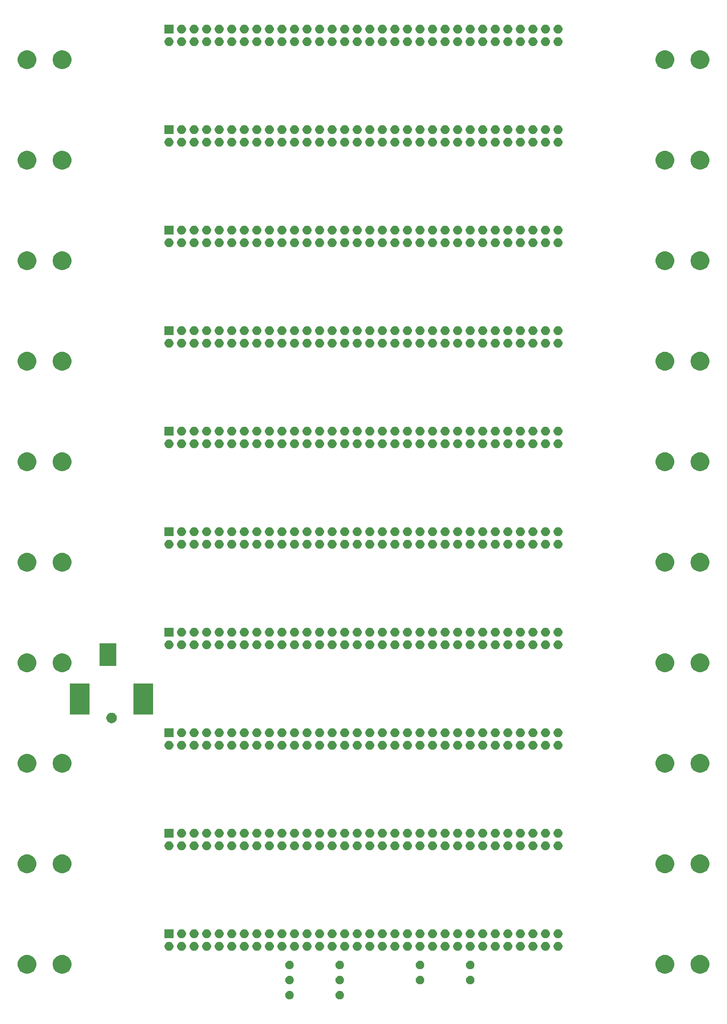
<source format=gbs>
G04 #@! TF.GenerationSoftware,KiCad,Pcbnew,5.1.6-c6e7f7d~86~ubuntu18.04.1*
G04 #@! TF.CreationDate,2020-06-23T20:17:20+12:00*
G04 #@! TF.ProjectId,M1 Backplane,4d312042-6163-46b7-906c-616e652e6b69,rev?*
G04 #@! TF.SameCoordinates,Original*
G04 #@! TF.FileFunction,Soldermask,Bot*
G04 #@! TF.FilePolarity,Negative*
%FSLAX46Y46*%
G04 Gerber Fmt 4.6, Leading zero omitted, Abs format (unit mm)*
G04 Created by KiCad (PCBNEW 5.1.6-c6e7f7d~86~ubuntu18.04.1) date 2020-06-23 20:17:20*
%MOMM*%
%LPD*%
G01*
G04 APERTURE LIST*
%ADD10C,0.100000*%
G04 APERTURE END LIST*
D10*
G36*
X143937228Y-318563703D02*
G01*
X144092100Y-318627853D01*
X144231481Y-318720985D01*
X144350015Y-318839519D01*
X144443147Y-318978900D01*
X144507297Y-319133772D01*
X144540000Y-319298184D01*
X144540000Y-319465816D01*
X144507297Y-319630228D01*
X144443147Y-319785100D01*
X144350015Y-319924481D01*
X144231481Y-320043015D01*
X144092100Y-320136147D01*
X143937228Y-320200297D01*
X143772816Y-320233000D01*
X143605184Y-320233000D01*
X143440772Y-320200297D01*
X143285900Y-320136147D01*
X143146519Y-320043015D01*
X143027985Y-319924481D01*
X142934853Y-319785100D01*
X142870703Y-319630228D01*
X142838000Y-319465816D01*
X142838000Y-319298184D01*
X142870703Y-319133772D01*
X142934853Y-318978900D01*
X143027985Y-318839519D01*
X143146519Y-318720985D01*
X143285900Y-318627853D01*
X143440772Y-318563703D01*
X143605184Y-318531000D01*
X143772816Y-318531000D01*
X143937228Y-318563703D01*
G37*
G36*
X133777228Y-318563703D02*
G01*
X133932100Y-318627853D01*
X134071481Y-318720985D01*
X134190015Y-318839519D01*
X134283147Y-318978900D01*
X134347297Y-319133772D01*
X134380000Y-319298184D01*
X134380000Y-319465816D01*
X134347297Y-319630228D01*
X134283147Y-319785100D01*
X134190015Y-319924481D01*
X134071481Y-320043015D01*
X133932100Y-320136147D01*
X133777228Y-320200297D01*
X133612816Y-320233000D01*
X133445184Y-320233000D01*
X133280772Y-320200297D01*
X133125900Y-320136147D01*
X132986519Y-320043015D01*
X132867985Y-319924481D01*
X132774853Y-319785100D01*
X132710703Y-319630228D01*
X132678000Y-319465816D01*
X132678000Y-319298184D01*
X132710703Y-319133772D01*
X132774853Y-318978900D01*
X132867985Y-318839519D01*
X132986519Y-318720985D01*
X133125900Y-318627853D01*
X133280772Y-318563703D01*
X133445184Y-318531000D01*
X133612816Y-318531000D01*
X133777228Y-318563703D01*
G37*
G36*
X133777228Y-315515703D02*
G01*
X133932100Y-315579853D01*
X134071481Y-315672985D01*
X134190015Y-315791519D01*
X134283147Y-315930900D01*
X134347297Y-316085772D01*
X134380000Y-316250184D01*
X134380000Y-316417816D01*
X134347297Y-316582228D01*
X134283147Y-316737100D01*
X134190015Y-316876481D01*
X134071481Y-316995015D01*
X133932100Y-317088147D01*
X133777228Y-317152297D01*
X133612816Y-317185000D01*
X133445184Y-317185000D01*
X133280772Y-317152297D01*
X133125900Y-317088147D01*
X132986519Y-316995015D01*
X132867985Y-316876481D01*
X132774853Y-316737100D01*
X132710703Y-316582228D01*
X132678000Y-316417816D01*
X132678000Y-316250184D01*
X132710703Y-316085772D01*
X132774853Y-315930900D01*
X132867985Y-315791519D01*
X132986519Y-315672985D01*
X133125900Y-315579853D01*
X133280772Y-315515703D01*
X133445184Y-315483000D01*
X133612816Y-315483000D01*
X133777228Y-315515703D01*
G37*
G36*
X143937228Y-315515703D02*
G01*
X144092100Y-315579853D01*
X144231481Y-315672985D01*
X144350015Y-315791519D01*
X144443147Y-315930900D01*
X144507297Y-316085772D01*
X144540000Y-316250184D01*
X144540000Y-316417816D01*
X144507297Y-316582228D01*
X144443147Y-316737100D01*
X144350015Y-316876481D01*
X144231481Y-316995015D01*
X144092100Y-317088147D01*
X143937228Y-317152297D01*
X143772816Y-317185000D01*
X143605184Y-317185000D01*
X143440772Y-317152297D01*
X143285900Y-317088147D01*
X143146519Y-316995015D01*
X143027985Y-316876481D01*
X142934853Y-316737100D01*
X142870703Y-316582228D01*
X142838000Y-316417816D01*
X142838000Y-316250184D01*
X142870703Y-316085772D01*
X142934853Y-315930900D01*
X143027985Y-315791519D01*
X143146519Y-315672985D01*
X143285900Y-315579853D01*
X143440772Y-315515703D01*
X143605184Y-315483000D01*
X143772816Y-315483000D01*
X143937228Y-315515703D01*
G37*
G36*
X170353228Y-315515703D02*
G01*
X170508100Y-315579853D01*
X170647481Y-315672985D01*
X170766015Y-315791519D01*
X170859147Y-315930900D01*
X170923297Y-316085772D01*
X170956000Y-316250184D01*
X170956000Y-316417816D01*
X170923297Y-316582228D01*
X170859147Y-316737100D01*
X170766015Y-316876481D01*
X170647481Y-316995015D01*
X170508100Y-317088147D01*
X170353228Y-317152297D01*
X170188816Y-317185000D01*
X170021184Y-317185000D01*
X169856772Y-317152297D01*
X169701900Y-317088147D01*
X169562519Y-316995015D01*
X169443985Y-316876481D01*
X169350853Y-316737100D01*
X169286703Y-316582228D01*
X169254000Y-316417816D01*
X169254000Y-316250184D01*
X169286703Y-316085772D01*
X169350853Y-315930900D01*
X169443985Y-315791519D01*
X169562519Y-315672985D01*
X169701900Y-315579853D01*
X169856772Y-315515703D01*
X170021184Y-315483000D01*
X170188816Y-315483000D01*
X170353228Y-315515703D01*
G37*
G36*
X160193228Y-315515703D02*
G01*
X160348100Y-315579853D01*
X160487481Y-315672985D01*
X160606015Y-315791519D01*
X160699147Y-315930900D01*
X160763297Y-316085772D01*
X160796000Y-316250184D01*
X160796000Y-316417816D01*
X160763297Y-316582228D01*
X160699147Y-316737100D01*
X160606015Y-316876481D01*
X160487481Y-316995015D01*
X160348100Y-317088147D01*
X160193228Y-317152297D01*
X160028816Y-317185000D01*
X159861184Y-317185000D01*
X159696772Y-317152297D01*
X159541900Y-317088147D01*
X159402519Y-316995015D01*
X159283985Y-316876481D01*
X159190853Y-316737100D01*
X159126703Y-316582228D01*
X159094000Y-316417816D01*
X159094000Y-316250184D01*
X159126703Y-316085772D01*
X159190853Y-315930900D01*
X159283985Y-315791519D01*
X159402519Y-315672985D01*
X159541900Y-315579853D01*
X159696772Y-315515703D01*
X159861184Y-315483000D01*
X160028816Y-315483000D01*
X160193228Y-315515703D01*
G37*
G36*
X80755866Y-311275527D02*
G01*
X80939501Y-311312054D01*
X81285461Y-311455356D01*
X81596817Y-311663397D01*
X81861603Y-311928183D01*
X82069644Y-312239539D01*
X82190725Y-312531852D01*
X82212946Y-312585500D01*
X82272103Y-312882900D01*
X82286000Y-312952768D01*
X82286000Y-313327232D01*
X82212946Y-313694501D01*
X82069644Y-314040461D01*
X81861603Y-314351817D01*
X81596817Y-314616603D01*
X81285461Y-314824644D01*
X80939501Y-314967946D01*
X80755866Y-315004473D01*
X80572233Y-315041000D01*
X80197767Y-315041000D01*
X80014134Y-315004473D01*
X79830499Y-314967946D01*
X79484539Y-314824644D01*
X79173183Y-314616603D01*
X78908397Y-314351817D01*
X78700356Y-314040461D01*
X78557054Y-313694501D01*
X78484000Y-313327232D01*
X78484000Y-312952768D01*
X78497898Y-312882900D01*
X78557054Y-312585500D01*
X78579276Y-312531852D01*
X78700356Y-312239539D01*
X78908397Y-311928183D01*
X79173183Y-311663397D01*
X79484539Y-311455356D01*
X79830499Y-311312054D01*
X80014134Y-311275527D01*
X80197767Y-311239000D01*
X80572233Y-311239000D01*
X80755866Y-311275527D01*
G37*
G36*
X87855866Y-311275527D02*
G01*
X88039501Y-311312054D01*
X88385461Y-311455356D01*
X88696817Y-311663397D01*
X88961603Y-311928183D01*
X89169644Y-312239539D01*
X89290725Y-312531852D01*
X89312946Y-312585500D01*
X89372103Y-312882900D01*
X89386000Y-312952768D01*
X89386000Y-313327232D01*
X89312946Y-313694501D01*
X89169644Y-314040461D01*
X88961603Y-314351817D01*
X88696817Y-314616603D01*
X88385461Y-314824644D01*
X88039501Y-314967946D01*
X87855866Y-315004473D01*
X87672233Y-315041000D01*
X87297767Y-315041000D01*
X87114134Y-315004473D01*
X86930499Y-314967946D01*
X86584539Y-314824644D01*
X86273183Y-314616603D01*
X86008397Y-314351817D01*
X85800356Y-314040461D01*
X85657054Y-313694501D01*
X85584000Y-313327232D01*
X85584000Y-312952768D01*
X85597898Y-312882900D01*
X85657054Y-312585500D01*
X85679276Y-312531852D01*
X85800356Y-312239539D01*
X86008397Y-311928183D01*
X86273183Y-311663397D01*
X86584539Y-311455356D01*
X86930499Y-311312054D01*
X87114134Y-311275527D01*
X87297767Y-311239000D01*
X87672233Y-311239000D01*
X87855866Y-311275527D01*
G37*
G36*
X209880866Y-311275527D02*
G01*
X210064501Y-311312054D01*
X210410461Y-311455356D01*
X210721817Y-311663397D01*
X210986603Y-311928183D01*
X211194644Y-312239539D01*
X211315725Y-312531852D01*
X211337946Y-312585500D01*
X211397103Y-312882900D01*
X211411000Y-312952768D01*
X211411000Y-313327232D01*
X211337946Y-313694501D01*
X211194644Y-314040461D01*
X210986603Y-314351817D01*
X210721817Y-314616603D01*
X210410461Y-314824644D01*
X210064501Y-314967946D01*
X209880866Y-315004473D01*
X209697233Y-315041000D01*
X209322767Y-315041000D01*
X209139134Y-315004473D01*
X208955499Y-314967946D01*
X208609539Y-314824644D01*
X208298183Y-314616603D01*
X208033397Y-314351817D01*
X207825356Y-314040461D01*
X207682054Y-313694501D01*
X207609000Y-313327232D01*
X207609000Y-312952768D01*
X207622898Y-312882900D01*
X207682054Y-312585500D01*
X207704276Y-312531852D01*
X207825356Y-312239539D01*
X208033397Y-311928183D01*
X208298183Y-311663397D01*
X208609539Y-311455356D01*
X208955499Y-311312054D01*
X209139134Y-311275527D01*
X209322767Y-311239000D01*
X209697233Y-311239000D01*
X209880866Y-311275527D01*
G37*
G36*
X216980866Y-311275527D02*
G01*
X217164501Y-311312054D01*
X217510461Y-311455356D01*
X217821817Y-311663397D01*
X218086603Y-311928183D01*
X218294644Y-312239539D01*
X218415725Y-312531852D01*
X218437946Y-312585500D01*
X218497103Y-312882900D01*
X218511000Y-312952768D01*
X218511000Y-313327232D01*
X218437946Y-313694501D01*
X218294644Y-314040461D01*
X218086603Y-314351817D01*
X217821817Y-314616603D01*
X217510461Y-314824644D01*
X217164501Y-314967946D01*
X216980866Y-315004473D01*
X216797233Y-315041000D01*
X216422767Y-315041000D01*
X216239134Y-315004473D01*
X216055499Y-314967946D01*
X215709539Y-314824644D01*
X215398183Y-314616603D01*
X215133397Y-314351817D01*
X214925356Y-314040461D01*
X214782054Y-313694501D01*
X214709000Y-313327232D01*
X214709000Y-312952768D01*
X214722898Y-312882900D01*
X214782054Y-312585500D01*
X214804276Y-312531852D01*
X214925356Y-312239539D01*
X215133397Y-311928183D01*
X215398183Y-311663397D01*
X215709539Y-311455356D01*
X216055499Y-311312054D01*
X216239134Y-311275527D01*
X216422767Y-311239000D01*
X216797233Y-311239000D01*
X216980866Y-311275527D01*
G37*
G36*
X170353228Y-312467703D02*
G01*
X170508100Y-312531853D01*
X170647481Y-312624985D01*
X170766015Y-312743519D01*
X170859147Y-312882900D01*
X170923297Y-313037772D01*
X170956000Y-313202184D01*
X170956000Y-313369816D01*
X170923297Y-313534228D01*
X170859147Y-313689100D01*
X170766015Y-313828481D01*
X170647481Y-313947015D01*
X170508100Y-314040147D01*
X170353228Y-314104297D01*
X170188816Y-314137000D01*
X170021184Y-314137000D01*
X169856772Y-314104297D01*
X169701900Y-314040147D01*
X169562519Y-313947015D01*
X169443985Y-313828481D01*
X169350853Y-313689100D01*
X169286703Y-313534228D01*
X169254000Y-313369816D01*
X169254000Y-313202184D01*
X169286703Y-313037772D01*
X169350853Y-312882900D01*
X169443985Y-312743519D01*
X169562519Y-312624985D01*
X169701900Y-312531853D01*
X169856772Y-312467703D01*
X170021184Y-312435000D01*
X170188816Y-312435000D01*
X170353228Y-312467703D01*
G37*
G36*
X133777228Y-312467703D02*
G01*
X133932100Y-312531853D01*
X134071481Y-312624985D01*
X134190015Y-312743519D01*
X134283147Y-312882900D01*
X134347297Y-313037772D01*
X134380000Y-313202184D01*
X134380000Y-313369816D01*
X134347297Y-313534228D01*
X134283147Y-313689100D01*
X134190015Y-313828481D01*
X134071481Y-313947015D01*
X133932100Y-314040147D01*
X133777228Y-314104297D01*
X133612816Y-314137000D01*
X133445184Y-314137000D01*
X133280772Y-314104297D01*
X133125900Y-314040147D01*
X132986519Y-313947015D01*
X132867985Y-313828481D01*
X132774853Y-313689100D01*
X132710703Y-313534228D01*
X132678000Y-313369816D01*
X132678000Y-313202184D01*
X132710703Y-313037772D01*
X132774853Y-312882900D01*
X132867985Y-312743519D01*
X132986519Y-312624985D01*
X133125900Y-312531853D01*
X133280772Y-312467703D01*
X133445184Y-312435000D01*
X133612816Y-312435000D01*
X133777228Y-312467703D01*
G37*
G36*
X143937228Y-312467703D02*
G01*
X144092100Y-312531853D01*
X144231481Y-312624985D01*
X144350015Y-312743519D01*
X144443147Y-312882900D01*
X144507297Y-313037772D01*
X144540000Y-313202184D01*
X144540000Y-313369816D01*
X144507297Y-313534228D01*
X144443147Y-313689100D01*
X144350015Y-313828481D01*
X144231481Y-313947015D01*
X144092100Y-314040147D01*
X143937228Y-314104297D01*
X143772816Y-314137000D01*
X143605184Y-314137000D01*
X143440772Y-314104297D01*
X143285900Y-314040147D01*
X143146519Y-313947015D01*
X143027985Y-313828481D01*
X142934853Y-313689100D01*
X142870703Y-313534228D01*
X142838000Y-313369816D01*
X142838000Y-313202184D01*
X142870703Y-313037772D01*
X142934853Y-312882900D01*
X143027985Y-312743519D01*
X143146519Y-312624985D01*
X143285900Y-312531853D01*
X143440772Y-312467703D01*
X143605184Y-312435000D01*
X143772816Y-312435000D01*
X143937228Y-312467703D01*
G37*
G36*
X160193228Y-312467703D02*
G01*
X160348100Y-312531853D01*
X160487481Y-312624985D01*
X160606015Y-312743519D01*
X160699147Y-312882900D01*
X160763297Y-313037772D01*
X160796000Y-313202184D01*
X160796000Y-313369816D01*
X160763297Y-313534228D01*
X160699147Y-313689100D01*
X160606015Y-313828481D01*
X160487481Y-313947015D01*
X160348100Y-314040147D01*
X160193228Y-314104297D01*
X160028816Y-314137000D01*
X159861184Y-314137000D01*
X159696772Y-314104297D01*
X159541900Y-314040147D01*
X159402519Y-313947015D01*
X159283985Y-313828481D01*
X159190853Y-313689100D01*
X159126703Y-313534228D01*
X159094000Y-313369816D01*
X159094000Y-313202184D01*
X159126703Y-313037772D01*
X159190853Y-312882900D01*
X159283985Y-312743519D01*
X159402519Y-312624985D01*
X159541900Y-312531853D01*
X159696772Y-312467703D01*
X159861184Y-312435000D01*
X160028816Y-312435000D01*
X160193228Y-312467703D01*
G37*
G36*
X121948512Y-308613927D02*
G01*
X122097812Y-308643624D01*
X122261784Y-308711544D01*
X122409354Y-308810147D01*
X122534853Y-308935646D01*
X122633456Y-309083216D01*
X122701376Y-309247188D01*
X122736000Y-309421259D01*
X122736000Y-309598741D01*
X122701376Y-309772812D01*
X122633456Y-309936784D01*
X122534853Y-310084354D01*
X122409354Y-310209853D01*
X122261784Y-310308456D01*
X122097812Y-310376376D01*
X121948512Y-310406073D01*
X121923742Y-310411000D01*
X121746258Y-310411000D01*
X121721488Y-310406073D01*
X121572188Y-310376376D01*
X121408216Y-310308456D01*
X121260646Y-310209853D01*
X121135147Y-310084354D01*
X121036544Y-309936784D01*
X120968624Y-309772812D01*
X120934000Y-309598741D01*
X120934000Y-309421259D01*
X120968624Y-309247188D01*
X121036544Y-309083216D01*
X121135147Y-308935646D01*
X121260646Y-308810147D01*
X121408216Y-308711544D01*
X121572188Y-308643624D01*
X121721488Y-308613927D01*
X121746258Y-308609000D01*
X121923742Y-308609000D01*
X121948512Y-308613927D01*
G37*
G36*
X119408512Y-308613927D02*
G01*
X119557812Y-308643624D01*
X119721784Y-308711544D01*
X119869354Y-308810147D01*
X119994853Y-308935646D01*
X120093456Y-309083216D01*
X120161376Y-309247188D01*
X120196000Y-309421259D01*
X120196000Y-309598741D01*
X120161376Y-309772812D01*
X120093456Y-309936784D01*
X119994853Y-310084354D01*
X119869354Y-310209853D01*
X119721784Y-310308456D01*
X119557812Y-310376376D01*
X119408512Y-310406073D01*
X119383742Y-310411000D01*
X119206258Y-310411000D01*
X119181488Y-310406073D01*
X119032188Y-310376376D01*
X118868216Y-310308456D01*
X118720646Y-310209853D01*
X118595147Y-310084354D01*
X118496544Y-309936784D01*
X118428624Y-309772812D01*
X118394000Y-309598741D01*
X118394000Y-309421259D01*
X118428624Y-309247188D01*
X118496544Y-309083216D01*
X118595147Y-308935646D01*
X118720646Y-308810147D01*
X118868216Y-308711544D01*
X119032188Y-308643624D01*
X119181488Y-308613927D01*
X119206258Y-308609000D01*
X119383742Y-308609000D01*
X119408512Y-308613927D01*
G37*
G36*
X116868512Y-308613927D02*
G01*
X117017812Y-308643624D01*
X117181784Y-308711544D01*
X117329354Y-308810147D01*
X117454853Y-308935646D01*
X117553456Y-309083216D01*
X117621376Y-309247188D01*
X117656000Y-309421259D01*
X117656000Y-309598741D01*
X117621376Y-309772812D01*
X117553456Y-309936784D01*
X117454853Y-310084354D01*
X117329354Y-310209853D01*
X117181784Y-310308456D01*
X117017812Y-310376376D01*
X116868512Y-310406073D01*
X116843742Y-310411000D01*
X116666258Y-310411000D01*
X116641488Y-310406073D01*
X116492188Y-310376376D01*
X116328216Y-310308456D01*
X116180646Y-310209853D01*
X116055147Y-310084354D01*
X115956544Y-309936784D01*
X115888624Y-309772812D01*
X115854000Y-309598741D01*
X115854000Y-309421259D01*
X115888624Y-309247188D01*
X115956544Y-309083216D01*
X116055147Y-308935646D01*
X116180646Y-308810147D01*
X116328216Y-308711544D01*
X116492188Y-308643624D01*
X116641488Y-308613927D01*
X116666258Y-308609000D01*
X116843742Y-308609000D01*
X116868512Y-308613927D01*
G37*
G36*
X114328512Y-308613927D02*
G01*
X114477812Y-308643624D01*
X114641784Y-308711544D01*
X114789354Y-308810147D01*
X114914853Y-308935646D01*
X115013456Y-309083216D01*
X115081376Y-309247188D01*
X115116000Y-309421259D01*
X115116000Y-309598741D01*
X115081376Y-309772812D01*
X115013456Y-309936784D01*
X114914853Y-310084354D01*
X114789354Y-310209853D01*
X114641784Y-310308456D01*
X114477812Y-310376376D01*
X114328512Y-310406073D01*
X114303742Y-310411000D01*
X114126258Y-310411000D01*
X114101488Y-310406073D01*
X113952188Y-310376376D01*
X113788216Y-310308456D01*
X113640646Y-310209853D01*
X113515147Y-310084354D01*
X113416544Y-309936784D01*
X113348624Y-309772812D01*
X113314000Y-309598741D01*
X113314000Y-309421259D01*
X113348624Y-309247188D01*
X113416544Y-309083216D01*
X113515147Y-308935646D01*
X113640646Y-308810147D01*
X113788216Y-308711544D01*
X113952188Y-308643624D01*
X114101488Y-308613927D01*
X114126258Y-308609000D01*
X114303742Y-308609000D01*
X114328512Y-308613927D01*
G37*
G36*
X111788512Y-308613927D02*
G01*
X111937812Y-308643624D01*
X112101784Y-308711544D01*
X112249354Y-308810147D01*
X112374853Y-308935646D01*
X112473456Y-309083216D01*
X112541376Y-309247188D01*
X112576000Y-309421259D01*
X112576000Y-309598741D01*
X112541376Y-309772812D01*
X112473456Y-309936784D01*
X112374853Y-310084354D01*
X112249354Y-310209853D01*
X112101784Y-310308456D01*
X111937812Y-310376376D01*
X111788512Y-310406073D01*
X111763742Y-310411000D01*
X111586258Y-310411000D01*
X111561488Y-310406073D01*
X111412188Y-310376376D01*
X111248216Y-310308456D01*
X111100646Y-310209853D01*
X110975147Y-310084354D01*
X110876544Y-309936784D01*
X110808624Y-309772812D01*
X110774000Y-309598741D01*
X110774000Y-309421259D01*
X110808624Y-309247188D01*
X110876544Y-309083216D01*
X110975147Y-308935646D01*
X111100646Y-308810147D01*
X111248216Y-308711544D01*
X111412188Y-308643624D01*
X111561488Y-308613927D01*
X111586258Y-308609000D01*
X111763742Y-308609000D01*
X111788512Y-308613927D01*
G37*
G36*
X187988512Y-308613927D02*
G01*
X188137812Y-308643624D01*
X188301784Y-308711544D01*
X188449354Y-308810147D01*
X188574853Y-308935646D01*
X188673456Y-309083216D01*
X188741376Y-309247188D01*
X188776000Y-309421259D01*
X188776000Y-309598741D01*
X188741376Y-309772812D01*
X188673456Y-309936784D01*
X188574853Y-310084354D01*
X188449354Y-310209853D01*
X188301784Y-310308456D01*
X188137812Y-310376376D01*
X187988512Y-310406073D01*
X187963742Y-310411000D01*
X187786258Y-310411000D01*
X187761488Y-310406073D01*
X187612188Y-310376376D01*
X187448216Y-310308456D01*
X187300646Y-310209853D01*
X187175147Y-310084354D01*
X187076544Y-309936784D01*
X187008624Y-309772812D01*
X186974000Y-309598741D01*
X186974000Y-309421259D01*
X187008624Y-309247188D01*
X187076544Y-309083216D01*
X187175147Y-308935646D01*
X187300646Y-308810147D01*
X187448216Y-308711544D01*
X187612188Y-308643624D01*
X187761488Y-308613927D01*
X187786258Y-308609000D01*
X187963742Y-308609000D01*
X187988512Y-308613927D01*
G37*
G36*
X185448512Y-308613927D02*
G01*
X185597812Y-308643624D01*
X185761784Y-308711544D01*
X185909354Y-308810147D01*
X186034853Y-308935646D01*
X186133456Y-309083216D01*
X186201376Y-309247188D01*
X186236000Y-309421259D01*
X186236000Y-309598741D01*
X186201376Y-309772812D01*
X186133456Y-309936784D01*
X186034853Y-310084354D01*
X185909354Y-310209853D01*
X185761784Y-310308456D01*
X185597812Y-310376376D01*
X185448512Y-310406073D01*
X185423742Y-310411000D01*
X185246258Y-310411000D01*
X185221488Y-310406073D01*
X185072188Y-310376376D01*
X184908216Y-310308456D01*
X184760646Y-310209853D01*
X184635147Y-310084354D01*
X184536544Y-309936784D01*
X184468624Y-309772812D01*
X184434000Y-309598741D01*
X184434000Y-309421259D01*
X184468624Y-309247188D01*
X184536544Y-309083216D01*
X184635147Y-308935646D01*
X184760646Y-308810147D01*
X184908216Y-308711544D01*
X185072188Y-308643624D01*
X185221488Y-308613927D01*
X185246258Y-308609000D01*
X185423742Y-308609000D01*
X185448512Y-308613927D01*
G37*
G36*
X182908512Y-308613927D02*
G01*
X183057812Y-308643624D01*
X183221784Y-308711544D01*
X183369354Y-308810147D01*
X183494853Y-308935646D01*
X183593456Y-309083216D01*
X183661376Y-309247188D01*
X183696000Y-309421259D01*
X183696000Y-309598741D01*
X183661376Y-309772812D01*
X183593456Y-309936784D01*
X183494853Y-310084354D01*
X183369354Y-310209853D01*
X183221784Y-310308456D01*
X183057812Y-310376376D01*
X182908512Y-310406073D01*
X182883742Y-310411000D01*
X182706258Y-310411000D01*
X182681488Y-310406073D01*
X182532188Y-310376376D01*
X182368216Y-310308456D01*
X182220646Y-310209853D01*
X182095147Y-310084354D01*
X181996544Y-309936784D01*
X181928624Y-309772812D01*
X181894000Y-309598741D01*
X181894000Y-309421259D01*
X181928624Y-309247188D01*
X181996544Y-309083216D01*
X182095147Y-308935646D01*
X182220646Y-308810147D01*
X182368216Y-308711544D01*
X182532188Y-308643624D01*
X182681488Y-308613927D01*
X182706258Y-308609000D01*
X182883742Y-308609000D01*
X182908512Y-308613927D01*
G37*
G36*
X180368512Y-308613927D02*
G01*
X180517812Y-308643624D01*
X180681784Y-308711544D01*
X180829354Y-308810147D01*
X180954853Y-308935646D01*
X181053456Y-309083216D01*
X181121376Y-309247188D01*
X181156000Y-309421259D01*
X181156000Y-309598741D01*
X181121376Y-309772812D01*
X181053456Y-309936784D01*
X180954853Y-310084354D01*
X180829354Y-310209853D01*
X180681784Y-310308456D01*
X180517812Y-310376376D01*
X180368512Y-310406073D01*
X180343742Y-310411000D01*
X180166258Y-310411000D01*
X180141488Y-310406073D01*
X179992188Y-310376376D01*
X179828216Y-310308456D01*
X179680646Y-310209853D01*
X179555147Y-310084354D01*
X179456544Y-309936784D01*
X179388624Y-309772812D01*
X179354000Y-309598741D01*
X179354000Y-309421259D01*
X179388624Y-309247188D01*
X179456544Y-309083216D01*
X179555147Y-308935646D01*
X179680646Y-308810147D01*
X179828216Y-308711544D01*
X179992188Y-308643624D01*
X180141488Y-308613927D01*
X180166258Y-308609000D01*
X180343742Y-308609000D01*
X180368512Y-308613927D01*
G37*
G36*
X177828512Y-308613927D02*
G01*
X177977812Y-308643624D01*
X178141784Y-308711544D01*
X178289354Y-308810147D01*
X178414853Y-308935646D01*
X178513456Y-309083216D01*
X178581376Y-309247188D01*
X178616000Y-309421259D01*
X178616000Y-309598741D01*
X178581376Y-309772812D01*
X178513456Y-309936784D01*
X178414853Y-310084354D01*
X178289354Y-310209853D01*
X178141784Y-310308456D01*
X177977812Y-310376376D01*
X177828512Y-310406073D01*
X177803742Y-310411000D01*
X177626258Y-310411000D01*
X177601488Y-310406073D01*
X177452188Y-310376376D01*
X177288216Y-310308456D01*
X177140646Y-310209853D01*
X177015147Y-310084354D01*
X176916544Y-309936784D01*
X176848624Y-309772812D01*
X176814000Y-309598741D01*
X176814000Y-309421259D01*
X176848624Y-309247188D01*
X176916544Y-309083216D01*
X177015147Y-308935646D01*
X177140646Y-308810147D01*
X177288216Y-308711544D01*
X177452188Y-308643624D01*
X177601488Y-308613927D01*
X177626258Y-308609000D01*
X177803742Y-308609000D01*
X177828512Y-308613927D01*
G37*
G36*
X175288512Y-308613927D02*
G01*
X175437812Y-308643624D01*
X175601784Y-308711544D01*
X175749354Y-308810147D01*
X175874853Y-308935646D01*
X175973456Y-309083216D01*
X176041376Y-309247188D01*
X176076000Y-309421259D01*
X176076000Y-309598741D01*
X176041376Y-309772812D01*
X175973456Y-309936784D01*
X175874853Y-310084354D01*
X175749354Y-310209853D01*
X175601784Y-310308456D01*
X175437812Y-310376376D01*
X175288512Y-310406073D01*
X175263742Y-310411000D01*
X175086258Y-310411000D01*
X175061488Y-310406073D01*
X174912188Y-310376376D01*
X174748216Y-310308456D01*
X174600646Y-310209853D01*
X174475147Y-310084354D01*
X174376544Y-309936784D01*
X174308624Y-309772812D01*
X174274000Y-309598741D01*
X174274000Y-309421259D01*
X174308624Y-309247188D01*
X174376544Y-309083216D01*
X174475147Y-308935646D01*
X174600646Y-308810147D01*
X174748216Y-308711544D01*
X174912188Y-308643624D01*
X175061488Y-308613927D01*
X175086258Y-308609000D01*
X175263742Y-308609000D01*
X175288512Y-308613927D01*
G37*
G36*
X172748512Y-308613927D02*
G01*
X172897812Y-308643624D01*
X173061784Y-308711544D01*
X173209354Y-308810147D01*
X173334853Y-308935646D01*
X173433456Y-309083216D01*
X173501376Y-309247188D01*
X173536000Y-309421259D01*
X173536000Y-309598741D01*
X173501376Y-309772812D01*
X173433456Y-309936784D01*
X173334853Y-310084354D01*
X173209354Y-310209853D01*
X173061784Y-310308456D01*
X172897812Y-310376376D01*
X172748512Y-310406073D01*
X172723742Y-310411000D01*
X172546258Y-310411000D01*
X172521488Y-310406073D01*
X172372188Y-310376376D01*
X172208216Y-310308456D01*
X172060646Y-310209853D01*
X171935147Y-310084354D01*
X171836544Y-309936784D01*
X171768624Y-309772812D01*
X171734000Y-309598741D01*
X171734000Y-309421259D01*
X171768624Y-309247188D01*
X171836544Y-309083216D01*
X171935147Y-308935646D01*
X172060646Y-308810147D01*
X172208216Y-308711544D01*
X172372188Y-308643624D01*
X172521488Y-308613927D01*
X172546258Y-308609000D01*
X172723742Y-308609000D01*
X172748512Y-308613927D01*
G37*
G36*
X170208512Y-308613927D02*
G01*
X170357812Y-308643624D01*
X170521784Y-308711544D01*
X170669354Y-308810147D01*
X170794853Y-308935646D01*
X170893456Y-309083216D01*
X170961376Y-309247188D01*
X170996000Y-309421259D01*
X170996000Y-309598741D01*
X170961376Y-309772812D01*
X170893456Y-309936784D01*
X170794853Y-310084354D01*
X170669354Y-310209853D01*
X170521784Y-310308456D01*
X170357812Y-310376376D01*
X170208512Y-310406073D01*
X170183742Y-310411000D01*
X170006258Y-310411000D01*
X169981488Y-310406073D01*
X169832188Y-310376376D01*
X169668216Y-310308456D01*
X169520646Y-310209853D01*
X169395147Y-310084354D01*
X169296544Y-309936784D01*
X169228624Y-309772812D01*
X169194000Y-309598741D01*
X169194000Y-309421259D01*
X169228624Y-309247188D01*
X169296544Y-309083216D01*
X169395147Y-308935646D01*
X169520646Y-308810147D01*
X169668216Y-308711544D01*
X169832188Y-308643624D01*
X169981488Y-308613927D01*
X170006258Y-308609000D01*
X170183742Y-308609000D01*
X170208512Y-308613927D01*
G37*
G36*
X167668512Y-308613927D02*
G01*
X167817812Y-308643624D01*
X167981784Y-308711544D01*
X168129354Y-308810147D01*
X168254853Y-308935646D01*
X168353456Y-309083216D01*
X168421376Y-309247188D01*
X168456000Y-309421259D01*
X168456000Y-309598741D01*
X168421376Y-309772812D01*
X168353456Y-309936784D01*
X168254853Y-310084354D01*
X168129354Y-310209853D01*
X167981784Y-310308456D01*
X167817812Y-310376376D01*
X167668512Y-310406073D01*
X167643742Y-310411000D01*
X167466258Y-310411000D01*
X167441488Y-310406073D01*
X167292188Y-310376376D01*
X167128216Y-310308456D01*
X166980646Y-310209853D01*
X166855147Y-310084354D01*
X166756544Y-309936784D01*
X166688624Y-309772812D01*
X166654000Y-309598741D01*
X166654000Y-309421259D01*
X166688624Y-309247188D01*
X166756544Y-309083216D01*
X166855147Y-308935646D01*
X166980646Y-308810147D01*
X167128216Y-308711544D01*
X167292188Y-308643624D01*
X167441488Y-308613927D01*
X167466258Y-308609000D01*
X167643742Y-308609000D01*
X167668512Y-308613927D01*
G37*
G36*
X165128512Y-308613927D02*
G01*
X165277812Y-308643624D01*
X165441784Y-308711544D01*
X165589354Y-308810147D01*
X165714853Y-308935646D01*
X165813456Y-309083216D01*
X165881376Y-309247188D01*
X165916000Y-309421259D01*
X165916000Y-309598741D01*
X165881376Y-309772812D01*
X165813456Y-309936784D01*
X165714853Y-310084354D01*
X165589354Y-310209853D01*
X165441784Y-310308456D01*
X165277812Y-310376376D01*
X165128512Y-310406073D01*
X165103742Y-310411000D01*
X164926258Y-310411000D01*
X164901488Y-310406073D01*
X164752188Y-310376376D01*
X164588216Y-310308456D01*
X164440646Y-310209853D01*
X164315147Y-310084354D01*
X164216544Y-309936784D01*
X164148624Y-309772812D01*
X164114000Y-309598741D01*
X164114000Y-309421259D01*
X164148624Y-309247188D01*
X164216544Y-309083216D01*
X164315147Y-308935646D01*
X164440646Y-308810147D01*
X164588216Y-308711544D01*
X164752188Y-308643624D01*
X164901488Y-308613927D01*
X164926258Y-308609000D01*
X165103742Y-308609000D01*
X165128512Y-308613927D01*
G37*
G36*
X162588512Y-308613927D02*
G01*
X162737812Y-308643624D01*
X162901784Y-308711544D01*
X163049354Y-308810147D01*
X163174853Y-308935646D01*
X163273456Y-309083216D01*
X163341376Y-309247188D01*
X163376000Y-309421259D01*
X163376000Y-309598741D01*
X163341376Y-309772812D01*
X163273456Y-309936784D01*
X163174853Y-310084354D01*
X163049354Y-310209853D01*
X162901784Y-310308456D01*
X162737812Y-310376376D01*
X162588512Y-310406073D01*
X162563742Y-310411000D01*
X162386258Y-310411000D01*
X162361488Y-310406073D01*
X162212188Y-310376376D01*
X162048216Y-310308456D01*
X161900646Y-310209853D01*
X161775147Y-310084354D01*
X161676544Y-309936784D01*
X161608624Y-309772812D01*
X161574000Y-309598741D01*
X161574000Y-309421259D01*
X161608624Y-309247188D01*
X161676544Y-309083216D01*
X161775147Y-308935646D01*
X161900646Y-308810147D01*
X162048216Y-308711544D01*
X162212188Y-308643624D01*
X162361488Y-308613927D01*
X162386258Y-308609000D01*
X162563742Y-308609000D01*
X162588512Y-308613927D01*
G37*
G36*
X124488512Y-308613927D02*
G01*
X124637812Y-308643624D01*
X124801784Y-308711544D01*
X124949354Y-308810147D01*
X125074853Y-308935646D01*
X125173456Y-309083216D01*
X125241376Y-309247188D01*
X125276000Y-309421259D01*
X125276000Y-309598741D01*
X125241376Y-309772812D01*
X125173456Y-309936784D01*
X125074853Y-310084354D01*
X124949354Y-310209853D01*
X124801784Y-310308456D01*
X124637812Y-310376376D01*
X124488512Y-310406073D01*
X124463742Y-310411000D01*
X124286258Y-310411000D01*
X124261488Y-310406073D01*
X124112188Y-310376376D01*
X123948216Y-310308456D01*
X123800646Y-310209853D01*
X123675147Y-310084354D01*
X123576544Y-309936784D01*
X123508624Y-309772812D01*
X123474000Y-309598741D01*
X123474000Y-309421259D01*
X123508624Y-309247188D01*
X123576544Y-309083216D01*
X123675147Y-308935646D01*
X123800646Y-308810147D01*
X123948216Y-308711544D01*
X124112188Y-308643624D01*
X124261488Y-308613927D01*
X124286258Y-308609000D01*
X124463742Y-308609000D01*
X124488512Y-308613927D01*
G37*
G36*
X160048512Y-308613927D02*
G01*
X160197812Y-308643624D01*
X160361784Y-308711544D01*
X160509354Y-308810147D01*
X160634853Y-308935646D01*
X160733456Y-309083216D01*
X160801376Y-309247188D01*
X160836000Y-309421259D01*
X160836000Y-309598741D01*
X160801376Y-309772812D01*
X160733456Y-309936784D01*
X160634853Y-310084354D01*
X160509354Y-310209853D01*
X160361784Y-310308456D01*
X160197812Y-310376376D01*
X160048512Y-310406073D01*
X160023742Y-310411000D01*
X159846258Y-310411000D01*
X159821488Y-310406073D01*
X159672188Y-310376376D01*
X159508216Y-310308456D01*
X159360646Y-310209853D01*
X159235147Y-310084354D01*
X159136544Y-309936784D01*
X159068624Y-309772812D01*
X159034000Y-309598741D01*
X159034000Y-309421259D01*
X159068624Y-309247188D01*
X159136544Y-309083216D01*
X159235147Y-308935646D01*
X159360646Y-308810147D01*
X159508216Y-308711544D01*
X159672188Y-308643624D01*
X159821488Y-308613927D01*
X159846258Y-308609000D01*
X160023742Y-308609000D01*
X160048512Y-308613927D01*
G37*
G36*
X109248512Y-308613927D02*
G01*
X109397812Y-308643624D01*
X109561784Y-308711544D01*
X109709354Y-308810147D01*
X109834853Y-308935646D01*
X109933456Y-309083216D01*
X110001376Y-309247188D01*
X110036000Y-309421259D01*
X110036000Y-309598741D01*
X110001376Y-309772812D01*
X109933456Y-309936784D01*
X109834853Y-310084354D01*
X109709354Y-310209853D01*
X109561784Y-310308456D01*
X109397812Y-310376376D01*
X109248512Y-310406073D01*
X109223742Y-310411000D01*
X109046258Y-310411000D01*
X109021488Y-310406073D01*
X108872188Y-310376376D01*
X108708216Y-310308456D01*
X108560646Y-310209853D01*
X108435147Y-310084354D01*
X108336544Y-309936784D01*
X108268624Y-309772812D01*
X108234000Y-309598741D01*
X108234000Y-309421259D01*
X108268624Y-309247188D01*
X108336544Y-309083216D01*
X108435147Y-308935646D01*
X108560646Y-308810147D01*
X108708216Y-308711544D01*
X108872188Y-308643624D01*
X109021488Y-308613927D01*
X109046258Y-308609000D01*
X109223742Y-308609000D01*
X109248512Y-308613927D01*
G37*
G36*
X157508512Y-308613927D02*
G01*
X157657812Y-308643624D01*
X157821784Y-308711544D01*
X157969354Y-308810147D01*
X158094853Y-308935646D01*
X158193456Y-309083216D01*
X158261376Y-309247188D01*
X158296000Y-309421259D01*
X158296000Y-309598741D01*
X158261376Y-309772812D01*
X158193456Y-309936784D01*
X158094853Y-310084354D01*
X157969354Y-310209853D01*
X157821784Y-310308456D01*
X157657812Y-310376376D01*
X157508512Y-310406073D01*
X157483742Y-310411000D01*
X157306258Y-310411000D01*
X157281488Y-310406073D01*
X157132188Y-310376376D01*
X156968216Y-310308456D01*
X156820646Y-310209853D01*
X156695147Y-310084354D01*
X156596544Y-309936784D01*
X156528624Y-309772812D01*
X156494000Y-309598741D01*
X156494000Y-309421259D01*
X156528624Y-309247188D01*
X156596544Y-309083216D01*
X156695147Y-308935646D01*
X156820646Y-308810147D01*
X156968216Y-308711544D01*
X157132188Y-308643624D01*
X157281488Y-308613927D01*
X157306258Y-308609000D01*
X157483742Y-308609000D01*
X157508512Y-308613927D01*
G37*
G36*
X154968512Y-308613927D02*
G01*
X155117812Y-308643624D01*
X155281784Y-308711544D01*
X155429354Y-308810147D01*
X155554853Y-308935646D01*
X155653456Y-309083216D01*
X155721376Y-309247188D01*
X155756000Y-309421259D01*
X155756000Y-309598741D01*
X155721376Y-309772812D01*
X155653456Y-309936784D01*
X155554853Y-310084354D01*
X155429354Y-310209853D01*
X155281784Y-310308456D01*
X155117812Y-310376376D01*
X154968512Y-310406073D01*
X154943742Y-310411000D01*
X154766258Y-310411000D01*
X154741488Y-310406073D01*
X154592188Y-310376376D01*
X154428216Y-310308456D01*
X154280646Y-310209853D01*
X154155147Y-310084354D01*
X154056544Y-309936784D01*
X153988624Y-309772812D01*
X153954000Y-309598741D01*
X153954000Y-309421259D01*
X153988624Y-309247188D01*
X154056544Y-309083216D01*
X154155147Y-308935646D01*
X154280646Y-308810147D01*
X154428216Y-308711544D01*
X154592188Y-308643624D01*
X154741488Y-308613927D01*
X154766258Y-308609000D01*
X154943742Y-308609000D01*
X154968512Y-308613927D01*
G37*
G36*
X152428512Y-308613927D02*
G01*
X152577812Y-308643624D01*
X152741784Y-308711544D01*
X152889354Y-308810147D01*
X153014853Y-308935646D01*
X153113456Y-309083216D01*
X153181376Y-309247188D01*
X153216000Y-309421259D01*
X153216000Y-309598741D01*
X153181376Y-309772812D01*
X153113456Y-309936784D01*
X153014853Y-310084354D01*
X152889354Y-310209853D01*
X152741784Y-310308456D01*
X152577812Y-310376376D01*
X152428512Y-310406073D01*
X152403742Y-310411000D01*
X152226258Y-310411000D01*
X152201488Y-310406073D01*
X152052188Y-310376376D01*
X151888216Y-310308456D01*
X151740646Y-310209853D01*
X151615147Y-310084354D01*
X151516544Y-309936784D01*
X151448624Y-309772812D01*
X151414000Y-309598741D01*
X151414000Y-309421259D01*
X151448624Y-309247188D01*
X151516544Y-309083216D01*
X151615147Y-308935646D01*
X151740646Y-308810147D01*
X151888216Y-308711544D01*
X152052188Y-308643624D01*
X152201488Y-308613927D01*
X152226258Y-308609000D01*
X152403742Y-308609000D01*
X152428512Y-308613927D01*
G37*
G36*
X149888512Y-308613927D02*
G01*
X150037812Y-308643624D01*
X150201784Y-308711544D01*
X150349354Y-308810147D01*
X150474853Y-308935646D01*
X150573456Y-309083216D01*
X150641376Y-309247188D01*
X150676000Y-309421259D01*
X150676000Y-309598741D01*
X150641376Y-309772812D01*
X150573456Y-309936784D01*
X150474853Y-310084354D01*
X150349354Y-310209853D01*
X150201784Y-310308456D01*
X150037812Y-310376376D01*
X149888512Y-310406073D01*
X149863742Y-310411000D01*
X149686258Y-310411000D01*
X149661488Y-310406073D01*
X149512188Y-310376376D01*
X149348216Y-310308456D01*
X149200646Y-310209853D01*
X149075147Y-310084354D01*
X148976544Y-309936784D01*
X148908624Y-309772812D01*
X148874000Y-309598741D01*
X148874000Y-309421259D01*
X148908624Y-309247188D01*
X148976544Y-309083216D01*
X149075147Y-308935646D01*
X149200646Y-308810147D01*
X149348216Y-308711544D01*
X149512188Y-308643624D01*
X149661488Y-308613927D01*
X149686258Y-308609000D01*
X149863742Y-308609000D01*
X149888512Y-308613927D01*
G37*
G36*
X147348512Y-308613927D02*
G01*
X147497812Y-308643624D01*
X147661784Y-308711544D01*
X147809354Y-308810147D01*
X147934853Y-308935646D01*
X148033456Y-309083216D01*
X148101376Y-309247188D01*
X148136000Y-309421259D01*
X148136000Y-309598741D01*
X148101376Y-309772812D01*
X148033456Y-309936784D01*
X147934853Y-310084354D01*
X147809354Y-310209853D01*
X147661784Y-310308456D01*
X147497812Y-310376376D01*
X147348512Y-310406073D01*
X147323742Y-310411000D01*
X147146258Y-310411000D01*
X147121488Y-310406073D01*
X146972188Y-310376376D01*
X146808216Y-310308456D01*
X146660646Y-310209853D01*
X146535147Y-310084354D01*
X146436544Y-309936784D01*
X146368624Y-309772812D01*
X146334000Y-309598741D01*
X146334000Y-309421259D01*
X146368624Y-309247188D01*
X146436544Y-309083216D01*
X146535147Y-308935646D01*
X146660646Y-308810147D01*
X146808216Y-308711544D01*
X146972188Y-308643624D01*
X147121488Y-308613927D01*
X147146258Y-308609000D01*
X147323742Y-308609000D01*
X147348512Y-308613927D01*
G37*
G36*
X144808512Y-308613927D02*
G01*
X144957812Y-308643624D01*
X145121784Y-308711544D01*
X145269354Y-308810147D01*
X145394853Y-308935646D01*
X145493456Y-309083216D01*
X145561376Y-309247188D01*
X145596000Y-309421259D01*
X145596000Y-309598741D01*
X145561376Y-309772812D01*
X145493456Y-309936784D01*
X145394853Y-310084354D01*
X145269354Y-310209853D01*
X145121784Y-310308456D01*
X144957812Y-310376376D01*
X144808512Y-310406073D01*
X144783742Y-310411000D01*
X144606258Y-310411000D01*
X144581488Y-310406073D01*
X144432188Y-310376376D01*
X144268216Y-310308456D01*
X144120646Y-310209853D01*
X143995147Y-310084354D01*
X143896544Y-309936784D01*
X143828624Y-309772812D01*
X143794000Y-309598741D01*
X143794000Y-309421259D01*
X143828624Y-309247188D01*
X143896544Y-309083216D01*
X143995147Y-308935646D01*
X144120646Y-308810147D01*
X144268216Y-308711544D01*
X144432188Y-308643624D01*
X144581488Y-308613927D01*
X144606258Y-308609000D01*
X144783742Y-308609000D01*
X144808512Y-308613927D01*
G37*
G36*
X142268512Y-308613927D02*
G01*
X142417812Y-308643624D01*
X142581784Y-308711544D01*
X142729354Y-308810147D01*
X142854853Y-308935646D01*
X142953456Y-309083216D01*
X143021376Y-309247188D01*
X143056000Y-309421259D01*
X143056000Y-309598741D01*
X143021376Y-309772812D01*
X142953456Y-309936784D01*
X142854853Y-310084354D01*
X142729354Y-310209853D01*
X142581784Y-310308456D01*
X142417812Y-310376376D01*
X142268512Y-310406073D01*
X142243742Y-310411000D01*
X142066258Y-310411000D01*
X142041488Y-310406073D01*
X141892188Y-310376376D01*
X141728216Y-310308456D01*
X141580646Y-310209853D01*
X141455147Y-310084354D01*
X141356544Y-309936784D01*
X141288624Y-309772812D01*
X141254000Y-309598741D01*
X141254000Y-309421259D01*
X141288624Y-309247188D01*
X141356544Y-309083216D01*
X141455147Y-308935646D01*
X141580646Y-308810147D01*
X141728216Y-308711544D01*
X141892188Y-308643624D01*
X142041488Y-308613927D01*
X142066258Y-308609000D01*
X142243742Y-308609000D01*
X142268512Y-308613927D01*
G37*
G36*
X139728512Y-308613927D02*
G01*
X139877812Y-308643624D01*
X140041784Y-308711544D01*
X140189354Y-308810147D01*
X140314853Y-308935646D01*
X140413456Y-309083216D01*
X140481376Y-309247188D01*
X140516000Y-309421259D01*
X140516000Y-309598741D01*
X140481376Y-309772812D01*
X140413456Y-309936784D01*
X140314853Y-310084354D01*
X140189354Y-310209853D01*
X140041784Y-310308456D01*
X139877812Y-310376376D01*
X139728512Y-310406073D01*
X139703742Y-310411000D01*
X139526258Y-310411000D01*
X139501488Y-310406073D01*
X139352188Y-310376376D01*
X139188216Y-310308456D01*
X139040646Y-310209853D01*
X138915147Y-310084354D01*
X138816544Y-309936784D01*
X138748624Y-309772812D01*
X138714000Y-309598741D01*
X138714000Y-309421259D01*
X138748624Y-309247188D01*
X138816544Y-309083216D01*
X138915147Y-308935646D01*
X139040646Y-308810147D01*
X139188216Y-308711544D01*
X139352188Y-308643624D01*
X139501488Y-308613927D01*
X139526258Y-308609000D01*
X139703742Y-308609000D01*
X139728512Y-308613927D01*
G37*
G36*
X137188512Y-308613927D02*
G01*
X137337812Y-308643624D01*
X137501784Y-308711544D01*
X137649354Y-308810147D01*
X137774853Y-308935646D01*
X137873456Y-309083216D01*
X137941376Y-309247188D01*
X137976000Y-309421259D01*
X137976000Y-309598741D01*
X137941376Y-309772812D01*
X137873456Y-309936784D01*
X137774853Y-310084354D01*
X137649354Y-310209853D01*
X137501784Y-310308456D01*
X137337812Y-310376376D01*
X137188512Y-310406073D01*
X137163742Y-310411000D01*
X136986258Y-310411000D01*
X136961488Y-310406073D01*
X136812188Y-310376376D01*
X136648216Y-310308456D01*
X136500646Y-310209853D01*
X136375147Y-310084354D01*
X136276544Y-309936784D01*
X136208624Y-309772812D01*
X136174000Y-309598741D01*
X136174000Y-309421259D01*
X136208624Y-309247188D01*
X136276544Y-309083216D01*
X136375147Y-308935646D01*
X136500646Y-308810147D01*
X136648216Y-308711544D01*
X136812188Y-308643624D01*
X136961488Y-308613927D01*
X136986258Y-308609000D01*
X137163742Y-308609000D01*
X137188512Y-308613927D01*
G37*
G36*
X134648512Y-308613927D02*
G01*
X134797812Y-308643624D01*
X134961784Y-308711544D01*
X135109354Y-308810147D01*
X135234853Y-308935646D01*
X135333456Y-309083216D01*
X135401376Y-309247188D01*
X135436000Y-309421259D01*
X135436000Y-309598741D01*
X135401376Y-309772812D01*
X135333456Y-309936784D01*
X135234853Y-310084354D01*
X135109354Y-310209853D01*
X134961784Y-310308456D01*
X134797812Y-310376376D01*
X134648512Y-310406073D01*
X134623742Y-310411000D01*
X134446258Y-310411000D01*
X134421488Y-310406073D01*
X134272188Y-310376376D01*
X134108216Y-310308456D01*
X133960646Y-310209853D01*
X133835147Y-310084354D01*
X133736544Y-309936784D01*
X133668624Y-309772812D01*
X133634000Y-309598741D01*
X133634000Y-309421259D01*
X133668624Y-309247188D01*
X133736544Y-309083216D01*
X133835147Y-308935646D01*
X133960646Y-308810147D01*
X134108216Y-308711544D01*
X134272188Y-308643624D01*
X134421488Y-308613927D01*
X134446258Y-308609000D01*
X134623742Y-308609000D01*
X134648512Y-308613927D01*
G37*
G36*
X132108512Y-308613927D02*
G01*
X132257812Y-308643624D01*
X132421784Y-308711544D01*
X132569354Y-308810147D01*
X132694853Y-308935646D01*
X132793456Y-309083216D01*
X132861376Y-309247188D01*
X132896000Y-309421259D01*
X132896000Y-309598741D01*
X132861376Y-309772812D01*
X132793456Y-309936784D01*
X132694853Y-310084354D01*
X132569354Y-310209853D01*
X132421784Y-310308456D01*
X132257812Y-310376376D01*
X132108512Y-310406073D01*
X132083742Y-310411000D01*
X131906258Y-310411000D01*
X131881488Y-310406073D01*
X131732188Y-310376376D01*
X131568216Y-310308456D01*
X131420646Y-310209853D01*
X131295147Y-310084354D01*
X131196544Y-309936784D01*
X131128624Y-309772812D01*
X131094000Y-309598741D01*
X131094000Y-309421259D01*
X131128624Y-309247188D01*
X131196544Y-309083216D01*
X131295147Y-308935646D01*
X131420646Y-308810147D01*
X131568216Y-308711544D01*
X131732188Y-308643624D01*
X131881488Y-308613927D01*
X131906258Y-308609000D01*
X132083742Y-308609000D01*
X132108512Y-308613927D01*
G37*
G36*
X129568512Y-308613927D02*
G01*
X129717812Y-308643624D01*
X129881784Y-308711544D01*
X130029354Y-308810147D01*
X130154853Y-308935646D01*
X130253456Y-309083216D01*
X130321376Y-309247188D01*
X130356000Y-309421259D01*
X130356000Y-309598741D01*
X130321376Y-309772812D01*
X130253456Y-309936784D01*
X130154853Y-310084354D01*
X130029354Y-310209853D01*
X129881784Y-310308456D01*
X129717812Y-310376376D01*
X129568512Y-310406073D01*
X129543742Y-310411000D01*
X129366258Y-310411000D01*
X129341488Y-310406073D01*
X129192188Y-310376376D01*
X129028216Y-310308456D01*
X128880646Y-310209853D01*
X128755147Y-310084354D01*
X128656544Y-309936784D01*
X128588624Y-309772812D01*
X128554000Y-309598741D01*
X128554000Y-309421259D01*
X128588624Y-309247188D01*
X128656544Y-309083216D01*
X128755147Y-308935646D01*
X128880646Y-308810147D01*
X129028216Y-308711544D01*
X129192188Y-308643624D01*
X129341488Y-308613927D01*
X129366258Y-308609000D01*
X129543742Y-308609000D01*
X129568512Y-308613927D01*
G37*
G36*
X127028512Y-308613927D02*
G01*
X127177812Y-308643624D01*
X127341784Y-308711544D01*
X127489354Y-308810147D01*
X127614853Y-308935646D01*
X127713456Y-309083216D01*
X127781376Y-309247188D01*
X127816000Y-309421259D01*
X127816000Y-309598741D01*
X127781376Y-309772812D01*
X127713456Y-309936784D01*
X127614853Y-310084354D01*
X127489354Y-310209853D01*
X127341784Y-310308456D01*
X127177812Y-310376376D01*
X127028512Y-310406073D01*
X127003742Y-310411000D01*
X126826258Y-310411000D01*
X126801488Y-310406073D01*
X126652188Y-310376376D01*
X126488216Y-310308456D01*
X126340646Y-310209853D01*
X126215147Y-310084354D01*
X126116544Y-309936784D01*
X126048624Y-309772812D01*
X126014000Y-309598741D01*
X126014000Y-309421259D01*
X126048624Y-309247188D01*
X126116544Y-309083216D01*
X126215147Y-308935646D01*
X126340646Y-308810147D01*
X126488216Y-308711544D01*
X126652188Y-308643624D01*
X126801488Y-308613927D01*
X126826258Y-308609000D01*
X127003742Y-308609000D01*
X127028512Y-308613927D01*
G37*
G36*
X116868512Y-306073927D02*
G01*
X117017812Y-306103624D01*
X117181784Y-306171544D01*
X117329354Y-306270147D01*
X117454853Y-306395646D01*
X117553456Y-306543216D01*
X117621376Y-306707188D01*
X117656000Y-306881259D01*
X117656000Y-307058741D01*
X117621376Y-307232812D01*
X117553456Y-307396784D01*
X117454853Y-307544354D01*
X117329354Y-307669853D01*
X117181784Y-307768456D01*
X117017812Y-307836376D01*
X116868512Y-307866073D01*
X116843742Y-307871000D01*
X116666258Y-307871000D01*
X116641488Y-307866073D01*
X116492188Y-307836376D01*
X116328216Y-307768456D01*
X116180646Y-307669853D01*
X116055147Y-307544354D01*
X115956544Y-307396784D01*
X115888624Y-307232812D01*
X115854000Y-307058741D01*
X115854000Y-306881259D01*
X115888624Y-306707188D01*
X115956544Y-306543216D01*
X116055147Y-306395646D01*
X116180646Y-306270147D01*
X116328216Y-306171544D01*
X116492188Y-306103624D01*
X116641488Y-306073927D01*
X116666258Y-306069000D01*
X116843742Y-306069000D01*
X116868512Y-306073927D01*
G37*
G36*
X110036000Y-307871000D02*
G01*
X108234000Y-307871000D01*
X108234000Y-306069000D01*
X110036000Y-306069000D01*
X110036000Y-307871000D01*
G37*
G36*
X114328512Y-306073927D02*
G01*
X114477812Y-306103624D01*
X114641784Y-306171544D01*
X114789354Y-306270147D01*
X114914853Y-306395646D01*
X115013456Y-306543216D01*
X115081376Y-306707188D01*
X115116000Y-306881259D01*
X115116000Y-307058741D01*
X115081376Y-307232812D01*
X115013456Y-307396784D01*
X114914853Y-307544354D01*
X114789354Y-307669853D01*
X114641784Y-307768456D01*
X114477812Y-307836376D01*
X114328512Y-307866073D01*
X114303742Y-307871000D01*
X114126258Y-307871000D01*
X114101488Y-307866073D01*
X113952188Y-307836376D01*
X113788216Y-307768456D01*
X113640646Y-307669853D01*
X113515147Y-307544354D01*
X113416544Y-307396784D01*
X113348624Y-307232812D01*
X113314000Y-307058741D01*
X113314000Y-306881259D01*
X113348624Y-306707188D01*
X113416544Y-306543216D01*
X113515147Y-306395646D01*
X113640646Y-306270147D01*
X113788216Y-306171544D01*
X113952188Y-306103624D01*
X114101488Y-306073927D01*
X114126258Y-306069000D01*
X114303742Y-306069000D01*
X114328512Y-306073927D01*
G37*
G36*
X111788512Y-306073927D02*
G01*
X111937812Y-306103624D01*
X112101784Y-306171544D01*
X112249354Y-306270147D01*
X112374853Y-306395646D01*
X112473456Y-306543216D01*
X112541376Y-306707188D01*
X112576000Y-306881259D01*
X112576000Y-307058741D01*
X112541376Y-307232812D01*
X112473456Y-307396784D01*
X112374853Y-307544354D01*
X112249354Y-307669853D01*
X112101784Y-307768456D01*
X111937812Y-307836376D01*
X111788512Y-307866073D01*
X111763742Y-307871000D01*
X111586258Y-307871000D01*
X111561488Y-307866073D01*
X111412188Y-307836376D01*
X111248216Y-307768456D01*
X111100646Y-307669853D01*
X110975147Y-307544354D01*
X110876544Y-307396784D01*
X110808624Y-307232812D01*
X110774000Y-307058741D01*
X110774000Y-306881259D01*
X110808624Y-306707188D01*
X110876544Y-306543216D01*
X110975147Y-306395646D01*
X111100646Y-306270147D01*
X111248216Y-306171544D01*
X111412188Y-306103624D01*
X111561488Y-306073927D01*
X111586258Y-306069000D01*
X111763742Y-306069000D01*
X111788512Y-306073927D01*
G37*
G36*
X170208512Y-306073927D02*
G01*
X170357812Y-306103624D01*
X170521784Y-306171544D01*
X170669354Y-306270147D01*
X170794853Y-306395646D01*
X170893456Y-306543216D01*
X170961376Y-306707188D01*
X170996000Y-306881259D01*
X170996000Y-307058741D01*
X170961376Y-307232812D01*
X170893456Y-307396784D01*
X170794853Y-307544354D01*
X170669354Y-307669853D01*
X170521784Y-307768456D01*
X170357812Y-307836376D01*
X170208512Y-307866073D01*
X170183742Y-307871000D01*
X170006258Y-307871000D01*
X169981488Y-307866073D01*
X169832188Y-307836376D01*
X169668216Y-307768456D01*
X169520646Y-307669853D01*
X169395147Y-307544354D01*
X169296544Y-307396784D01*
X169228624Y-307232812D01*
X169194000Y-307058741D01*
X169194000Y-306881259D01*
X169228624Y-306707188D01*
X169296544Y-306543216D01*
X169395147Y-306395646D01*
X169520646Y-306270147D01*
X169668216Y-306171544D01*
X169832188Y-306103624D01*
X169981488Y-306073927D01*
X170006258Y-306069000D01*
X170183742Y-306069000D01*
X170208512Y-306073927D01*
G37*
G36*
X162588512Y-306073927D02*
G01*
X162737812Y-306103624D01*
X162901784Y-306171544D01*
X163049354Y-306270147D01*
X163174853Y-306395646D01*
X163273456Y-306543216D01*
X163341376Y-306707188D01*
X163376000Y-306881259D01*
X163376000Y-307058741D01*
X163341376Y-307232812D01*
X163273456Y-307396784D01*
X163174853Y-307544354D01*
X163049354Y-307669853D01*
X162901784Y-307768456D01*
X162737812Y-307836376D01*
X162588512Y-307866073D01*
X162563742Y-307871000D01*
X162386258Y-307871000D01*
X162361488Y-307866073D01*
X162212188Y-307836376D01*
X162048216Y-307768456D01*
X161900646Y-307669853D01*
X161775147Y-307544354D01*
X161676544Y-307396784D01*
X161608624Y-307232812D01*
X161574000Y-307058741D01*
X161574000Y-306881259D01*
X161608624Y-306707188D01*
X161676544Y-306543216D01*
X161775147Y-306395646D01*
X161900646Y-306270147D01*
X162048216Y-306171544D01*
X162212188Y-306103624D01*
X162361488Y-306073927D01*
X162386258Y-306069000D01*
X162563742Y-306069000D01*
X162588512Y-306073927D01*
G37*
G36*
X187988512Y-306073927D02*
G01*
X188137812Y-306103624D01*
X188301784Y-306171544D01*
X188449354Y-306270147D01*
X188574853Y-306395646D01*
X188673456Y-306543216D01*
X188741376Y-306707188D01*
X188776000Y-306881259D01*
X188776000Y-307058741D01*
X188741376Y-307232812D01*
X188673456Y-307396784D01*
X188574853Y-307544354D01*
X188449354Y-307669853D01*
X188301784Y-307768456D01*
X188137812Y-307836376D01*
X187988512Y-307866073D01*
X187963742Y-307871000D01*
X187786258Y-307871000D01*
X187761488Y-307866073D01*
X187612188Y-307836376D01*
X187448216Y-307768456D01*
X187300646Y-307669853D01*
X187175147Y-307544354D01*
X187076544Y-307396784D01*
X187008624Y-307232812D01*
X186974000Y-307058741D01*
X186974000Y-306881259D01*
X187008624Y-306707188D01*
X187076544Y-306543216D01*
X187175147Y-306395646D01*
X187300646Y-306270147D01*
X187448216Y-306171544D01*
X187612188Y-306103624D01*
X187761488Y-306073927D01*
X187786258Y-306069000D01*
X187963742Y-306069000D01*
X187988512Y-306073927D01*
G37*
G36*
X185448512Y-306073927D02*
G01*
X185597812Y-306103624D01*
X185761784Y-306171544D01*
X185909354Y-306270147D01*
X186034853Y-306395646D01*
X186133456Y-306543216D01*
X186201376Y-306707188D01*
X186236000Y-306881259D01*
X186236000Y-307058741D01*
X186201376Y-307232812D01*
X186133456Y-307396784D01*
X186034853Y-307544354D01*
X185909354Y-307669853D01*
X185761784Y-307768456D01*
X185597812Y-307836376D01*
X185448512Y-307866073D01*
X185423742Y-307871000D01*
X185246258Y-307871000D01*
X185221488Y-307866073D01*
X185072188Y-307836376D01*
X184908216Y-307768456D01*
X184760646Y-307669853D01*
X184635147Y-307544354D01*
X184536544Y-307396784D01*
X184468624Y-307232812D01*
X184434000Y-307058741D01*
X184434000Y-306881259D01*
X184468624Y-306707188D01*
X184536544Y-306543216D01*
X184635147Y-306395646D01*
X184760646Y-306270147D01*
X184908216Y-306171544D01*
X185072188Y-306103624D01*
X185221488Y-306073927D01*
X185246258Y-306069000D01*
X185423742Y-306069000D01*
X185448512Y-306073927D01*
G37*
G36*
X182908512Y-306073927D02*
G01*
X183057812Y-306103624D01*
X183221784Y-306171544D01*
X183369354Y-306270147D01*
X183494853Y-306395646D01*
X183593456Y-306543216D01*
X183661376Y-306707188D01*
X183696000Y-306881259D01*
X183696000Y-307058741D01*
X183661376Y-307232812D01*
X183593456Y-307396784D01*
X183494853Y-307544354D01*
X183369354Y-307669853D01*
X183221784Y-307768456D01*
X183057812Y-307836376D01*
X182908512Y-307866073D01*
X182883742Y-307871000D01*
X182706258Y-307871000D01*
X182681488Y-307866073D01*
X182532188Y-307836376D01*
X182368216Y-307768456D01*
X182220646Y-307669853D01*
X182095147Y-307544354D01*
X181996544Y-307396784D01*
X181928624Y-307232812D01*
X181894000Y-307058741D01*
X181894000Y-306881259D01*
X181928624Y-306707188D01*
X181996544Y-306543216D01*
X182095147Y-306395646D01*
X182220646Y-306270147D01*
X182368216Y-306171544D01*
X182532188Y-306103624D01*
X182681488Y-306073927D01*
X182706258Y-306069000D01*
X182883742Y-306069000D01*
X182908512Y-306073927D01*
G37*
G36*
X180368512Y-306073927D02*
G01*
X180517812Y-306103624D01*
X180681784Y-306171544D01*
X180829354Y-306270147D01*
X180954853Y-306395646D01*
X181053456Y-306543216D01*
X181121376Y-306707188D01*
X181156000Y-306881259D01*
X181156000Y-307058741D01*
X181121376Y-307232812D01*
X181053456Y-307396784D01*
X180954853Y-307544354D01*
X180829354Y-307669853D01*
X180681784Y-307768456D01*
X180517812Y-307836376D01*
X180368512Y-307866073D01*
X180343742Y-307871000D01*
X180166258Y-307871000D01*
X180141488Y-307866073D01*
X179992188Y-307836376D01*
X179828216Y-307768456D01*
X179680646Y-307669853D01*
X179555147Y-307544354D01*
X179456544Y-307396784D01*
X179388624Y-307232812D01*
X179354000Y-307058741D01*
X179354000Y-306881259D01*
X179388624Y-306707188D01*
X179456544Y-306543216D01*
X179555147Y-306395646D01*
X179680646Y-306270147D01*
X179828216Y-306171544D01*
X179992188Y-306103624D01*
X180141488Y-306073927D01*
X180166258Y-306069000D01*
X180343742Y-306069000D01*
X180368512Y-306073927D01*
G37*
G36*
X177828512Y-306073927D02*
G01*
X177977812Y-306103624D01*
X178141784Y-306171544D01*
X178289354Y-306270147D01*
X178414853Y-306395646D01*
X178513456Y-306543216D01*
X178581376Y-306707188D01*
X178616000Y-306881259D01*
X178616000Y-307058741D01*
X178581376Y-307232812D01*
X178513456Y-307396784D01*
X178414853Y-307544354D01*
X178289354Y-307669853D01*
X178141784Y-307768456D01*
X177977812Y-307836376D01*
X177828512Y-307866073D01*
X177803742Y-307871000D01*
X177626258Y-307871000D01*
X177601488Y-307866073D01*
X177452188Y-307836376D01*
X177288216Y-307768456D01*
X177140646Y-307669853D01*
X177015147Y-307544354D01*
X176916544Y-307396784D01*
X176848624Y-307232812D01*
X176814000Y-307058741D01*
X176814000Y-306881259D01*
X176848624Y-306707188D01*
X176916544Y-306543216D01*
X177015147Y-306395646D01*
X177140646Y-306270147D01*
X177288216Y-306171544D01*
X177452188Y-306103624D01*
X177601488Y-306073927D01*
X177626258Y-306069000D01*
X177803742Y-306069000D01*
X177828512Y-306073927D01*
G37*
G36*
X175288512Y-306073927D02*
G01*
X175437812Y-306103624D01*
X175601784Y-306171544D01*
X175749354Y-306270147D01*
X175874853Y-306395646D01*
X175973456Y-306543216D01*
X176041376Y-306707188D01*
X176076000Y-306881259D01*
X176076000Y-307058741D01*
X176041376Y-307232812D01*
X175973456Y-307396784D01*
X175874853Y-307544354D01*
X175749354Y-307669853D01*
X175601784Y-307768456D01*
X175437812Y-307836376D01*
X175288512Y-307866073D01*
X175263742Y-307871000D01*
X175086258Y-307871000D01*
X175061488Y-307866073D01*
X174912188Y-307836376D01*
X174748216Y-307768456D01*
X174600646Y-307669853D01*
X174475147Y-307544354D01*
X174376544Y-307396784D01*
X174308624Y-307232812D01*
X174274000Y-307058741D01*
X174274000Y-306881259D01*
X174308624Y-306707188D01*
X174376544Y-306543216D01*
X174475147Y-306395646D01*
X174600646Y-306270147D01*
X174748216Y-306171544D01*
X174912188Y-306103624D01*
X175061488Y-306073927D01*
X175086258Y-306069000D01*
X175263742Y-306069000D01*
X175288512Y-306073927D01*
G37*
G36*
X172748512Y-306073927D02*
G01*
X172897812Y-306103624D01*
X173061784Y-306171544D01*
X173209354Y-306270147D01*
X173334853Y-306395646D01*
X173433456Y-306543216D01*
X173501376Y-306707188D01*
X173536000Y-306881259D01*
X173536000Y-307058741D01*
X173501376Y-307232812D01*
X173433456Y-307396784D01*
X173334853Y-307544354D01*
X173209354Y-307669853D01*
X173061784Y-307768456D01*
X172897812Y-307836376D01*
X172748512Y-307866073D01*
X172723742Y-307871000D01*
X172546258Y-307871000D01*
X172521488Y-307866073D01*
X172372188Y-307836376D01*
X172208216Y-307768456D01*
X172060646Y-307669853D01*
X171935147Y-307544354D01*
X171836544Y-307396784D01*
X171768624Y-307232812D01*
X171734000Y-307058741D01*
X171734000Y-306881259D01*
X171768624Y-306707188D01*
X171836544Y-306543216D01*
X171935147Y-306395646D01*
X172060646Y-306270147D01*
X172208216Y-306171544D01*
X172372188Y-306103624D01*
X172521488Y-306073927D01*
X172546258Y-306069000D01*
X172723742Y-306069000D01*
X172748512Y-306073927D01*
G37*
G36*
X167668512Y-306073927D02*
G01*
X167817812Y-306103624D01*
X167981784Y-306171544D01*
X168129354Y-306270147D01*
X168254853Y-306395646D01*
X168353456Y-306543216D01*
X168421376Y-306707188D01*
X168456000Y-306881259D01*
X168456000Y-307058741D01*
X168421376Y-307232812D01*
X168353456Y-307396784D01*
X168254853Y-307544354D01*
X168129354Y-307669853D01*
X167981784Y-307768456D01*
X167817812Y-307836376D01*
X167668512Y-307866073D01*
X167643742Y-307871000D01*
X167466258Y-307871000D01*
X167441488Y-307866073D01*
X167292188Y-307836376D01*
X167128216Y-307768456D01*
X166980646Y-307669853D01*
X166855147Y-307544354D01*
X166756544Y-307396784D01*
X166688624Y-307232812D01*
X166654000Y-307058741D01*
X166654000Y-306881259D01*
X166688624Y-306707188D01*
X166756544Y-306543216D01*
X166855147Y-306395646D01*
X166980646Y-306270147D01*
X167128216Y-306171544D01*
X167292188Y-306103624D01*
X167441488Y-306073927D01*
X167466258Y-306069000D01*
X167643742Y-306069000D01*
X167668512Y-306073927D01*
G37*
G36*
X165128512Y-306073927D02*
G01*
X165277812Y-306103624D01*
X165441784Y-306171544D01*
X165589354Y-306270147D01*
X165714853Y-306395646D01*
X165813456Y-306543216D01*
X165881376Y-306707188D01*
X165916000Y-306881259D01*
X165916000Y-307058741D01*
X165881376Y-307232812D01*
X165813456Y-307396784D01*
X165714853Y-307544354D01*
X165589354Y-307669853D01*
X165441784Y-307768456D01*
X165277812Y-307836376D01*
X165128512Y-307866073D01*
X165103742Y-307871000D01*
X164926258Y-307871000D01*
X164901488Y-307866073D01*
X164752188Y-307836376D01*
X164588216Y-307768456D01*
X164440646Y-307669853D01*
X164315147Y-307544354D01*
X164216544Y-307396784D01*
X164148624Y-307232812D01*
X164114000Y-307058741D01*
X164114000Y-306881259D01*
X164148624Y-306707188D01*
X164216544Y-306543216D01*
X164315147Y-306395646D01*
X164440646Y-306270147D01*
X164588216Y-306171544D01*
X164752188Y-306103624D01*
X164901488Y-306073927D01*
X164926258Y-306069000D01*
X165103742Y-306069000D01*
X165128512Y-306073927D01*
G37*
G36*
X129568512Y-306073927D02*
G01*
X129717812Y-306103624D01*
X129881784Y-306171544D01*
X130029354Y-306270147D01*
X130154853Y-306395646D01*
X130253456Y-306543216D01*
X130321376Y-306707188D01*
X130356000Y-306881259D01*
X130356000Y-307058741D01*
X130321376Y-307232812D01*
X130253456Y-307396784D01*
X130154853Y-307544354D01*
X130029354Y-307669853D01*
X129881784Y-307768456D01*
X129717812Y-307836376D01*
X129568512Y-307866073D01*
X129543742Y-307871000D01*
X129366258Y-307871000D01*
X129341488Y-307866073D01*
X129192188Y-307836376D01*
X129028216Y-307768456D01*
X128880646Y-307669853D01*
X128755147Y-307544354D01*
X128656544Y-307396784D01*
X128588624Y-307232812D01*
X128554000Y-307058741D01*
X128554000Y-306881259D01*
X128588624Y-306707188D01*
X128656544Y-306543216D01*
X128755147Y-306395646D01*
X128880646Y-306270147D01*
X129028216Y-306171544D01*
X129192188Y-306103624D01*
X129341488Y-306073927D01*
X129366258Y-306069000D01*
X129543742Y-306069000D01*
X129568512Y-306073927D01*
G37*
G36*
X134648512Y-306073927D02*
G01*
X134797812Y-306103624D01*
X134961784Y-306171544D01*
X135109354Y-306270147D01*
X135234853Y-306395646D01*
X135333456Y-306543216D01*
X135401376Y-306707188D01*
X135436000Y-306881259D01*
X135436000Y-307058741D01*
X135401376Y-307232812D01*
X135333456Y-307396784D01*
X135234853Y-307544354D01*
X135109354Y-307669853D01*
X134961784Y-307768456D01*
X134797812Y-307836376D01*
X134648512Y-307866073D01*
X134623742Y-307871000D01*
X134446258Y-307871000D01*
X134421488Y-307866073D01*
X134272188Y-307836376D01*
X134108216Y-307768456D01*
X133960646Y-307669853D01*
X133835147Y-307544354D01*
X133736544Y-307396784D01*
X133668624Y-307232812D01*
X133634000Y-307058741D01*
X133634000Y-306881259D01*
X133668624Y-306707188D01*
X133736544Y-306543216D01*
X133835147Y-306395646D01*
X133960646Y-306270147D01*
X134108216Y-306171544D01*
X134272188Y-306103624D01*
X134421488Y-306073927D01*
X134446258Y-306069000D01*
X134623742Y-306069000D01*
X134648512Y-306073927D01*
G37*
G36*
X119408512Y-306073927D02*
G01*
X119557812Y-306103624D01*
X119721784Y-306171544D01*
X119869354Y-306270147D01*
X119994853Y-306395646D01*
X120093456Y-306543216D01*
X120161376Y-306707188D01*
X120196000Y-306881259D01*
X120196000Y-307058741D01*
X120161376Y-307232812D01*
X120093456Y-307396784D01*
X119994853Y-307544354D01*
X119869354Y-307669853D01*
X119721784Y-307768456D01*
X119557812Y-307836376D01*
X119408512Y-307866073D01*
X119383742Y-307871000D01*
X119206258Y-307871000D01*
X119181488Y-307866073D01*
X119032188Y-307836376D01*
X118868216Y-307768456D01*
X118720646Y-307669853D01*
X118595147Y-307544354D01*
X118496544Y-307396784D01*
X118428624Y-307232812D01*
X118394000Y-307058741D01*
X118394000Y-306881259D01*
X118428624Y-306707188D01*
X118496544Y-306543216D01*
X118595147Y-306395646D01*
X118720646Y-306270147D01*
X118868216Y-306171544D01*
X119032188Y-306103624D01*
X119181488Y-306073927D01*
X119206258Y-306069000D01*
X119383742Y-306069000D01*
X119408512Y-306073927D01*
G37*
G36*
X127028512Y-306073927D02*
G01*
X127177812Y-306103624D01*
X127341784Y-306171544D01*
X127489354Y-306270147D01*
X127614853Y-306395646D01*
X127713456Y-306543216D01*
X127781376Y-306707188D01*
X127816000Y-306881259D01*
X127816000Y-307058741D01*
X127781376Y-307232812D01*
X127713456Y-307396784D01*
X127614853Y-307544354D01*
X127489354Y-307669853D01*
X127341784Y-307768456D01*
X127177812Y-307836376D01*
X127028512Y-307866073D01*
X127003742Y-307871000D01*
X126826258Y-307871000D01*
X126801488Y-307866073D01*
X126652188Y-307836376D01*
X126488216Y-307768456D01*
X126340646Y-307669853D01*
X126215147Y-307544354D01*
X126116544Y-307396784D01*
X126048624Y-307232812D01*
X126014000Y-307058741D01*
X126014000Y-306881259D01*
X126048624Y-306707188D01*
X126116544Y-306543216D01*
X126215147Y-306395646D01*
X126340646Y-306270147D01*
X126488216Y-306171544D01*
X126652188Y-306103624D01*
X126801488Y-306073927D01*
X126826258Y-306069000D01*
X127003742Y-306069000D01*
X127028512Y-306073927D01*
G37*
G36*
X144808512Y-306073927D02*
G01*
X144957812Y-306103624D01*
X145121784Y-306171544D01*
X145269354Y-306270147D01*
X145394853Y-306395646D01*
X145493456Y-306543216D01*
X145561376Y-306707188D01*
X145596000Y-306881259D01*
X145596000Y-307058741D01*
X145561376Y-307232812D01*
X145493456Y-307396784D01*
X145394853Y-307544354D01*
X145269354Y-307669853D01*
X145121784Y-307768456D01*
X144957812Y-307836376D01*
X144808512Y-307866073D01*
X144783742Y-307871000D01*
X144606258Y-307871000D01*
X144581488Y-307866073D01*
X144432188Y-307836376D01*
X144268216Y-307768456D01*
X144120646Y-307669853D01*
X143995147Y-307544354D01*
X143896544Y-307396784D01*
X143828624Y-307232812D01*
X143794000Y-307058741D01*
X143794000Y-306881259D01*
X143828624Y-306707188D01*
X143896544Y-306543216D01*
X143995147Y-306395646D01*
X144120646Y-306270147D01*
X144268216Y-306171544D01*
X144432188Y-306103624D01*
X144581488Y-306073927D01*
X144606258Y-306069000D01*
X144783742Y-306069000D01*
X144808512Y-306073927D01*
G37*
G36*
X137188512Y-306073927D02*
G01*
X137337812Y-306103624D01*
X137501784Y-306171544D01*
X137649354Y-306270147D01*
X137774853Y-306395646D01*
X137873456Y-306543216D01*
X137941376Y-306707188D01*
X137976000Y-306881259D01*
X137976000Y-307058741D01*
X137941376Y-307232812D01*
X137873456Y-307396784D01*
X137774853Y-307544354D01*
X137649354Y-307669853D01*
X137501784Y-307768456D01*
X137337812Y-307836376D01*
X137188512Y-307866073D01*
X137163742Y-307871000D01*
X136986258Y-307871000D01*
X136961488Y-307866073D01*
X136812188Y-307836376D01*
X136648216Y-307768456D01*
X136500646Y-307669853D01*
X136375147Y-307544354D01*
X136276544Y-307396784D01*
X136208624Y-307232812D01*
X136174000Y-307058741D01*
X136174000Y-306881259D01*
X136208624Y-306707188D01*
X136276544Y-306543216D01*
X136375147Y-306395646D01*
X136500646Y-306270147D01*
X136648216Y-306171544D01*
X136812188Y-306103624D01*
X136961488Y-306073927D01*
X136986258Y-306069000D01*
X137163742Y-306069000D01*
X137188512Y-306073927D01*
G37*
G36*
X147348512Y-306073927D02*
G01*
X147497812Y-306103624D01*
X147661784Y-306171544D01*
X147809354Y-306270147D01*
X147934853Y-306395646D01*
X148033456Y-306543216D01*
X148101376Y-306707188D01*
X148136000Y-306881259D01*
X148136000Y-307058741D01*
X148101376Y-307232812D01*
X148033456Y-307396784D01*
X147934853Y-307544354D01*
X147809354Y-307669853D01*
X147661784Y-307768456D01*
X147497812Y-307836376D01*
X147348512Y-307866073D01*
X147323742Y-307871000D01*
X147146258Y-307871000D01*
X147121488Y-307866073D01*
X146972188Y-307836376D01*
X146808216Y-307768456D01*
X146660646Y-307669853D01*
X146535147Y-307544354D01*
X146436544Y-307396784D01*
X146368624Y-307232812D01*
X146334000Y-307058741D01*
X146334000Y-306881259D01*
X146368624Y-306707188D01*
X146436544Y-306543216D01*
X146535147Y-306395646D01*
X146660646Y-306270147D01*
X146808216Y-306171544D01*
X146972188Y-306103624D01*
X147121488Y-306073927D01*
X147146258Y-306069000D01*
X147323742Y-306069000D01*
X147348512Y-306073927D01*
G37*
G36*
X132108512Y-306073927D02*
G01*
X132257812Y-306103624D01*
X132421784Y-306171544D01*
X132569354Y-306270147D01*
X132694853Y-306395646D01*
X132793456Y-306543216D01*
X132861376Y-306707188D01*
X132896000Y-306881259D01*
X132896000Y-307058741D01*
X132861376Y-307232812D01*
X132793456Y-307396784D01*
X132694853Y-307544354D01*
X132569354Y-307669853D01*
X132421784Y-307768456D01*
X132257812Y-307836376D01*
X132108512Y-307866073D01*
X132083742Y-307871000D01*
X131906258Y-307871000D01*
X131881488Y-307866073D01*
X131732188Y-307836376D01*
X131568216Y-307768456D01*
X131420646Y-307669853D01*
X131295147Y-307544354D01*
X131196544Y-307396784D01*
X131128624Y-307232812D01*
X131094000Y-307058741D01*
X131094000Y-306881259D01*
X131128624Y-306707188D01*
X131196544Y-306543216D01*
X131295147Y-306395646D01*
X131420646Y-306270147D01*
X131568216Y-306171544D01*
X131732188Y-306103624D01*
X131881488Y-306073927D01*
X131906258Y-306069000D01*
X132083742Y-306069000D01*
X132108512Y-306073927D01*
G37*
G36*
X149888512Y-306073927D02*
G01*
X150037812Y-306103624D01*
X150201784Y-306171544D01*
X150349354Y-306270147D01*
X150474853Y-306395646D01*
X150573456Y-306543216D01*
X150641376Y-306707188D01*
X150676000Y-306881259D01*
X150676000Y-307058741D01*
X150641376Y-307232812D01*
X150573456Y-307396784D01*
X150474853Y-307544354D01*
X150349354Y-307669853D01*
X150201784Y-307768456D01*
X150037812Y-307836376D01*
X149888512Y-307866073D01*
X149863742Y-307871000D01*
X149686258Y-307871000D01*
X149661488Y-307866073D01*
X149512188Y-307836376D01*
X149348216Y-307768456D01*
X149200646Y-307669853D01*
X149075147Y-307544354D01*
X148976544Y-307396784D01*
X148908624Y-307232812D01*
X148874000Y-307058741D01*
X148874000Y-306881259D01*
X148908624Y-306707188D01*
X148976544Y-306543216D01*
X149075147Y-306395646D01*
X149200646Y-306270147D01*
X149348216Y-306171544D01*
X149512188Y-306103624D01*
X149661488Y-306073927D01*
X149686258Y-306069000D01*
X149863742Y-306069000D01*
X149888512Y-306073927D01*
G37*
G36*
X152428512Y-306073927D02*
G01*
X152577812Y-306103624D01*
X152741784Y-306171544D01*
X152889354Y-306270147D01*
X153014853Y-306395646D01*
X153113456Y-306543216D01*
X153181376Y-306707188D01*
X153216000Y-306881259D01*
X153216000Y-307058741D01*
X153181376Y-307232812D01*
X153113456Y-307396784D01*
X153014853Y-307544354D01*
X152889354Y-307669853D01*
X152741784Y-307768456D01*
X152577812Y-307836376D01*
X152428512Y-307866073D01*
X152403742Y-307871000D01*
X152226258Y-307871000D01*
X152201488Y-307866073D01*
X152052188Y-307836376D01*
X151888216Y-307768456D01*
X151740646Y-307669853D01*
X151615147Y-307544354D01*
X151516544Y-307396784D01*
X151448624Y-307232812D01*
X151414000Y-307058741D01*
X151414000Y-306881259D01*
X151448624Y-306707188D01*
X151516544Y-306543216D01*
X151615147Y-306395646D01*
X151740646Y-306270147D01*
X151888216Y-306171544D01*
X152052188Y-306103624D01*
X152201488Y-306073927D01*
X152226258Y-306069000D01*
X152403742Y-306069000D01*
X152428512Y-306073927D01*
G37*
G36*
X160048512Y-306073927D02*
G01*
X160197812Y-306103624D01*
X160361784Y-306171544D01*
X160509354Y-306270147D01*
X160634853Y-306395646D01*
X160733456Y-306543216D01*
X160801376Y-306707188D01*
X160836000Y-306881259D01*
X160836000Y-307058741D01*
X160801376Y-307232812D01*
X160733456Y-307396784D01*
X160634853Y-307544354D01*
X160509354Y-307669853D01*
X160361784Y-307768456D01*
X160197812Y-307836376D01*
X160048512Y-307866073D01*
X160023742Y-307871000D01*
X159846258Y-307871000D01*
X159821488Y-307866073D01*
X159672188Y-307836376D01*
X159508216Y-307768456D01*
X159360646Y-307669853D01*
X159235147Y-307544354D01*
X159136544Y-307396784D01*
X159068624Y-307232812D01*
X159034000Y-307058741D01*
X159034000Y-306881259D01*
X159068624Y-306707188D01*
X159136544Y-306543216D01*
X159235147Y-306395646D01*
X159360646Y-306270147D01*
X159508216Y-306171544D01*
X159672188Y-306103624D01*
X159821488Y-306073927D01*
X159846258Y-306069000D01*
X160023742Y-306069000D01*
X160048512Y-306073927D01*
G37*
G36*
X154968512Y-306073927D02*
G01*
X155117812Y-306103624D01*
X155281784Y-306171544D01*
X155429354Y-306270147D01*
X155554853Y-306395646D01*
X155653456Y-306543216D01*
X155721376Y-306707188D01*
X155756000Y-306881259D01*
X155756000Y-307058741D01*
X155721376Y-307232812D01*
X155653456Y-307396784D01*
X155554853Y-307544354D01*
X155429354Y-307669853D01*
X155281784Y-307768456D01*
X155117812Y-307836376D01*
X154968512Y-307866073D01*
X154943742Y-307871000D01*
X154766258Y-307871000D01*
X154741488Y-307866073D01*
X154592188Y-307836376D01*
X154428216Y-307768456D01*
X154280646Y-307669853D01*
X154155147Y-307544354D01*
X154056544Y-307396784D01*
X153988624Y-307232812D01*
X153954000Y-307058741D01*
X153954000Y-306881259D01*
X153988624Y-306707188D01*
X154056544Y-306543216D01*
X154155147Y-306395646D01*
X154280646Y-306270147D01*
X154428216Y-306171544D01*
X154592188Y-306103624D01*
X154741488Y-306073927D01*
X154766258Y-306069000D01*
X154943742Y-306069000D01*
X154968512Y-306073927D01*
G37*
G36*
X139728512Y-306073927D02*
G01*
X139877812Y-306103624D01*
X140041784Y-306171544D01*
X140189354Y-306270147D01*
X140314853Y-306395646D01*
X140413456Y-306543216D01*
X140481376Y-306707188D01*
X140516000Y-306881259D01*
X140516000Y-307058741D01*
X140481376Y-307232812D01*
X140413456Y-307396784D01*
X140314853Y-307544354D01*
X140189354Y-307669853D01*
X140041784Y-307768456D01*
X139877812Y-307836376D01*
X139728512Y-307866073D01*
X139703742Y-307871000D01*
X139526258Y-307871000D01*
X139501488Y-307866073D01*
X139352188Y-307836376D01*
X139188216Y-307768456D01*
X139040646Y-307669853D01*
X138915147Y-307544354D01*
X138816544Y-307396784D01*
X138748624Y-307232812D01*
X138714000Y-307058741D01*
X138714000Y-306881259D01*
X138748624Y-306707188D01*
X138816544Y-306543216D01*
X138915147Y-306395646D01*
X139040646Y-306270147D01*
X139188216Y-306171544D01*
X139352188Y-306103624D01*
X139501488Y-306073927D01*
X139526258Y-306069000D01*
X139703742Y-306069000D01*
X139728512Y-306073927D01*
G37*
G36*
X157508512Y-306073927D02*
G01*
X157657812Y-306103624D01*
X157821784Y-306171544D01*
X157969354Y-306270147D01*
X158094853Y-306395646D01*
X158193456Y-306543216D01*
X158261376Y-306707188D01*
X158296000Y-306881259D01*
X158296000Y-307058741D01*
X158261376Y-307232812D01*
X158193456Y-307396784D01*
X158094853Y-307544354D01*
X157969354Y-307669853D01*
X157821784Y-307768456D01*
X157657812Y-307836376D01*
X157508512Y-307866073D01*
X157483742Y-307871000D01*
X157306258Y-307871000D01*
X157281488Y-307866073D01*
X157132188Y-307836376D01*
X156968216Y-307768456D01*
X156820646Y-307669853D01*
X156695147Y-307544354D01*
X156596544Y-307396784D01*
X156528624Y-307232812D01*
X156494000Y-307058741D01*
X156494000Y-306881259D01*
X156528624Y-306707188D01*
X156596544Y-306543216D01*
X156695147Y-306395646D01*
X156820646Y-306270147D01*
X156968216Y-306171544D01*
X157132188Y-306103624D01*
X157281488Y-306073927D01*
X157306258Y-306069000D01*
X157483742Y-306069000D01*
X157508512Y-306073927D01*
G37*
G36*
X142268512Y-306073927D02*
G01*
X142417812Y-306103624D01*
X142581784Y-306171544D01*
X142729354Y-306270147D01*
X142854853Y-306395646D01*
X142953456Y-306543216D01*
X143021376Y-306707188D01*
X143056000Y-306881259D01*
X143056000Y-307058741D01*
X143021376Y-307232812D01*
X142953456Y-307396784D01*
X142854853Y-307544354D01*
X142729354Y-307669853D01*
X142581784Y-307768456D01*
X142417812Y-307836376D01*
X142268512Y-307866073D01*
X142243742Y-307871000D01*
X142066258Y-307871000D01*
X142041488Y-307866073D01*
X141892188Y-307836376D01*
X141728216Y-307768456D01*
X141580646Y-307669853D01*
X141455147Y-307544354D01*
X141356544Y-307396784D01*
X141288624Y-307232812D01*
X141254000Y-307058741D01*
X141254000Y-306881259D01*
X141288624Y-306707188D01*
X141356544Y-306543216D01*
X141455147Y-306395646D01*
X141580646Y-306270147D01*
X141728216Y-306171544D01*
X141892188Y-306103624D01*
X142041488Y-306073927D01*
X142066258Y-306069000D01*
X142243742Y-306069000D01*
X142268512Y-306073927D01*
G37*
G36*
X124488512Y-306073927D02*
G01*
X124637812Y-306103624D01*
X124801784Y-306171544D01*
X124949354Y-306270147D01*
X125074853Y-306395646D01*
X125173456Y-306543216D01*
X125241376Y-306707188D01*
X125276000Y-306881259D01*
X125276000Y-307058741D01*
X125241376Y-307232812D01*
X125173456Y-307396784D01*
X125074853Y-307544354D01*
X124949354Y-307669853D01*
X124801784Y-307768456D01*
X124637812Y-307836376D01*
X124488512Y-307866073D01*
X124463742Y-307871000D01*
X124286258Y-307871000D01*
X124261488Y-307866073D01*
X124112188Y-307836376D01*
X123948216Y-307768456D01*
X123800646Y-307669853D01*
X123675147Y-307544354D01*
X123576544Y-307396784D01*
X123508624Y-307232812D01*
X123474000Y-307058741D01*
X123474000Y-306881259D01*
X123508624Y-306707188D01*
X123576544Y-306543216D01*
X123675147Y-306395646D01*
X123800646Y-306270147D01*
X123948216Y-306171544D01*
X124112188Y-306103624D01*
X124261488Y-306073927D01*
X124286258Y-306069000D01*
X124463742Y-306069000D01*
X124488512Y-306073927D01*
G37*
G36*
X121948512Y-306073927D02*
G01*
X122097812Y-306103624D01*
X122261784Y-306171544D01*
X122409354Y-306270147D01*
X122534853Y-306395646D01*
X122633456Y-306543216D01*
X122701376Y-306707188D01*
X122736000Y-306881259D01*
X122736000Y-307058741D01*
X122701376Y-307232812D01*
X122633456Y-307396784D01*
X122534853Y-307544354D01*
X122409354Y-307669853D01*
X122261784Y-307768456D01*
X122097812Y-307836376D01*
X121948512Y-307866073D01*
X121923742Y-307871000D01*
X121746258Y-307871000D01*
X121721488Y-307866073D01*
X121572188Y-307836376D01*
X121408216Y-307768456D01*
X121260646Y-307669853D01*
X121135147Y-307544354D01*
X121036544Y-307396784D01*
X120968624Y-307232812D01*
X120934000Y-307058741D01*
X120934000Y-306881259D01*
X120968624Y-306707188D01*
X121036544Y-306543216D01*
X121135147Y-306395646D01*
X121260646Y-306270147D01*
X121408216Y-306171544D01*
X121572188Y-306103624D01*
X121721488Y-306073927D01*
X121746258Y-306069000D01*
X121923742Y-306069000D01*
X121948512Y-306073927D01*
G37*
G36*
X216980866Y-290955527D02*
G01*
X217164501Y-290992054D01*
X217510461Y-291135356D01*
X217821817Y-291343397D01*
X218086603Y-291608183D01*
X218294644Y-291919539D01*
X218437946Y-292265499D01*
X218511000Y-292632768D01*
X218511000Y-293007232D01*
X218437946Y-293374501D01*
X218294644Y-293720461D01*
X218086603Y-294031817D01*
X217821817Y-294296603D01*
X217510461Y-294504644D01*
X217164501Y-294647946D01*
X216797233Y-294721000D01*
X216422767Y-294721000D01*
X216055499Y-294647946D01*
X215709539Y-294504644D01*
X215398183Y-294296603D01*
X215133397Y-294031817D01*
X214925356Y-293720461D01*
X214782054Y-293374501D01*
X214709000Y-293007232D01*
X214709000Y-292632768D01*
X214782054Y-292265499D01*
X214925356Y-291919539D01*
X215133397Y-291608183D01*
X215398183Y-291343397D01*
X215709539Y-291135356D01*
X216055499Y-290992054D01*
X216239134Y-290955527D01*
X216422767Y-290919000D01*
X216797233Y-290919000D01*
X216980866Y-290955527D01*
G37*
G36*
X87855866Y-290955527D02*
G01*
X88039501Y-290992054D01*
X88385461Y-291135356D01*
X88696817Y-291343397D01*
X88961603Y-291608183D01*
X89169644Y-291919539D01*
X89312946Y-292265499D01*
X89386000Y-292632768D01*
X89386000Y-293007232D01*
X89312946Y-293374501D01*
X89169644Y-293720461D01*
X88961603Y-294031817D01*
X88696817Y-294296603D01*
X88385461Y-294504644D01*
X88039501Y-294647946D01*
X87672233Y-294721000D01*
X87297767Y-294721000D01*
X86930499Y-294647946D01*
X86584539Y-294504644D01*
X86273183Y-294296603D01*
X86008397Y-294031817D01*
X85800356Y-293720461D01*
X85657054Y-293374501D01*
X85584000Y-293007232D01*
X85584000Y-292632768D01*
X85657054Y-292265499D01*
X85800356Y-291919539D01*
X86008397Y-291608183D01*
X86273183Y-291343397D01*
X86584539Y-291135356D01*
X86930499Y-290992054D01*
X87114134Y-290955527D01*
X87297767Y-290919000D01*
X87672233Y-290919000D01*
X87855866Y-290955527D01*
G37*
G36*
X80755866Y-290955527D02*
G01*
X80939501Y-290992054D01*
X81285461Y-291135356D01*
X81596817Y-291343397D01*
X81861603Y-291608183D01*
X82069644Y-291919539D01*
X82212946Y-292265499D01*
X82286000Y-292632768D01*
X82286000Y-293007232D01*
X82212946Y-293374501D01*
X82069644Y-293720461D01*
X81861603Y-294031817D01*
X81596817Y-294296603D01*
X81285461Y-294504644D01*
X80939501Y-294647946D01*
X80572233Y-294721000D01*
X80197767Y-294721000D01*
X79830499Y-294647946D01*
X79484539Y-294504644D01*
X79173183Y-294296603D01*
X78908397Y-294031817D01*
X78700356Y-293720461D01*
X78557054Y-293374501D01*
X78484000Y-293007232D01*
X78484000Y-292632768D01*
X78557054Y-292265499D01*
X78700356Y-291919539D01*
X78908397Y-291608183D01*
X79173183Y-291343397D01*
X79484539Y-291135356D01*
X79830499Y-290992054D01*
X80014134Y-290955527D01*
X80197767Y-290919000D01*
X80572233Y-290919000D01*
X80755866Y-290955527D01*
G37*
G36*
X209880866Y-290955527D02*
G01*
X210064501Y-290992054D01*
X210410461Y-291135356D01*
X210721817Y-291343397D01*
X210986603Y-291608183D01*
X211194644Y-291919539D01*
X211337946Y-292265499D01*
X211411000Y-292632768D01*
X211411000Y-293007232D01*
X211337946Y-293374501D01*
X211194644Y-293720461D01*
X210986603Y-294031817D01*
X210721817Y-294296603D01*
X210410461Y-294504644D01*
X210064501Y-294647946D01*
X209697233Y-294721000D01*
X209322767Y-294721000D01*
X208955499Y-294647946D01*
X208609539Y-294504644D01*
X208298183Y-294296603D01*
X208033397Y-294031817D01*
X207825356Y-293720461D01*
X207682054Y-293374501D01*
X207609000Y-293007232D01*
X207609000Y-292632768D01*
X207682054Y-292265499D01*
X207825356Y-291919539D01*
X208033397Y-291608183D01*
X208298183Y-291343397D01*
X208609539Y-291135356D01*
X208955499Y-290992054D01*
X209139134Y-290955527D01*
X209322767Y-290919000D01*
X209697233Y-290919000D01*
X209880866Y-290955527D01*
G37*
G36*
X114328512Y-288293927D02*
G01*
X114477812Y-288323624D01*
X114641784Y-288391544D01*
X114789354Y-288490147D01*
X114914853Y-288615646D01*
X115013456Y-288763216D01*
X115081376Y-288927188D01*
X115116000Y-289101259D01*
X115116000Y-289278741D01*
X115081376Y-289452812D01*
X115013456Y-289616784D01*
X114914853Y-289764354D01*
X114789354Y-289889853D01*
X114641784Y-289988456D01*
X114477812Y-290056376D01*
X114328512Y-290086073D01*
X114303742Y-290091000D01*
X114126258Y-290091000D01*
X114101488Y-290086073D01*
X113952188Y-290056376D01*
X113788216Y-289988456D01*
X113640646Y-289889853D01*
X113515147Y-289764354D01*
X113416544Y-289616784D01*
X113348624Y-289452812D01*
X113314000Y-289278741D01*
X113314000Y-289101259D01*
X113348624Y-288927188D01*
X113416544Y-288763216D01*
X113515147Y-288615646D01*
X113640646Y-288490147D01*
X113788216Y-288391544D01*
X113952188Y-288323624D01*
X114101488Y-288293927D01*
X114126258Y-288289000D01*
X114303742Y-288289000D01*
X114328512Y-288293927D01*
G37*
G36*
X116868512Y-288293927D02*
G01*
X117017812Y-288323624D01*
X117181784Y-288391544D01*
X117329354Y-288490147D01*
X117454853Y-288615646D01*
X117553456Y-288763216D01*
X117621376Y-288927188D01*
X117656000Y-289101259D01*
X117656000Y-289278741D01*
X117621376Y-289452812D01*
X117553456Y-289616784D01*
X117454853Y-289764354D01*
X117329354Y-289889853D01*
X117181784Y-289988456D01*
X117017812Y-290056376D01*
X116868512Y-290086073D01*
X116843742Y-290091000D01*
X116666258Y-290091000D01*
X116641488Y-290086073D01*
X116492188Y-290056376D01*
X116328216Y-289988456D01*
X116180646Y-289889853D01*
X116055147Y-289764354D01*
X115956544Y-289616784D01*
X115888624Y-289452812D01*
X115854000Y-289278741D01*
X115854000Y-289101259D01*
X115888624Y-288927188D01*
X115956544Y-288763216D01*
X116055147Y-288615646D01*
X116180646Y-288490147D01*
X116328216Y-288391544D01*
X116492188Y-288323624D01*
X116641488Y-288293927D01*
X116666258Y-288289000D01*
X116843742Y-288289000D01*
X116868512Y-288293927D01*
G37*
G36*
X119408512Y-288293927D02*
G01*
X119557812Y-288323624D01*
X119721784Y-288391544D01*
X119869354Y-288490147D01*
X119994853Y-288615646D01*
X120093456Y-288763216D01*
X120161376Y-288927188D01*
X120196000Y-289101259D01*
X120196000Y-289278741D01*
X120161376Y-289452812D01*
X120093456Y-289616784D01*
X119994853Y-289764354D01*
X119869354Y-289889853D01*
X119721784Y-289988456D01*
X119557812Y-290056376D01*
X119408512Y-290086073D01*
X119383742Y-290091000D01*
X119206258Y-290091000D01*
X119181488Y-290086073D01*
X119032188Y-290056376D01*
X118868216Y-289988456D01*
X118720646Y-289889853D01*
X118595147Y-289764354D01*
X118496544Y-289616784D01*
X118428624Y-289452812D01*
X118394000Y-289278741D01*
X118394000Y-289101259D01*
X118428624Y-288927188D01*
X118496544Y-288763216D01*
X118595147Y-288615646D01*
X118720646Y-288490147D01*
X118868216Y-288391544D01*
X119032188Y-288323624D01*
X119181488Y-288293927D01*
X119206258Y-288289000D01*
X119383742Y-288289000D01*
X119408512Y-288293927D01*
G37*
G36*
X121948512Y-288293927D02*
G01*
X122097812Y-288323624D01*
X122261784Y-288391544D01*
X122409354Y-288490147D01*
X122534853Y-288615646D01*
X122633456Y-288763216D01*
X122701376Y-288927188D01*
X122736000Y-289101259D01*
X122736000Y-289278741D01*
X122701376Y-289452812D01*
X122633456Y-289616784D01*
X122534853Y-289764354D01*
X122409354Y-289889853D01*
X122261784Y-289988456D01*
X122097812Y-290056376D01*
X121948512Y-290086073D01*
X121923742Y-290091000D01*
X121746258Y-290091000D01*
X121721488Y-290086073D01*
X121572188Y-290056376D01*
X121408216Y-289988456D01*
X121260646Y-289889853D01*
X121135147Y-289764354D01*
X121036544Y-289616784D01*
X120968624Y-289452812D01*
X120934000Y-289278741D01*
X120934000Y-289101259D01*
X120968624Y-288927188D01*
X121036544Y-288763216D01*
X121135147Y-288615646D01*
X121260646Y-288490147D01*
X121408216Y-288391544D01*
X121572188Y-288323624D01*
X121721488Y-288293927D01*
X121746258Y-288289000D01*
X121923742Y-288289000D01*
X121948512Y-288293927D01*
G37*
G36*
X124488512Y-288293927D02*
G01*
X124637812Y-288323624D01*
X124801784Y-288391544D01*
X124949354Y-288490147D01*
X125074853Y-288615646D01*
X125173456Y-288763216D01*
X125241376Y-288927188D01*
X125276000Y-289101259D01*
X125276000Y-289278741D01*
X125241376Y-289452812D01*
X125173456Y-289616784D01*
X125074853Y-289764354D01*
X124949354Y-289889853D01*
X124801784Y-289988456D01*
X124637812Y-290056376D01*
X124488512Y-290086073D01*
X124463742Y-290091000D01*
X124286258Y-290091000D01*
X124261488Y-290086073D01*
X124112188Y-290056376D01*
X123948216Y-289988456D01*
X123800646Y-289889853D01*
X123675147Y-289764354D01*
X123576544Y-289616784D01*
X123508624Y-289452812D01*
X123474000Y-289278741D01*
X123474000Y-289101259D01*
X123508624Y-288927188D01*
X123576544Y-288763216D01*
X123675147Y-288615646D01*
X123800646Y-288490147D01*
X123948216Y-288391544D01*
X124112188Y-288323624D01*
X124261488Y-288293927D01*
X124286258Y-288289000D01*
X124463742Y-288289000D01*
X124488512Y-288293927D01*
G37*
G36*
X127028512Y-288293927D02*
G01*
X127177812Y-288323624D01*
X127341784Y-288391544D01*
X127489354Y-288490147D01*
X127614853Y-288615646D01*
X127713456Y-288763216D01*
X127781376Y-288927188D01*
X127816000Y-289101259D01*
X127816000Y-289278741D01*
X127781376Y-289452812D01*
X127713456Y-289616784D01*
X127614853Y-289764354D01*
X127489354Y-289889853D01*
X127341784Y-289988456D01*
X127177812Y-290056376D01*
X127028512Y-290086073D01*
X127003742Y-290091000D01*
X126826258Y-290091000D01*
X126801488Y-290086073D01*
X126652188Y-290056376D01*
X126488216Y-289988456D01*
X126340646Y-289889853D01*
X126215147Y-289764354D01*
X126116544Y-289616784D01*
X126048624Y-289452812D01*
X126014000Y-289278741D01*
X126014000Y-289101259D01*
X126048624Y-288927188D01*
X126116544Y-288763216D01*
X126215147Y-288615646D01*
X126340646Y-288490147D01*
X126488216Y-288391544D01*
X126652188Y-288323624D01*
X126801488Y-288293927D01*
X126826258Y-288289000D01*
X127003742Y-288289000D01*
X127028512Y-288293927D01*
G37*
G36*
X129568512Y-288293927D02*
G01*
X129717812Y-288323624D01*
X129881784Y-288391544D01*
X130029354Y-288490147D01*
X130154853Y-288615646D01*
X130253456Y-288763216D01*
X130321376Y-288927188D01*
X130356000Y-289101259D01*
X130356000Y-289278741D01*
X130321376Y-289452812D01*
X130253456Y-289616784D01*
X130154853Y-289764354D01*
X130029354Y-289889853D01*
X129881784Y-289988456D01*
X129717812Y-290056376D01*
X129568512Y-290086073D01*
X129543742Y-290091000D01*
X129366258Y-290091000D01*
X129341488Y-290086073D01*
X129192188Y-290056376D01*
X129028216Y-289988456D01*
X128880646Y-289889853D01*
X128755147Y-289764354D01*
X128656544Y-289616784D01*
X128588624Y-289452812D01*
X128554000Y-289278741D01*
X128554000Y-289101259D01*
X128588624Y-288927188D01*
X128656544Y-288763216D01*
X128755147Y-288615646D01*
X128880646Y-288490147D01*
X129028216Y-288391544D01*
X129192188Y-288323624D01*
X129341488Y-288293927D01*
X129366258Y-288289000D01*
X129543742Y-288289000D01*
X129568512Y-288293927D01*
G37*
G36*
X132108512Y-288293927D02*
G01*
X132257812Y-288323624D01*
X132421784Y-288391544D01*
X132569354Y-288490147D01*
X132694853Y-288615646D01*
X132793456Y-288763216D01*
X132861376Y-288927188D01*
X132896000Y-289101259D01*
X132896000Y-289278741D01*
X132861376Y-289452812D01*
X132793456Y-289616784D01*
X132694853Y-289764354D01*
X132569354Y-289889853D01*
X132421784Y-289988456D01*
X132257812Y-290056376D01*
X132108512Y-290086073D01*
X132083742Y-290091000D01*
X131906258Y-290091000D01*
X131881488Y-290086073D01*
X131732188Y-290056376D01*
X131568216Y-289988456D01*
X131420646Y-289889853D01*
X131295147Y-289764354D01*
X131196544Y-289616784D01*
X131128624Y-289452812D01*
X131094000Y-289278741D01*
X131094000Y-289101259D01*
X131128624Y-288927188D01*
X131196544Y-288763216D01*
X131295147Y-288615646D01*
X131420646Y-288490147D01*
X131568216Y-288391544D01*
X131732188Y-288323624D01*
X131881488Y-288293927D01*
X131906258Y-288289000D01*
X132083742Y-288289000D01*
X132108512Y-288293927D01*
G37*
G36*
X137188512Y-288293927D02*
G01*
X137337812Y-288323624D01*
X137501784Y-288391544D01*
X137649354Y-288490147D01*
X137774853Y-288615646D01*
X137873456Y-288763216D01*
X137941376Y-288927188D01*
X137976000Y-289101259D01*
X137976000Y-289278741D01*
X137941376Y-289452812D01*
X137873456Y-289616784D01*
X137774853Y-289764354D01*
X137649354Y-289889853D01*
X137501784Y-289988456D01*
X137337812Y-290056376D01*
X137188512Y-290086073D01*
X137163742Y-290091000D01*
X136986258Y-290091000D01*
X136961488Y-290086073D01*
X136812188Y-290056376D01*
X136648216Y-289988456D01*
X136500646Y-289889853D01*
X136375147Y-289764354D01*
X136276544Y-289616784D01*
X136208624Y-289452812D01*
X136174000Y-289278741D01*
X136174000Y-289101259D01*
X136208624Y-288927188D01*
X136276544Y-288763216D01*
X136375147Y-288615646D01*
X136500646Y-288490147D01*
X136648216Y-288391544D01*
X136812188Y-288323624D01*
X136961488Y-288293927D01*
X136986258Y-288289000D01*
X137163742Y-288289000D01*
X137188512Y-288293927D01*
G37*
G36*
X139728512Y-288293927D02*
G01*
X139877812Y-288323624D01*
X140041784Y-288391544D01*
X140189354Y-288490147D01*
X140314853Y-288615646D01*
X140413456Y-288763216D01*
X140481376Y-288927188D01*
X140516000Y-289101259D01*
X140516000Y-289278741D01*
X140481376Y-289452812D01*
X140413456Y-289616784D01*
X140314853Y-289764354D01*
X140189354Y-289889853D01*
X140041784Y-289988456D01*
X139877812Y-290056376D01*
X139728512Y-290086073D01*
X139703742Y-290091000D01*
X139526258Y-290091000D01*
X139501488Y-290086073D01*
X139352188Y-290056376D01*
X139188216Y-289988456D01*
X139040646Y-289889853D01*
X138915147Y-289764354D01*
X138816544Y-289616784D01*
X138748624Y-289452812D01*
X138714000Y-289278741D01*
X138714000Y-289101259D01*
X138748624Y-288927188D01*
X138816544Y-288763216D01*
X138915147Y-288615646D01*
X139040646Y-288490147D01*
X139188216Y-288391544D01*
X139352188Y-288323624D01*
X139501488Y-288293927D01*
X139526258Y-288289000D01*
X139703742Y-288289000D01*
X139728512Y-288293927D01*
G37*
G36*
X142268512Y-288293927D02*
G01*
X142417812Y-288323624D01*
X142581784Y-288391544D01*
X142729354Y-288490147D01*
X142854853Y-288615646D01*
X142953456Y-288763216D01*
X143021376Y-288927188D01*
X143056000Y-289101259D01*
X143056000Y-289278741D01*
X143021376Y-289452812D01*
X142953456Y-289616784D01*
X142854853Y-289764354D01*
X142729354Y-289889853D01*
X142581784Y-289988456D01*
X142417812Y-290056376D01*
X142268512Y-290086073D01*
X142243742Y-290091000D01*
X142066258Y-290091000D01*
X142041488Y-290086073D01*
X141892188Y-290056376D01*
X141728216Y-289988456D01*
X141580646Y-289889853D01*
X141455147Y-289764354D01*
X141356544Y-289616784D01*
X141288624Y-289452812D01*
X141254000Y-289278741D01*
X141254000Y-289101259D01*
X141288624Y-288927188D01*
X141356544Y-288763216D01*
X141455147Y-288615646D01*
X141580646Y-288490147D01*
X141728216Y-288391544D01*
X141892188Y-288323624D01*
X142041488Y-288293927D01*
X142066258Y-288289000D01*
X142243742Y-288289000D01*
X142268512Y-288293927D01*
G37*
G36*
X144808512Y-288293927D02*
G01*
X144957812Y-288323624D01*
X145121784Y-288391544D01*
X145269354Y-288490147D01*
X145394853Y-288615646D01*
X145493456Y-288763216D01*
X145561376Y-288927188D01*
X145596000Y-289101259D01*
X145596000Y-289278741D01*
X145561376Y-289452812D01*
X145493456Y-289616784D01*
X145394853Y-289764354D01*
X145269354Y-289889853D01*
X145121784Y-289988456D01*
X144957812Y-290056376D01*
X144808512Y-290086073D01*
X144783742Y-290091000D01*
X144606258Y-290091000D01*
X144581488Y-290086073D01*
X144432188Y-290056376D01*
X144268216Y-289988456D01*
X144120646Y-289889853D01*
X143995147Y-289764354D01*
X143896544Y-289616784D01*
X143828624Y-289452812D01*
X143794000Y-289278741D01*
X143794000Y-289101259D01*
X143828624Y-288927188D01*
X143896544Y-288763216D01*
X143995147Y-288615646D01*
X144120646Y-288490147D01*
X144268216Y-288391544D01*
X144432188Y-288323624D01*
X144581488Y-288293927D01*
X144606258Y-288289000D01*
X144783742Y-288289000D01*
X144808512Y-288293927D01*
G37*
G36*
X147348512Y-288293927D02*
G01*
X147497812Y-288323624D01*
X147661784Y-288391544D01*
X147809354Y-288490147D01*
X147934853Y-288615646D01*
X148033456Y-288763216D01*
X148101376Y-288927188D01*
X148136000Y-289101259D01*
X148136000Y-289278741D01*
X148101376Y-289452812D01*
X148033456Y-289616784D01*
X147934853Y-289764354D01*
X147809354Y-289889853D01*
X147661784Y-289988456D01*
X147497812Y-290056376D01*
X147348512Y-290086073D01*
X147323742Y-290091000D01*
X147146258Y-290091000D01*
X147121488Y-290086073D01*
X146972188Y-290056376D01*
X146808216Y-289988456D01*
X146660646Y-289889853D01*
X146535147Y-289764354D01*
X146436544Y-289616784D01*
X146368624Y-289452812D01*
X146334000Y-289278741D01*
X146334000Y-289101259D01*
X146368624Y-288927188D01*
X146436544Y-288763216D01*
X146535147Y-288615646D01*
X146660646Y-288490147D01*
X146808216Y-288391544D01*
X146972188Y-288323624D01*
X147121488Y-288293927D01*
X147146258Y-288289000D01*
X147323742Y-288289000D01*
X147348512Y-288293927D01*
G37*
G36*
X149888512Y-288293927D02*
G01*
X150037812Y-288323624D01*
X150201784Y-288391544D01*
X150349354Y-288490147D01*
X150474853Y-288615646D01*
X150573456Y-288763216D01*
X150641376Y-288927188D01*
X150676000Y-289101259D01*
X150676000Y-289278741D01*
X150641376Y-289452812D01*
X150573456Y-289616784D01*
X150474853Y-289764354D01*
X150349354Y-289889853D01*
X150201784Y-289988456D01*
X150037812Y-290056376D01*
X149888512Y-290086073D01*
X149863742Y-290091000D01*
X149686258Y-290091000D01*
X149661488Y-290086073D01*
X149512188Y-290056376D01*
X149348216Y-289988456D01*
X149200646Y-289889853D01*
X149075147Y-289764354D01*
X148976544Y-289616784D01*
X148908624Y-289452812D01*
X148874000Y-289278741D01*
X148874000Y-289101259D01*
X148908624Y-288927188D01*
X148976544Y-288763216D01*
X149075147Y-288615646D01*
X149200646Y-288490147D01*
X149348216Y-288391544D01*
X149512188Y-288323624D01*
X149661488Y-288293927D01*
X149686258Y-288289000D01*
X149863742Y-288289000D01*
X149888512Y-288293927D01*
G37*
G36*
X152428512Y-288293927D02*
G01*
X152577812Y-288323624D01*
X152741784Y-288391544D01*
X152889354Y-288490147D01*
X153014853Y-288615646D01*
X153113456Y-288763216D01*
X153181376Y-288927188D01*
X153216000Y-289101259D01*
X153216000Y-289278741D01*
X153181376Y-289452812D01*
X153113456Y-289616784D01*
X153014853Y-289764354D01*
X152889354Y-289889853D01*
X152741784Y-289988456D01*
X152577812Y-290056376D01*
X152428512Y-290086073D01*
X152403742Y-290091000D01*
X152226258Y-290091000D01*
X152201488Y-290086073D01*
X152052188Y-290056376D01*
X151888216Y-289988456D01*
X151740646Y-289889853D01*
X151615147Y-289764354D01*
X151516544Y-289616784D01*
X151448624Y-289452812D01*
X151414000Y-289278741D01*
X151414000Y-289101259D01*
X151448624Y-288927188D01*
X151516544Y-288763216D01*
X151615147Y-288615646D01*
X151740646Y-288490147D01*
X151888216Y-288391544D01*
X152052188Y-288323624D01*
X152201488Y-288293927D01*
X152226258Y-288289000D01*
X152403742Y-288289000D01*
X152428512Y-288293927D01*
G37*
G36*
X154968512Y-288293927D02*
G01*
X155117812Y-288323624D01*
X155281784Y-288391544D01*
X155429354Y-288490147D01*
X155554853Y-288615646D01*
X155653456Y-288763216D01*
X155721376Y-288927188D01*
X155756000Y-289101259D01*
X155756000Y-289278741D01*
X155721376Y-289452812D01*
X155653456Y-289616784D01*
X155554853Y-289764354D01*
X155429354Y-289889853D01*
X155281784Y-289988456D01*
X155117812Y-290056376D01*
X154968512Y-290086073D01*
X154943742Y-290091000D01*
X154766258Y-290091000D01*
X154741488Y-290086073D01*
X154592188Y-290056376D01*
X154428216Y-289988456D01*
X154280646Y-289889853D01*
X154155147Y-289764354D01*
X154056544Y-289616784D01*
X153988624Y-289452812D01*
X153954000Y-289278741D01*
X153954000Y-289101259D01*
X153988624Y-288927188D01*
X154056544Y-288763216D01*
X154155147Y-288615646D01*
X154280646Y-288490147D01*
X154428216Y-288391544D01*
X154592188Y-288323624D01*
X154741488Y-288293927D01*
X154766258Y-288289000D01*
X154943742Y-288289000D01*
X154968512Y-288293927D01*
G37*
G36*
X109248512Y-288293927D02*
G01*
X109397812Y-288323624D01*
X109561784Y-288391544D01*
X109709354Y-288490147D01*
X109834853Y-288615646D01*
X109933456Y-288763216D01*
X110001376Y-288927188D01*
X110036000Y-289101259D01*
X110036000Y-289278741D01*
X110001376Y-289452812D01*
X109933456Y-289616784D01*
X109834853Y-289764354D01*
X109709354Y-289889853D01*
X109561784Y-289988456D01*
X109397812Y-290056376D01*
X109248512Y-290086073D01*
X109223742Y-290091000D01*
X109046258Y-290091000D01*
X109021488Y-290086073D01*
X108872188Y-290056376D01*
X108708216Y-289988456D01*
X108560646Y-289889853D01*
X108435147Y-289764354D01*
X108336544Y-289616784D01*
X108268624Y-289452812D01*
X108234000Y-289278741D01*
X108234000Y-289101259D01*
X108268624Y-288927188D01*
X108336544Y-288763216D01*
X108435147Y-288615646D01*
X108560646Y-288490147D01*
X108708216Y-288391544D01*
X108872188Y-288323624D01*
X109021488Y-288293927D01*
X109046258Y-288289000D01*
X109223742Y-288289000D01*
X109248512Y-288293927D01*
G37*
G36*
X111788512Y-288293927D02*
G01*
X111937812Y-288323624D01*
X112101784Y-288391544D01*
X112249354Y-288490147D01*
X112374853Y-288615646D01*
X112473456Y-288763216D01*
X112541376Y-288927188D01*
X112576000Y-289101259D01*
X112576000Y-289278741D01*
X112541376Y-289452812D01*
X112473456Y-289616784D01*
X112374853Y-289764354D01*
X112249354Y-289889853D01*
X112101784Y-289988456D01*
X111937812Y-290056376D01*
X111788512Y-290086073D01*
X111763742Y-290091000D01*
X111586258Y-290091000D01*
X111561488Y-290086073D01*
X111412188Y-290056376D01*
X111248216Y-289988456D01*
X111100646Y-289889853D01*
X110975147Y-289764354D01*
X110876544Y-289616784D01*
X110808624Y-289452812D01*
X110774000Y-289278741D01*
X110774000Y-289101259D01*
X110808624Y-288927188D01*
X110876544Y-288763216D01*
X110975147Y-288615646D01*
X111100646Y-288490147D01*
X111248216Y-288391544D01*
X111412188Y-288323624D01*
X111561488Y-288293927D01*
X111586258Y-288289000D01*
X111763742Y-288289000D01*
X111788512Y-288293927D01*
G37*
G36*
X162588512Y-288293927D02*
G01*
X162737812Y-288323624D01*
X162901784Y-288391544D01*
X163049354Y-288490147D01*
X163174853Y-288615646D01*
X163273456Y-288763216D01*
X163341376Y-288927188D01*
X163376000Y-289101259D01*
X163376000Y-289278741D01*
X163341376Y-289452812D01*
X163273456Y-289616784D01*
X163174853Y-289764354D01*
X163049354Y-289889853D01*
X162901784Y-289988456D01*
X162737812Y-290056376D01*
X162588512Y-290086073D01*
X162563742Y-290091000D01*
X162386258Y-290091000D01*
X162361488Y-290086073D01*
X162212188Y-290056376D01*
X162048216Y-289988456D01*
X161900646Y-289889853D01*
X161775147Y-289764354D01*
X161676544Y-289616784D01*
X161608624Y-289452812D01*
X161574000Y-289278741D01*
X161574000Y-289101259D01*
X161608624Y-288927188D01*
X161676544Y-288763216D01*
X161775147Y-288615646D01*
X161900646Y-288490147D01*
X162048216Y-288391544D01*
X162212188Y-288323624D01*
X162361488Y-288293927D01*
X162386258Y-288289000D01*
X162563742Y-288289000D01*
X162588512Y-288293927D01*
G37*
G36*
X165128512Y-288293927D02*
G01*
X165277812Y-288323624D01*
X165441784Y-288391544D01*
X165589354Y-288490147D01*
X165714853Y-288615646D01*
X165813456Y-288763216D01*
X165881376Y-288927188D01*
X165916000Y-289101259D01*
X165916000Y-289278741D01*
X165881376Y-289452812D01*
X165813456Y-289616784D01*
X165714853Y-289764354D01*
X165589354Y-289889853D01*
X165441784Y-289988456D01*
X165277812Y-290056376D01*
X165128512Y-290086073D01*
X165103742Y-290091000D01*
X164926258Y-290091000D01*
X164901488Y-290086073D01*
X164752188Y-290056376D01*
X164588216Y-289988456D01*
X164440646Y-289889853D01*
X164315147Y-289764354D01*
X164216544Y-289616784D01*
X164148624Y-289452812D01*
X164114000Y-289278741D01*
X164114000Y-289101259D01*
X164148624Y-288927188D01*
X164216544Y-288763216D01*
X164315147Y-288615646D01*
X164440646Y-288490147D01*
X164588216Y-288391544D01*
X164752188Y-288323624D01*
X164901488Y-288293927D01*
X164926258Y-288289000D01*
X165103742Y-288289000D01*
X165128512Y-288293927D01*
G37*
G36*
X167668512Y-288293927D02*
G01*
X167817812Y-288323624D01*
X167981784Y-288391544D01*
X168129354Y-288490147D01*
X168254853Y-288615646D01*
X168353456Y-288763216D01*
X168421376Y-288927188D01*
X168456000Y-289101259D01*
X168456000Y-289278741D01*
X168421376Y-289452812D01*
X168353456Y-289616784D01*
X168254853Y-289764354D01*
X168129354Y-289889853D01*
X167981784Y-289988456D01*
X167817812Y-290056376D01*
X167668512Y-290086073D01*
X167643742Y-290091000D01*
X167466258Y-290091000D01*
X167441488Y-290086073D01*
X167292188Y-290056376D01*
X167128216Y-289988456D01*
X166980646Y-289889853D01*
X166855147Y-289764354D01*
X166756544Y-289616784D01*
X166688624Y-289452812D01*
X166654000Y-289278741D01*
X166654000Y-289101259D01*
X166688624Y-288927188D01*
X166756544Y-288763216D01*
X166855147Y-288615646D01*
X166980646Y-288490147D01*
X167128216Y-288391544D01*
X167292188Y-288323624D01*
X167441488Y-288293927D01*
X167466258Y-288289000D01*
X167643742Y-288289000D01*
X167668512Y-288293927D01*
G37*
G36*
X170208512Y-288293927D02*
G01*
X170357812Y-288323624D01*
X170521784Y-288391544D01*
X170669354Y-288490147D01*
X170794853Y-288615646D01*
X170893456Y-288763216D01*
X170961376Y-288927188D01*
X170996000Y-289101259D01*
X170996000Y-289278741D01*
X170961376Y-289452812D01*
X170893456Y-289616784D01*
X170794853Y-289764354D01*
X170669354Y-289889853D01*
X170521784Y-289988456D01*
X170357812Y-290056376D01*
X170208512Y-290086073D01*
X170183742Y-290091000D01*
X170006258Y-290091000D01*
X169981488Y-290086073D01*
X169832188Y-290056376D01*
X169668216Y-289988456D01*
X169520646Y-289889853D01*
X169395147Y-289764354D01*
X169296544Y-289616784D01*
X169228624Y-289452812D01*
X169194000Y-289278741D01*
X169194000Y-289101259D01*
X169228624Y-288927188D01*
X169296544Y-288763216D01*
X169395147Y-288615646D01*
X169520646Y-288490147D01*
X169668216Y-288391544D01*
X169832188Y-288323624D01*
X169981488Y-288293927D01*
X170006258Y-288289000D01*
X170183742Y-288289000D01*
X170208512Y-288293927D01*
G37*
G36*
X172748512Y-288293927D02*
G01*
X172897812Y-288323624D01*
X173061784Y-288391544D01*
X173209354Y-288490147D01*
X173334853Y-288615646D01*
X173433456Y-288763216D01*
X173501376Y-288927188D01*
X173536000Y-289101259D01*
X173536000Y-289278741D01*
X173501376Y-289452812D01*
X173433456Y-289616784D01*
X173334853Y-289764354D01*
X173209354Y-289889853D01*
X173061784Y-289988456D01*
X172897812Y-290056376D01*
X172748512Y-290086073D01*
X172723742Y-290091000D01*
X172546258Y-290091000D01*
X172521488Y-290086073D01*
X172372188Y-290056376D01*
X172208216Y-289988456D01*
X172060646Y-289889853D01*
X171935147Y-289764354D01*
X171836544Y-289616784D01*
X171768624Y-289452812D01*
X171734000Y-289278741D01*
X171734000Y-289101259D01*
X171768624Y-288927188D01*
X171836544Y-288763216D01*
X171935147Y-288615646D01*
X172060646Y-288490147D01*
X172208216Y-288391544D01*
X172372188Y-288323624D01*
X172521488Y-288293927D01*
X172546258Y-288289000D01*
X172723742Y-288289000D01*
X172748512Y-288293927D01*
G37*
G36*
X175288512Y-288293927D02*
G01*
X175437812Y-288323624D01*
X175601784Y-288391544D01*
X175749354Y-288490147D01*
X175874853Y-288615646D01*
X175973456Y-288763216D01*
X176041376Y-288927188D01*
X176076000Y-289101259D01*
X176076000Y-289278741D01*
X176041376Y-289452812D01*
X175973456Y-289616784D01*
X175874853Y-289764354D01*
X175749354Y-289889853D01*
X175601784Y-289988456D01*
X175437812Y-290056376D01*
X175288512Y-290086073D01*
X175263742Y-290091000D01*
X175086258Y-290091000D01*
X175061488Y-290086073D01*
X174912188Y-290056376D01*
X174748216Y-289988456D01*
X174600646Y-289889853D01*
X174475147Y-289764354D01*
X174376544Y-289616784D01*
X174308624Y-289452812D01*
X174274000Y-289278741D01*
X174274000Y-289101259D01*
X174308624Y-288927188D01*
X174376544Y-288763216D01*
X174475147Y-288615646D01*
X174600646Y-288490147D01*
X174748216Y-288391544D01*
X174912188Y-288323624D01*
X175061488Y-288293927D01*
X175086258Y-288289000D01*
X175263742Y-288289000D01*
X175288512Y-288293927D01*
G37*
G36*
X177828512Y-288293927D02*
G01*
X177977812Y-288323624D01*
X178141784Y-288391544D01*
X178289354Y-288490147D01*
X178414853Y-288615646D01*
X178513456Y-288763216D01*
X178581376Y-288927188D01*
X178616000Y-289101259D01*
X178616000Y-289278741D01*
X178581376Y-289452812D01*
X178513456Y-289616784D01*
X178414853Y-289764354D01*
X178289354Y-289889853D01*
X178141784Y-289988456D01*
X177977812Y-290056376D01*
X177828512Y-290086073D01*
X177803742Y-290091000D01*
X177626258Y-290091000D01*
X177601488Y-290086073D01*
X177452188Y-290056376D01*
X177288216Y-289988456D01*
X177140646Y-289889853D01*
X177015147Y-289764354D01*
X176916544Y-289616784D01*
X176848624Y-289452812D01*
X176814000Y-289278741D01*
X176814000Y-289101259D01*
X176848624Y-288927188D01*
X176916544Y-288763216D01*
X177015147Y-288615646D01*
X177140646Y-288490147D01*
X177288216Y-288391544D01*
X177452188Y-288323624D01*
X177601488Y-288293927D01*
X177626258Y-288289000D01*
X177803742Y-288289000D01*
X177828512Y-288293927D01*
G37*
G36*
X187988512Y-288293927D02*
G01*
X188137812Y-288323624D01*
X188301784Y-288391544D01*
X188449354Y-288490147D01*
X188574853Y-288615646D01*
X188673456Y-288763216D01*
X188741376Y-288927188D01*
X188776000Y-289101259D01*
X188776000Y-289278741D01*
X188741376Y-289452812D01*
X188673456Y-289616784D01*
X188574853Y-289764354D01*
X188449354Y-289889853D01*
X188301784Y-289988456D01*
X188137812Y-290056376D01*
X187988512Y-290086073D01*
X187963742Y-290091000D01*
X187786258Y-290091000D01*
X187761488Y-290086073D01*
X187612188Y-290056376D01*
X187448216Y-289988456D01*
X187300646Y-289889853D01*
X187175147Y-289764354D01*
X187076544Y-289616784D01*
X187008624Y-289452812D01*
X186974000Y-289278741D01*
X186974000Y-289101259D01*
X187008624Y-288927188D01*
X187076544Y-288763216D01*
X187175147Y-288615646D01*
X187300646Y-288490147D01*
X187448216Y-288391544D01*
X187612188Y-288323624D01*
X187761488Y-288293927D01*
X187786258Y-288289000D01*
X187963742Y-288289000D01*
X187988512Y-288293927D01*
G37*
G36*
X185448512Y-288293927D02*
G01*
X185597812Y-288323624D01*
X185761784Y-288391544D01*
X185909354Y-288490147D01*
X186034853Y-288615646D01*
X186133456Y-288763216D01*
X186201376Y-288927188D01*
X186236000Y-289101259D01*
X186236000Y-289278741D01*
X186201376Y-289452812D01*
X186133456Y-289616784D01*
X186034853Y-289764354D01*
X185909354Y-289889853D01*
X185761784Y-289988456D01*
X185597812Y-290056376D01*
X185448512Y-290086073D01*
X185423742Y-290091000D01*
X185246258Y-290091000D01*
X185221488Y-290086073D01*
X185072188Y-290056376D01*
X184908216Y-289988456D01*
X184760646Y-289889853D01*
X184635147Y-289764354D01*
X184536544Y-289616784D01*
X184468624Y-289452812D01*
X184434000Y-289278741D01*
X184434000Y-289101259D01*
X184468624Y-288927188D01*
X184536544Y-288763216D01*
X184635147Y-288615646D01*
X184760646Y-288490147D01*
X184908216Y-288391544D01*
X185072188Y-288323624D01*
X185221488Y-288293927D01*
X185246258Y-288289000D01*
X185423742Y-288289000D01*
X185448512Y-288293927D01*
G37*
G36*
X182908512Y-288293927D02*
G01*
X183057812Y-288323624D01*
X183221784Y-288391544D01*
X183369354Y-288490147D01*
X183494853Y-288615646D01*
X183593456Y-288763216D01*
X183661376Y-288927188D01*
X183696000Y-289101259D01*
X183696000Y-289278741D01*
X183661376Y-289452812D01*
X183593456Y-289616784D01*
X183494853Y-289764354D01*
X183369354Y-289889853D01*
X183221784Y-289988456D01*
X183057812Y-290056376D01*
X182908512Y-290086073D01*
X182883742Y-290091000D01*
X182706258Y-290091000D01*
X182681488Y-290086073D01*
X182532188Y-290056376D01*
X182368216Y-289988456D01*
X182220646Y-289889853D01*
X182095147Y-289764354D01*
X181996544Y-289616784D01*
X181928624Y-289452812D01*
X181894000Y-289278741D01*
X181894000Y-289101259D01*
X181928624Y-288927188D01*
X181996544Y-288763216D01*
X182095147Y-288615646D01*
X182220646Y-288490147D01*
X182368216Y-288391544D01*
X182532188Y-288323624D01*
X182681488Y-288293927D01*
X182706258Y-288289000D01*
X182883742Y-288289000D01*
X182908512Y-288293927D01*
G37*
G36*
X180368512Y-288293927D02*
G01*
X180517812Y-288323624D01*
X180681784Y-288391544D01*
X180829354Y-288490147D01*
X180954853Y-288615646D01*
X181053456Y-288763216D01*
X181121376Y-288927188D01*
X181156000Y-289101259D01*
X181156000Y-289278741D01*
X181121376Y-289452812D01*
X181053456Y-289616784D01*
X180954853Y-289764354D01*
X180829354Y-289889853D01*
X180681784Y-289988456D01*
X180517812Y-290056376D01*
X180368512Y-290086073D01*
X180343742Y-290091000D01*
X180166258Y-290091000D01*
X180141488Y-290086073D01*
X179992188Y-290056376D01*
X179828216Y-289988456D01*
X179680646Y-289889853D01*
X179555147Y-289764354D01*
X179456544Y-289616784D01*
X179388624Y-289452812D01*
X179354000Y-289278741D01*
X179354000Y-289101259D01*
X179388624Y-288927188D01*
X179456544Y-288763216D01*
X179555147Y-288615646D01*
X179680646Y-288490147D01*
X179828216Y-288391544D01*
X179992188Y-288323624D01*
X180141488Y-288293927D01*
X180166258Y-288289000D01*
X180343742Y-288289000D01*
X180368512Y-288293927D01*
G37*
G36*
X160048512Y-288293927D02*
G01*
X160197812Y-288323624D01*
X160361784Y-288391544D01*
X160509354Y-288490147D01*
X160634853Y-288615646D01*
X160733456Y-288763216D01*
X160801376Y-288927188D01*
X160836000Y-289101259D01*
X160836000Y-289278741D01*
X160801376Y-289452812D01*
X160733456Y-289616784D01*
X160634853Y-289764354D01*
X160509354Y-289889853D01*
X160361784Y-289988456D01*
X160197812Y-290056376D01*
X160048512Y-290086073D01*
X160023742Y-290091000D01*
X159846258Y-290091000D01*
X159821488Y-290086073D01*
X159672188Y-290056376D01*
X159508216Y-289988456D01*
X159360646Y-289889853D01*
X159235147Y-289764354D01*
X159136544Y-289616784D01*
X159068624Y-289452812D01*
X159034000Y-289278741D01*
X159034000Y-289101259D01*
X159068624Y-288927188D01*
X159136544Y-288763216D01*
X159235147Y-288615646D01*
X159360646Y-288490147D01*
X159508216Y-288391544D01*
X159672188Y-288323624D01*
X159821488Y-288293927D01*
X159846258Y-288289000D01*
X160023742Y-288289000D01*
X160048512Y-288293927D01*
G37*
G36*
X157508512Y-288293927D02*
G01*
X157657812Y-288323624D01*
X157821784Y-288391544D01*
X157969354Y-288490147D01*
X158094853Y-288615646D01*
X158193456Y-288763216D01*
X158261376Y-288927188D01*
X158296000Y-289101259D01*
X158296000Y-289278741D01*
X158261376Y-289452812D01*
X158193456Y-289616784D01*
X158094853Y-289764354D01*
X157969354Y-289889853D01*
X157821784Y-289988456D01*
X157657812Y-290056376D01*
X157508512Y-290086073D01*
X157483742Y-290091000D01*
X157306258Y-290091000D01*
X157281488Y-290086073D01*
X157132188Y-290056376D01*
X156968216Y-289988456D01*
X156820646Y-289889853D01*
X156695147Y-289764354D01*
X156596544Y-289616784D01*
X156528624Y-289452812D01*
X156494000Y-289278741D01*
X156494000Y-289101259D01*
X156528624Y-288927188D01*
X156596544Y-288763216D01*
X156695147Y-288615646D01*
X156820646Y-288490147D01*
X156968216Y-288391544D01*
X157132188Y-288323624D01*
X157281488Y-288293927D01*
X157306258Y-288289000D01*
X157483742Y-288289000D01*
X157508512Y-288293927D01*
G37*
G36*
X134648512Y-288293927D02*
G01*
X134797812Y-288323624D01*
X134961784Y-288391544D01*
X135109354Y-288490147D01*
X135234853Y-288615646D01*
X135333456Y-288763216D01*
X135401376Y-288927188D01*
X135436000Y-289101259D01*
X135436000Y-289278741D01*
X135401376Y-289452812D01*
X135333456Y-289616784D01*
X135234853Y-289764354D01*
X135109354Y-289889853D01*
X134961784Y-289988456D01*
X134797812Y-290056376D01*
X134648512Y-290086073D01*
X134623742Y-290091000D01*
X134446258Y-290091000D01*
X134421488Y-290086073D01*
X134272188Y-290056376D01*
X134108216Y-289988456D01*
X133960646Y-289889853D01*
X133835147Y-289764354D01*
X133736544Y-289616784D01*
X133668624Y-289452812D01*
X133634000Y-289278741D01*
X133634000Y-289101259D01*
X133668624Y-288927188D01*
X133736544Y-288763216D01*
X133835147Y-288615646D01*
X133960646Y-288490147D01*
X134108216Y-288391544D01*
X134272188Y-288323624D01*
X134421488Y-288293927D01*
X134446258Y-288289000D01*
X134623742Y-288289000D01*
X134648512Y-288293927D01*
G37*
G36*
X127028512Y-285753927D02*
G01*
X127177812Y-285783624D01*
X127341784Y-285851544D01*
X127489354Y-285950147D01*
X127614853Y-286075646D01*
X127713456Y-286223216D01*
X127781376Y-286387188D01*
X127816000Y-286561259D01*
X127816000Y-286738741D01*
X127781376Y-286912812D01*
X127713456Y-287076784D01*
X127614853Y-287224354D01*
X127489354Y-287349853D01*
X127341784Y-287448456D01*
X127177812Y-287516376D01*
X127028512Y-287546073D01*
X127003742Y-287551000D01*
X126826258Y-287551000D01*
X126801488Y-287546073D01*
X126652188Y-287516376D01*
X126488216Y-287448456D01*
X126340646Y-287349853D01*
X126215147Y-287224354D01*
X126116544Y-287076784D01*
X126048624Y-286912812D01*
X126014000Y-286738741D01*
X126014000Y-286561259D01*
X126048624Y-286387188D01*
X126116544Y-286223216D01*
X126215147Y-286075646D01*
X126340646Y-285950147D01*
X126488216Y-285851544D01*
X126652188Y-285783624D01*
X126801488Y-285753927D01*
X126826258Y-285749000D01*
X127003742Y-285749000D01*
X127028512Y-285753927D01*
G37*
G36*
X124488512Y-285753927D02*
G01*
X124637812Y-285783624D01*
X124801784Y-285851544D01*
X124949354Y-285950147D01*
X125074853Y-286075646D01*
X125173456Y-286223216D01*
X125241376Y-286387188D01*
X125276000Y-286561259D01*
X125276000Y-286738741D01*
X125241376Y-286912812D01*
X125173456Y-287076784D01*
X125074853Y-287224354D01*
X124949354Y-287349853D01*
X124801784Y-287448456D01*
X124637812Y-287516376D01*
X124488512Y-287546073D01*
X124463742Y-287551000D01*
X124286258Y-287551000D01*
X124261488Y-287546073D01*
X124112188Y-287516376D01*
X123948216Y-287448456D01*
X123800646Y-287349853D01*
X123675147Y-287224354D01*
X123576544Y-287076784D01*
X123508624Y-286912812D01*
X123474000Y-286738741D01*
X123474000Y-286561259D01*
X123508624Y-286387188D01*
X123576544Y-286223216D01*
X123675147Y-286075646D01*
X123800646Y-285950147D01*
X123948216Y-285851544D01*
X124112188Y-285783624D01*
X124261488Y-285753927D01*
X124286258Y-285749000D01*
X124463742Y-285749000D01*
X124488512Y-285753927D01*
G37*
G36*
X121948512Y-285753927D02*
G01*
X122097812Y-285783624D01*
X122261784Y-285851544D01*
X122409354Y-285950147D01*
X122534853Y-286075646D01*
X122633456Y-286223216D01*
X122701376Y-286387188D01*
X122736000Y-286561259D01*
X122736000Y-286738741D01*
X122701376Y-286912812D01*
X122633456Y-287076784D01*
X122534853Y-287224354D01*
X122409354Y-287349853D01*
X122261784Y-287448456D01*
X122097812Y-287516376D01*
X121948512Y-287546073D01*
X121923742Y-287551000D01*
X121746258Y-287551000D01*
X121721488Y-287546073D01*
X121572188Y-287516376D01*
X121408216Y-287448456D01*
X121260646Y-287349853D01*
X121135147Y-287224354D01*
X121036544Y-287076784D01*
X120968624Y-286912812D01*
X120934000Y-286738741D01*
X120934000Y-286561259D01*
X120968624Y-286387188D01*
X121036544Y-286223216D01*
X121135147Y-286075646D01*
X121260646Y-285950147D01*
X121408216Y-285851544D01*
X121572188Y-285783624D01*
X121721488Y-285753927D01*
X121746258Y-285749000D01*
X121923742Y-285749000D01*
X121948512Y-285753927D01*
G37*
G36*
X129568512Y-285753927D02*
G01*
X129717812Y-285783624D01*
X129881784Y-285851544D01*
X130029354Y-285950147D01*
X130154853Y-286075646D01*
X130253456Y-286223216D01*
X130321376Y-286387188D01*
X130356000Y-286561259D01*
X130356000Y-286738741D01*
X130321376Y-286912812D01*
X130253456Y-287076784D01*
X130154853Y-287224354D01*
X130029354Y-287349853D01*
X129881784Y-287448456D01*
X129717812Y-287516376D01*
X129568512Y-287546073D01*
X129543742Y-287551000D01*
X129366258Y-287551000D01*
X129341488Y-287546073D01*
X129192188Y-287516376D01*
X129028216Y-287448456D01*
X128880646Y-287349853D01*
X128755147Y-287224354D01*
X128656544Y-287076784D01*
X128588624Y-286912812D01*
X128554000Y-286738741D01*
X128554000Y-286561259D01*
X128588624Y-286387188D01*
X128656544Y-286223216D01*
X128755147Y-286075646D01*
X128880646Y-285950147D01*
X129028216Y-285851544D01*
X129192188Y-285783624D01*
X129341488Y-285753927D01*
X129366258Y-285749000D01*
X129543742Y-285749000D01*
X129568512Y-285753927D01*
G37*
G36*
X132108512Y-285753927D02*
G01*
X132257812Y-285783624D01*
X132421784Y-285851544D01*
X132569354Y-285950147D01*
X132694853Y-286075646D01*
X132793456Y-286223216D01*
X132861376Y-286387188D01*
X132896000Y-286561259D01*
X132896000Y-286738741D01*
X132861376Y-286912812D01*
X132793456Y-287076784D01*
X132694853Y-287224354D01*
X132569354Y-287349853D01*
X132421784Y-287448456D01*
X132257812Y-287516376D01*
X132108512Y-287546073D01*
X132083742Y-287551000D01*
X131906258Y-287551000D01*
X131881488Y-287546073D01*
X131732188Y-287516376D01*
X131568216Y-287448456D01*
X131420646Y-287349853D01*
X131295147Y-287224354D01*
X131196544Y-287076784D01*
X131128624Y-286912812D01*
X131094000Y-286738741D01*
X131094000Y-286561259D01*
X131128624Y-286387188D01*
X131196544Y-286223216D01*
X131295147Y-286075646D01*
X131420646Y-285950147D01*
X131568216Y-285851544D01*
X131732188Y-285783624D01*
X131881488Y-285753927D01*
X131906258Y-285749000D01*
X132083742Y-285749000D01*
X132108512Y-285753927D01*
G37*
G36*
X162588512Y-285753927D02*
G01*
X162737812Y-285783624D01*
X162901784Y-285851544D01*
X163049354Y-285950147D01*
X163174853Y-286075646D01*
X163273456Y-286223216D01*
X163341376Y-286387188D01*
X163376000Y-286561259D01*
X163376000Y-286738741D01*
X163341376Y-286912812D01*
X163273456Y-287076784D01*
X163174853Y-287224354D01*
X163049354Y-287349853D01*
X162901784Y-287448456D01*
X162737812Y-287516376D01*
X162588512Y-287546073D01*
X162563742Y-287551000D01*
X162386258Y-287551000D01*
X162361488Y-287546073D01*
X162212188Y-287516376D01*
X162048216Y-287448456D01*
X161900646Y-287349853D01*
X161775147Y-287224354D01*
X161676544Y-287076784D01*
X161608624Y-286912812D01*
X161574000Y-286738741D01*
X161574000Y-286561259D01*
X161608624Y-286387188D01*
X161676544Y-286223216D01*
X161775147Y-286075646D01*
X161900646Y-285950147D01*
X162048216Y-285851544D01*
X162212188Y-285783624D01*
X162361488Y-285753927D01*
X162386258Y-285749000D01*
X162563742Y-285749000D01*
X162588512Y-285753927D01*
G37*
G36*
X137188512Y-285753927D02*
G01*
X137337812Y-285783624D01*
X137501784Y-285851544D01*
X137649354Y-285950147D01*
X137774853Y-286075646D01*
X137873456Y-286223216D01*
X137941376Y-286387188D01*
X137976000Y-286561259D01*
X137976000Y-286738741D01*
X137941376Y-286912812D01*
X137873456Y-287076784D01*
X137774853Y-287224354D01*
X137649354Y-287349853D01*
X137501784Y-287448456D01*
X137337812Y-287516376D01*
X137188512Y-287546073D01*
X137163742Y-287551000D01*
X136986258Y-287551000D01*
X136961488Y-287546073D01*
X136812188Y-287516376D01*
X136648216Y-287448456D01*
X136500646Y-287349853D01*
X136375147Y-287224354D01*
X136276544Y-287076784D01*
X136208624Y-286912812D01*
X136174000Y-286738741D01*
X136174000Y-286561259D01*
X136208624Y-286387188D01*
X136276544Y-286223216D01*
X136375147Y-286075646D01*
X136500646Y-285950147D01*
X136648216Y-285851544D01*
X136812188Y-285783624D01*
X136961488Y-285753927D01*
X136986258Y-285749000D01*
X137163742Y-285749000D01*
X137188512Y-285753927D01*
G37*
G36*
X139728512Y-285753927D02*
G01*
X139877812Y-285783624D01*
X140041784Y-285851544D01*
X140189354Y-285950147D01*
X140314853Y-286075646D01*
X140413456Y-286223216D01*
X140481376Y-286387188D01*
X140516000Y-286561259D01*
X140516000Y-286738741D01*
X140481376Y-286912812D01*
X140413456Y-287076784D01*
X140314853Y-287224354D01*
X140189354Y-287349853D01*
X140041784Y-287448456D01*
X139877812Y-287516376D01*
X139728512Y-287546073D01*
X139703742Y-287551000D01*
X139526258Y-287551000D01*
X139501488Y-287546073D01*
X139352188Y-287516376D01*
X139188216Y-287448456D01*
X139040646Y-287349853D01*
X138915147Y-287224354D01*
X138816544Y-287076784D01*
X138748624Y-286912812D01*
X138714000Y-286738741D01*
X138714000Y-286561259D01*
X138748624Y-286387188D01*
X138816544Y-286223216D01*
X138915147Y-286075646D01*
X139040646Y-285950147D01*
X139188216Y-285851544D01*
X139352188Y-285783624D01*
X139501488Y-285753927D01*
X139526258Y-285749000D01*
X139703742Y-285749000D01*
X139728512Y-285753927D01*
G37*
G36*
X142268512Y-285753927D02*
G01*
X142417812Y-285783624D01*
X142581784Y-285851544D01*
X142729354Y-285950147D01*
X142854853Y-286075646D01*
X142953456Y-286223216D01*
X143021376Y-286387188D01*
X143056000Y-286561259D01*
X143056000Y-286738741D01*
X143021376Y-286912812D01*
X142953456Y-287076784D01*
X142854853Y-287224354D01*
X142729354Y-287349853D01*
X142581784Y-287448456D01*
X142417812Y-287516376D01*
X142268512Y-287546073D01*
X142243742Y-287551000D01*
X142066258Y-287551000D01*
X142041488Y-287546073D01*
X141892188Y-287516376D01*
X141728216Y-287448456D01*
X141580646Y-287349853D01*
X141455147Y-287224354D01*
X141356544Y-287076784D01*
X141288624Y-286912812D01*
X141254000Y-286738741D01*
X141254000Y-286561259D01*
X141288624Y-286387188D01*
X141356544Y-286223216D01*
X141455147Y-286075646D01*
X141580646Y-285950147D01*
X141728216Y-285851544D01*
X141892188Y-285783624D01*
X142041488Y-285753927D01*
X142066258Y-285749000D01*
X142243742Y-285749000D01*
X142268512Y-285753927D01*
G37*
G36*
X144808512Y-285753927D02*
G01*
X144957812Y-285783624D01*
X145121784Y-285851544D01*
X145269354Y-285950147D01*
X145394853Y-286075646D01*
X145493456Y-286223216D01*
X145561376Y-286387188D01*
X145596000Y-286561259D01*
X145596000Y-286738741D01*
X145561376Y-286912812D01*
X145493456Y-287076784D01*
X145394853Y-287224354D01*
X145269354Y-287349853D01*
X145121784Y-287448456D01*
X144957812Y-287516376D01*
X144808512Y-287546073D01*
X144783742Y-287551000D01*
X144606258Y-287551000D01*
X144581488Y-287546073D01*
X144432188Y-287516376D01*
X144268216Y-287448456D01*
X144120646Y-287349853D01*
X143995147Y-287224354D01*
X143896544Y-287076784D01*
X143828624Y-286912812D01*
X143794000Y-286738741D01*
X143794000Y-286561259D01*
X143828624Y-286387188D01*
X143896544Y-286223216D01*
X143995147Y-286075646D01*
X144120646Y-285950147D01*
X144268216Y-285851544D01*
X144432188Y-285783624D01*
X144581488Y-285753927D01*
X144606258Y-285749000D01*
X144783742Y-285749000D01*
X144808512Y-285753927D01*
G37*
G36*
X147348512Y-285753927D02*
G01*
X147497812Y-285783624D01*
X147661784Y-285851544D01*
X147809354Y-285950147D01*
X147934853Y-286075646D01*
X148033456Y-286223216D01*
X148101376Y-286387188D01*
X148136000Y-286561259D01*
X148136000Y-286738741D01*
X148101376Y-286912812D01*
X148033456Y-287076784D01*
X147934853Y-287224354D01*
X147809354Y-287349853D01*
X147661784Y-287448456D01*
X147497812Y-287516376D01*
X147348512Y-287546073D01*
X147323742Y-287551000D01*
X147146258Y-287551000D01*
X147121488Y-287546073D01*
X146972188Y-287516376D01*
X146808216Y-287448456D01*
X146660646Y-287349853D01*
X146535147Y-287224354D01*
X146436544Y-287076784D01*
X146368624Y-286912812D01*
X146334000Y-286738741D01*
X146334000Y-286561259D01*
X146368624Y-286387188D01*
X146436544Y-286223216D01*
X146535147Y-286075646D01*
X146660646Y-285950147D01*
X146808216Y-285851544D01*
X146972188Y-285783624D01*
X147121488Y-285753927D01*
X147146258Y-285749000D01*
X147323742Y-285749000D01*
X147348512Y-285753927D01*
G37*
G36*
X149888512Y-285753927D02*
G01*
X150037812Y-285783624D01*
X150201784Y-285851544D01*
X150349354Y-285950147D01*
X150474853Y-286075646D01*
X150573456Y-286223216D01*
X150641376Y-286387188D01*
X150676000Y-286561259D01*
X150676000Y-286738741D01*
X150641376Y-286912812D01*
X150573456Y-287076784D01*
X150474853Y-287224354D01*
X150349354Y-287349853D01*
X150201784Y-287448456D01*
X150037812Y-287516376D01*
X149888512Y-287546073D01*
X149863742Y-287551000D01*
X149686258Y-287551000D01*
X149661488Y-287546073D01*
X149512188Y-287516376D01*
X149348216Y-287448456D01*
X149200646Y-287349853D01*
X149075147Y-287224354D01*
X148976544Y-287076784D01*
X148908624Y-286912812D01*
X148874000Y-286738741D01*
X148874000Y-286561259D01*
X148908624Y-286387188D01*
X148976544Y-286223216D01*
X149075147Y-286075646D01*
X149200646Y-285950147D01*
X149348216Y-285851544D01*
X149512188Y-285783624D01*
X149661488Y-285753927D01*
X149686258Y-285749000D01*
X149863742Y-285749000D01*
X149888512Y-285753927D01*
G37*
G36*
X152428512Y-285753927D02*
G01*
X152577812Y-285783624D01*
X152741784Y-285851544D01*
X152889354Y-285950147D01*
X153014853Y-286075646D01*
X153113456Y-286223216D01*
X153181376Y-286387188D01*
X153216000Y-286561259D01*
X153216000Y-286738741D01*
X153181376Y-286912812D01*
X153113456Y-287076784D01*
X153014853Y-287224354D01*
X152889354Y-287349853D01*
X152741784Y-287448456D01*
X152577812Y-287516376D01*
X152428512Y-287546073D01*
X152403742Y-287551000D01*
X152226258Y-287551000D01*
X152201488Y-287546073D01*
X152052188Y-287516376D01*
X151888216Y-287448456D01*
X151740646Y-287349853D01*
X151615147Y-287224354D01*
X151516544Y-287076784D01*
X151448624Y-286912812D01*
X151414000Y-286738741D01*
X151414000Y-286561259D01*
X151448624Y-286387188D01*
X151516544Y-286223216D01*
X151615147Y-286075646D01*
X151740646Y-285950147D01*
X151888216Y-285851544D01*
X152052188Y-285783624D01*
X152201488Y-285753927D01*
X152226258Y-285749000D01*
X152403742Y-285749000D01*
X152428512Y-285753927D01*
G37*
G36*
X154968512Y-285753927D02*
G01*
X155117812Y-285783624D01*
X155281784Y-285851544D01*
X155429354Y-285950147D01*
X155554853Y-286075646D01*
X155653456Y-286223216D01*
X155721376Y-286387188D01*
X155756000Y-286561259D01*
X155756000Y-286738741D01*
X155721376Y-286912812D01*
X155653456Y-287076784D01*
X155554853Y-287224354D01*
X155429354Y-287349853D01*
X155281784Y-287448456D01*
X155117812Y-287516376D01*
X154968512Y-287546073D01*
X154943742Y-287551000D01*
X154766258Y-287551000D01*
X154741488Y-287546073D01*
X154592188Y-287516376D01*
X154428216Y-287448456D01*
X154280646Y-287349853D01*
X154155147Y-287224354D01*
X154056544Y-287076784D01*
X153988624Y-286912812D01*
X153954000Y-286738741D01*
X153954000Y-286561259D01*
X153988624Y-286387188D01*
X154056544Y-286223216D01*
X154155147Y-286075646D01*
X154280646Y-285950147D01*
X154428216Y-285851544D01*
X154592188Y-285783624D01*
X154741488Y-285753927D01*
X154766258Y-285749000D01*
X154943742Y-285749000D01*
X154968512Y-285753927D01*
G37*
G36*
X160048512Y-285753927D02*
G01*
X160197812Y-285783624D01*
X160361784Y-285851544D01*
X160509354Y-285950147D01*
X160634853Y-286075646D01*
X160733456Y-286223216D01*
X160801376Y-286387188D01*
X160836000Y-286561259D01*
X160836000Y-286738741D01*
X160801376Y-286912812D01*
X160733456Y-287076784D01*
X160634853Y-287224354D01*
X160509354Y-287349853D01*
X160361784Y-287448456D01*
X160197812Y-287516376D01*
X160048512Y-287546073D01*
X160023742Y-287551000D01*
X159846258Y-287551000D01*
X159821488Y-287546073D01*
X159672188Y-287516376D01*
X159508216Y-287448456D01*
X159360646Y-287349853D01*
X159235147Y-287224354D01*
X159136544Y-287076784D01*
X159068624Y-286912812D01*
X159034000Y-286738741D01*
X159034000Y-286561259D01*
X159068624Y-286387188D01*
X159136544Y-286223216D01*
X159235147Y-286075646D01*
X159360646Y-285950147D01*
X159508216Y-285851544D01*
X159672188Y-285783624D01*
X159821488Y-285753927D01*
X159846258Y-285749000D01*
X160023742Y-285749000D01*
X160048512Y-285753927D01*
G37*
G36*
X187988512Y-285753927D02*
G01*
X188137812Y-285783624D01*
X188301784Y-285851544D01*
X188449354Y-285950147D01*
X188574853Y-286075646D01*
X188673456Y-286223216D01*
X188741376Y-286387188D01*
X188776000Y-286561259D01*
X188776000Y-286738741D01*
X188741376Y-286912812D01*
X188673456Y-287076784D01*
X188574853Y-287224354D01*
X188449354Y-287349853D01*
X188301784Y-287448456D01*
X188137812Y-287516376D01*
X187988512Y-287546073D01*
X187963742Y-287551000D01*
X187786258Y-287551000D01*
X187761488Y-287546073D01*
X187612188Y-287516376D01*
X187448216Y-287448456D01*
X187300646Y-287349853D01*
X187175147Y-287224354D01*
X187076544Y-287076784D01*
X187008624Y-286912812D01*
X186974000Y-286738741D01*
X186974000Y-286561259D01*
X187008624Y-286387188D01*
X187076544Y-286223216D01*
X187175147Y-286075646D01*
X187300646Y-285950147D01*
X187448216Y-285851544D01*
X187612188Y-285783624D01*
X187761488Y-285753927D01*
X187786258Y-285749000D01*
X187963742Y-285749000D01*
X187988512Y-285753927D01*
G37*
G36*
X157508512Y-285753927D02*
G01*
X157657812Y-285783624D01*
X157821784Y-285851544D01*
X157969354Y-285950147D01*
X158094853Y-286075646D01*
X158193456Y-286223216D01*
X158261376Y-286387188D01*
X158296000Y-286561259D01*
X158296000Y-286738741D01*
X158261376Y-286912812D01*
X158193456Y-287076784D01*
X158094853Y-287224354D01*
X157969354Y-287349853D01*
X157821784Y-287448456D01*
X157657812Y-287516376D01*
X157508512Y-287546073D01*
X157483742Y-287551000D01*
X157306258Y-287551000D01*
X157281488Y-287546073D01*
X157132188Y-287516376D01*
X156968216Y-287448456D01*
X156820646Y-287349853D01*
X156695147Y-287224354D01*
X156596544Y-287076784D01*
X156528624Y-286912812D01*
X156494000Y-286738741D01*
X156494000Y-286561259D01*
X156528624Y-286387188D01*
X156596544Y-286223216D01*
X156695147Y-286075646D01*
X156820646Y-285950147D01*
X156968216Y-285851544D01*
X157132188Y-285783624D01*
X157281488Y-285753927D01*
X157306258Y-285749000D01*
X157483742Y-285749000D01*
X157508512Y-285753927D01*
G37*
G36*
X119408512Y-285753927D02*
G01*
X119557812Y-285783624D01*
X119721784Y-285851544D01*
X119869354Y-285950147D01*
X119994853Y-286075646D01*
X120093456Y-286223216D01*
X120161376Y-286387188D01*
X120196000Y-286561259D01*
X120196000Y-286738741D01*
X120161376Y-286912812D01*
X120093456Y-287076784D01*
X119994853Y-287224354D01*
X119869354Y-287349853D01*
X119721784Y-287448456D01*
X119557812Y-287516376D01*
X119408512Y-287546073D01*
X119383742Y-287551000D01*
X119206258Y-287551000D01*
X119181488Y-287546073D01*
X119032188Y-287516376D01*
X118868216Y-287448456D01*
X118720646Y-287349853D01*
X118595147Y-287224354D01*
X118496544Y-287076784D01*
X118428624Y-286912812D01*
X118394000Y-286738741D01*
X118394000Y-286561259D01*
X118428624Y-286387188D01*
X118496544Y-286223216D01*
X118595147Y-286075646D01*
X118720646Y-285950147D01*
X118868216Y-285851544D01*
X119032188Y-285783624D01*
X119181488Y-285753927D01*
X119206258Y-285749000D01*
X119383742Y-285749000D01*
X119408512Y-285753927D01*
G37*
G36*
X172748512Y-285753927D02*
G01*
X172897812Y-285783624D01*
X173061784Y-285851544D01*
X173209354Y-285950147D01*
X173334853Y-286075646D01*
X173433456Y-286223216D01*
X173501376Y-286387188D01*
X173536000Y-286561259D01*
X173536000Y-286738741D01*
X173501376Y-286912812D01*
X173433456Y-287076784D01*
X173334853Y-287224354D01*
X173209354Y-287349853D01*
X173061784Y-287448456D01*
X172897812Y-287516376D01*
X172748512Y-287546073D01*
X172723742Y-287551000D01*
X172546258Y-287551000D01*
X172521488Y-287546073D01*
X172372188Y-287516376D01*
X172208216Y-287448456D01*
X172060646Y-287349853D01*
X171935147Y-287224354D01*
X171836544Y-287076784D01*
X171768624Y-286912812D01*
X171734000Y-286738741D01*
X171734000Y-286561259D01*
X171768624Y-286387188D01*
X171836544Y-286223216D01*
X171935147Y-286075646D01*
X172060646Y-285950147D01*
X172208216Y-285851544D01*
X172372188Y-285783624D01*
X172521488Y-285753927D01*
X172546258Y-285749000D01*
X172723742Y-285749000D01*
X172748512Y-285753927D01*
G37*
G36*
X170208512Y-285753927D02*
G01*
X170357812Y-285783624D01*
X170521784Y-285851544D01*
X170669354Y-285950147D01*
X170794853Y-286075646D01*
X170893456Y-286223216D01*
X170961376Y-286387188D01*
X170996000Y-286561259D01*
X170996000Y-286738741D01*
X170961376Y-286912812D01*
X170893456Y-287076784D01*
X170794853Y-287224354D01*
X170669354Y-287349853D01*
X170521784Y-287448456D01*
X170357812Y-287516376D01*
X170208512Y-287546073D01*
X170183742Y-287551000D01*
X170006258Y-287551000D01*
X169981488Y-287546073D01*
X169832188Y-287516376D01*
X169668216Y-287448456D01*
X169520646Y-287349853D01*
X169395147Y-287224354D01*
X169296544Y-287076784D01*
X169228624Y-286912812D01*
X169194000Y-286738741D01*
X169194000Y-286561259D01*
X169228624Y-286387188D01*
X169296544Y-286223216D01*
X169395147Y-286075646D01*
X169520646Y-285950147D01*
X169668216Y-285851544D01*
X169832188Y-285783624D01*
X169981488Y-285753927D01*
X170006258Y-285749000D01*
X170183742Y-285749000D01*
X170208512Y-285753927D01*
G37*
G36*
X185448512Y-285753927D02*
G01*
X185597812Y-285783624D01*
X185761784Y-285851544D01*
X185909354Y-285950147D01*
X186034853Y-286075646D01*
X186133456Y-286223216D01*
X186201376Y-286387188D01*
X186236000Y-286561259D01*
X186236000Y-286738741D01*
X186201376Y-286912812D01*
X186133456Y-287076784D01*
X186034853Y-287224354D01*
X185909354Y-287349853D01*
X185761784Y-287448456D01*
X185597812Y-287516376D01*
X185448512Y-287546073D01*
X185423742Y-287551000D01*
X185246258Y-287551000D01*
X185221488Y-287546073D01*
X185072188Y-287516376D01*
X184908216Y-287448456D01*
X184760646Y-287349853D01*
X184635147Y-287224354D01*
X184536544Y-287076784D01*
X184468624Y-286912812D01*
X184434000Y-286738741D01*
X184434000Y-286561259D01*
X184468624Y-286387188D01*
X184536544Y-286223216D01*
X184635147Y-286075646D01*
X184760646Y-285950147D01*
X184908216Y-285851544D01*
X185072188Y-285783624D01*
X185221488Y-285753927D01*
X185246258Y-285749000D01*
X185423742Y-285749000D01*
X185448512Y-285753927D01*
G37*
G36*
X182908512Y-285753927D02*
G01*
X183057812Y-285783624D01*
X183221784Y-285851544D01*
X183369354Y-285950147D01*
X183494853Y-286075646D01*
X183593456Y-286223216D01*
X183661376Y-286387188D01*
X183696000Y-286561259D01*
X183696000Y-286738741D01*
X183661376Y-286912812D01*
X183593456Y-287076784D01*
X183494853Y-287224354D01*
X183369354Y-287349853D01*
X183221784Y-287448456D01*
X183057812Y-287516376D01*
X182908512Y-287546073D01*
X182883742Y-287551000D01*
X182706258Y-287551000D01*
X182681488Y-287546073D01*
X182532188Y-287516376D01*
X182368216Y-287448456D01*
X182220646Y-287349853D01*
X182095147Y-287224354D01*
X181996544Y-287076784D01*
X181928624Y-286912812D01*
X181894000Y-286738741D01*
X181894000Y-286561259D01*
X181928624Y-286387188D01*
X181996544Y-286223216D01*
X182095147Y-286075646D01*
X182220646Y-285950147D01*
X182368216Y-285851544D01*
X182532188Y-285783624D01*
X182681488Y-285753927D01*
X182706258Y-285749000D01*
X182883742Y-285749000D01*
X182908512Y-285753927D01*
G37*
G36*
X167668512Y-285753927D02*
G01*
X167817812Y-285783624D01*
X167981784Y-285851544D01*
X168129354Y-285950147D01*
X168254853Y-286075646D01*
X168353456Y-286223216D01*
X168421376Y-286387188D01*
X168456000Y-286561259D01*
X168456000Y-286738741D01*
X168421376Y-286912812D01*
X168353456Y-287076784D01*
X168254853Y-287224354D01*
X168129354Y-287349853D01*
X167981784Y-287448456D01*
X167817812Y-287516376D01*
X167668512Y-287546073D01*
X167643742Y-287551000D01*
X167466258Y-287551000D01*
X167441488Y-287546073D01*
X167292188Y-287516376D01*
X167128216Y-287448456D01*
X166980646Y-287349853D01*
X166855147Y-287224354D01*
X166756544Y-287076784D01*
X166688624Y-286912812D01*
X166654000Y-286738741D01*
X166654000Y-286561259D01*
X166688624Y-286387188D01*
X166756544Y-286223216D01*
X166855147Y-286075646D01*
X166980646Y-285950147D01*
X167128216Y-285851544D01*
X167292188Y-285783624D01*
X167441488Y-285753927D01*
X167466258Y-285749000D01*
X167643742Y-285749000D01*
X167668512Y-285753927D01*
G37*
G36*
X175288512Y-285753927D02*
G01*
X175437812Y-285783624D01*
X175601784Y-285851544D01*
X175749354Y-285950147D01*
X175874853Y-286075646D01*
X175973456Y-286223216D01*
X176041376Y-286387188D01*
X176076000Y-286561259D01*
X176076000Y-286738741D01*
X176041376Y-286912812D01*
X175973456Y-287076784D01*
X175874853Y-287224354D01*
X175749354Y-287349853D01*
X175601784Y-287448456D01*
X175437812Y-287516376D01*
X175288512Y-287546073D01*
X175263742Y-287551000D01*
X175086258Y-287551000D01*
X175061488Y-287546073D01*
X174912188Y-287516376D01*
X174748216Y-287448456D01*
X174600646Y-287349853D01*
X174475147Y-287224354D01*
X174376544Y-287076784D01*
X174308624Y-286912812D01*
X174274000Y-286738741D01*
X174274000Y-286561259D01*
X174308624Y-286387188D01*
X174376544Y-286223216D01*
X174475147Y-286075646D01*
X174600646Y-285950147D01*
X174748216Y-285851544D01*
X174912188Y-285783624D01*
X175061488Y-285753927D01*
X175086258Y-285749000D01*
X175263742Y-285749000D01*
X175288512Y-285753927D01*
G37*
G36*
X165128512Y-285753927D02*
G01*
X165277812Y-285783624D01*
X165441784Y-285851544D01*
X165589354Y-285950147D01*
X165714853Y-286075646D01*
X165813456Y-286223216D01*
X165881376Y-286387188D01*
X165916000Y-286561259D01*
X165916000Y-286738741D01*
X165881376Y-286912812D01*
X165813456Y-287076784D01*
X165714853Y-287224354D01*
X165589354Y-287349853D01*
X165441784Y-287448456D01*
X165277812Y-287516376D01*
X165128512Y-287546073D01*
X165103742Y-287551000D01*
X164926258Y-287551000D01*
X164901488Y-287546073D01*
X164752188Y-287516376D01*
X164588216Y-287448456D01*
X164440646Y-287349853D01*
X164315147Y-287224354D01*
X164216544Y-287076784D01*
X164148624Y-286912812D01*
X164114000Y-286738741D01*
X164114000Y-286561259D01*
X164148624Y-286387188D01*
X164216544Y-286223216D01*
X164315147Y-286075646D01*
X164440646Y-285950147D01*
X164588216Y-285851544D01*
X164752188Y-285783624D01*
X164901488Y-285753927D01*
X164926258Y-285749000D01*
X165103742Y-285749000D01*
X165128512Y-285753927D01*
G37*
G36*
X177828512Y-285753927D02*
G01*
X177977812Y-285783624D01*
X178141784Y-285851544D01*
X178289354Y-285950147D01*
X178414853Y-286075646D01*
X178513456Y-286223216D01*
X178581376Y-286387188D01*
X178616000Y-286561259D01*
X178616000Y-286738741D01*
X178581376Y-286912812D01*
X178513456Y-287076784D01*
X178414853Y-287224354D01*
X178289354Y-287349853D01*
X178141784Y-287448456D01*
X177977812Y-287516376D01*
X177828512Y-287546073D01*
X177803742Y-287551000D01*
X177626258Y-287551000D01*
X177601488Y-287546073D01*
X177452188Y-287516376D01*
X177288216Y-287448456D01*
X177140646Y-287349853D01*
X177015147Y-287224354D01*
X176916544Y-287076784D01*
X176848624Y-286912812D01*
X176814000Y-286738741D01*
X176814000Y-286561259D01*
X176848624Y-286387188D01*
X176916544Y-286223216D01*
X177015147Y-286075646D01*
X177140646Y-285950147D01*
X177288216Y-285851544D01*
X177452188Y-285783624D01*
X177601488Y-285753927D01*
X177626258Y-285749000D01*
X177803742Y-285749000D01*
X177828512Y-285753927D01*
G37*
G36*
X180368512Y-285753927D02*
G01*
X180517812Y-285783624D01*
X180681784Y-285851544D01*
X180829354Y-285950147D01*
X180954853Y-286075646D01*
X181053456Y-286223216D01*
X181121376Y-286387188D01*
X181156000Y-286561259D01*
X181156000Y-286738741D01*
X181121376Y-286912812D01*
X181053456Y-287076784D01*
X180954853Y-287224354D01*
X180829354Y-287349853D01*
X180681784Y-287448456D01*
X180517812Y-287516376D01*
X180368512Y-287546073D01*
X180343742Y-287551000D01*
X180166258Y-287551000D01*
X180141488Y-287546073D01*
X179992188Y-287516376D01*
X179828216Y-287448456D01*
X179680646Y-287349853D01*
X179555147Y-287224354D01*
X179456544Y-287076784D01*
X179388624Y-286912812D01*
X179354000Y-286738741D01*
X179354000Y-286561259D01*
X179388624Y-286387188D01*
X179456544Y-286223216D01*
X179555147Y-286075646D01*
X179680646Y-285950147D01*
X179828216Y-285851544D01*
X179992188Y-285783624D01*
X180141488Y-285753927D01*
X180166258Y-285749000D01*
X180343742Y-285749000D01*
X180368512Y-285753927D01*
G37*
G36*
X134648512Y-285753927D02*
G01*
X134797812Y-285783624D01*
X134961784Y-285851544D01*
X135109354Y-285950147D01*
X135234853Y-286075646D01*
X135333456Y-286223216D01*
X135401376Y-286387188D01*
X135436000Y-286561259D01*
X135436000Y-286738741D01*
X135401376Y-286912812D01*
X135333456Y-287076784D01*
X135234853Y-287224354D01*
X135109354Y-287349853D01*
X134961784Y-287448456D01*
X134797812Y-287516376D01*
X134648512Y-287546073D01*
X134623742Y-287551000D01*
X134446258Y-287551000D01*
X134421488Y-287546073D01*
X134272188Y-287516376D01*
X134108216Y-287448456D01*
X133960646Y-287349853D01*
X133835147Y-287224354D01*
X133736544Y-287076784D01*
X133668624Y-286912812D01*
X133634000Y-286738741D01*
X133634000Y-286561259D01*
X133668624Y-286387188D01*
X133736544Y-286223216D01*
X133835147Y-286075646D01*
X133960646Y-285950147D01*
X134108216Y-285851544D01*
X134272188Y-285783624D01*
X134421488Y-285753927D01*
X134446258Y-285749000D01*
X134623742Y-285749000D01*
X134648512Y-285753927D01*
G37*
G36*
X110036000Y-287551000D02*
G01*
X108234000Y-287551000D01*
X108234000Y-285749000D01*
X110036000Y-285749000D01*
X110036000Y-287551000D01*
G37*
G36*
X111788512Y-285753927D02*
G01*
X111937812Y-285783624D01*
X112101784Y-285851544D01*
X112249354Y-285950147D01*
X112374853Y-286075646D01*
X112473456Y-286223216D01*
X112541376Y-286387188D01*
X112576000Y-286561259D01*
X112576000Y-286738741D01*
X112541376Y-286912812D01*
X112473456Y-287076784D01*
X112374853Y-287224354D01*
X112249354Y-287349853D01*
X112101784Y-287448456D01*
X111937812Y-287516376D01*
X111788512Y-287546073D01*
X111763742Y-287551000D01*
X111586258Y-287551000D01*
X111561488Y-287546073D01*
X111412188Y-287516376D01*
X111248216Y-287448456D01*
X111100646Y-287349853D01*
X110975147Y-287224354D01*
X110876544Y-287076784D01*
X110808624Y-286912812D01*
X110774000Y-286738741D01*
X110774000Y-286561259D01*
X110808624Y-286387188D01*
X110876544Y-286223216D01*
X110975147Y-286075646D01*
X111100646Y-285950147D01*
X111248216Y-285851544D01*
X111412188Y-285783624D01*
X111561488Y-285753927D01*
X111586258Y-285749000D01*
X111763742Y-285749000D01*
X111788512Y-285753927D01*
G37*
G36*
X114328512Y-285753927D02*
G01*
X114477812Y-285783624D01*
X114641784Y-285851544D01*
X114789354Y-285950147D01*
X114914853Y-286075646D01*
X115013456Y-286223216D01*
X115081376Y-286387188D01*
X115116000Y-286561259D01*
X115116000Y-286738741D01*
X115081376Y-286912812D01*
X115013456Y-287076784D01*
X114914853Y-287224354D01*
X114789354Y-287349853D01*
X114641784Y-287448456D01*
X114477812Y-287516376D01*
X114328512Y-287546073D01*
X114303742Y-287551000D01*
X114126258Y-287551000D01*
X114101488Y-287546073D01*
X113952188Y-287516376D01*
X113788216Y-287448456D01*
X113640646Y-287349853D01*
X113515147Y-287224354D01*
X113416544Y-287076784D01*
X113348624Y-286912812D01*
X113314000Y-286738741D01*
X113314000Y-286561259D01*
X113348624Y-286387188D01*
X113416544Y-286223216D01*
X113515147Y-286075646D01*
X113640646Y-285950147D01*
X113788216Y-285851544D01*
X113952188Y-285783624D01*
X114101488Y-285753927D01*
X114126258Y-285749000D01*
X114303742Y-285749000D01*
X114328512Y-285753927D01*
G37*
G36*
X116868512Y-285753927D02*
G01*
X117017812Y-285783624D01*
X117181784Y-285851544D01*
X117329354Y-285950147D01*
X117454853Y-286075646D01*
X117553456Y-286223216D01*
X117621376Y-286387188D01*
X117656000Y-286561259D01*
X117656000Y-286738741D01*
X117621376Y-286912812D01*
X117553456Y-287076784D01*
X117454853Y-287224354D01*
X117329354Y-287349853D01*
X117181784Y-287448456D01*
X117017812Y-287516376D01*
X116868512Y-287546073D01*
X116843742Y-287551000D01*
X116666258Y-287551000D01*
X116641488Y-287546073D01*
X116492188Y-287516376D01*
X116328216Y-287448456D01*
X116180646Y-287349853D01*
X116055147Y-287224354D01*
X115956544Y-287076784D01*
X115888624Y-286912812D01*
X115854000Y-286738741D01*
X115854000Y-286561259D01*
X115888624Y-286387188D01*
X115956544Y-286223216D01*
X116055147Y-286075646D01*
X116180646Y-285950147D01*
X116328216Y-285851544D01*
X116492188Y-285783624D01*
X116641488Y-285753927D01*
X116666258Y-285749000D01*
X116843742Y-285749000D01*
X116868512Y-285753927D01*
G37*
G36*
X210064501Y-270672054D02*
G01*
X210410461Y-270815356D01*
X210721817Y-271023397D01*
X210986603Y-271288183D01*
X211194644Y-271599539D01*
X211337946Y-271945499D01*
X211411000Y-272312768D01*
X211411000Y-272687232D01*
X211337946Y-273054501D01*
X211194644Y-273400461D01*
X210986603Y-273711817D01*
X210721817Y-273976603D01*
X210410461Y-274184644D01*
X210064501Y-274327946D01*
X209880866Y-274364473D01*
X209697233Y-274401000D01*
X209322767Y-274401000D01*
X209139134Y-274364473D01*
X208955499Y-274327946D01*
X208609539Y-274184644D01*
X208298183Y-273976603D01*
X208033397Y-273711817D01*
X207825356Y-273400461D01*
X207682054Y-273054501D01*
X207609000Y-272687232D01*
X207609000Y-272312768D01*
X207682054Y-271945499D01*
X207825356Y-271599539D01*
X208033397Y-271288183D01*
X208298183Y-271023397D01*
X208609539Y-270815356D01*
X208955499Y-270672054D01*
X209322767Y-270599000D01*
X209697233Y-270599000D01*
X210064501Y-270672054D01*
G37*
G36*
X217164501Y-270672054D02*
G01*
X217510461Y-270815356D01*
X217821817Y-271023397D01*
X218086603Y-271288183D01*
X218294644Y-271599539D01*
X218437946Y-271945499D01*
X218511000Y-272312768D01*
X218511000Y-272687232D01*
X218437946Y-273054501D01*
X218294644Y-273400461D01*
X218086603Y-273711817D01*
X217821817Y-273976603D01*
X217510461Y-274184644D01*
X217164501Y-274327946D01*
X216980866Y-274364473D01*
X216797233Y-274401000D01*
X216422767Y-274401000D01*
X216239134Y-274364473D01*
X216055499Y-274327946D01*
X215709539Y-274184644D01*
X215398183Y-273976603D01*
X215133397Y-273711817D01*
X214925356Y-273400461D01*
X214782054Y-273054501D01*
X214709000Y-272687232D01*
X214709000Y-272312768D01*
X214782054Y-271945499D01*
X214925356Y-271599539D01*
X215133397Y-271288183D01*
X215398183Y-271023397D01*
X215709539Y-270815356D01*
X216055499Y-270672054D01*
X216422767Y-270599000D01*
X216797233Y-270599000D01*
X217164501Y-270672054D01*
G37*
G36*
X80939501Y-270672054D02*
G01*
X81285461Y-270815356D01*
X81596817Y-271023397D01*
X81861603Y-271288183D01*
X82069644Y-271599539D01*
X82212946Y-271945499D01*
X82286000Y-272312768D01*
X82286000Y-272687232D01*
X82212946Y-273054501D01*
X82069644Y-273400461D01*
X81861603Y-273711817D01*
X81596817Y-273976603D01*
X81285461Y-274184644D01*
X80939501Y-274327946D01*
X80755866Y-274364473D01*
X80572233Y-274401000D01*
X80197767Y-274401000D01*
X80014134Y-274364473D01*
X79830499Y-274327946D01*
X79484539Y-274184644D01*
X79173183Y-273976603D01*
X78908397Y-273711817D01*
X78700356Y-273400461D01*
X78557054Y-273054501D01*
X78484000Y-272687232D01*
X78484000Y-272312768D01*
X78557054Y-271945499D01*
X78700356Y-271599539D01*
X78908397Y-271288183D01*
X79173183Y-271023397D01*
X79484539Y-270815356D01*
X79830499Y-270672054D01*
X80197767Y-270599000D01*
X80572233Y-270599000D01*
X80939501Y-270672054D01*
G37*
G36*
X88039501Y-270672054D02*
G01*
X88385461Y-270815356D01*
X88696817Y-271023397D01*
X88961603Y-271288183D01*
X89169644Y-271599539D01*
X89312946Y-271945499D01*
X89386000Y-272312768D01*
X89386000Y-272687232D01*
X89312946Y-273054501D01*
X89169644Y-273400461D01*
X88961603Y-273711817D01*
X88696817Y-273976603D01*
X88385461Y-274184644D01*
X88039501Y-274327946D01*
X87855866Y-274364473D01*
X87672233Y-274401000D01*
X87297767Y-274401000D01*
X87114134Y-274364473D01*
X86930499Y-274327946D01*
X86584539Y-274184644D01*
X86273183Y-273976603D01*
X86008397Y-273711817D01*
X85800356Y-273400461D01*
X85657054Y-273054501D01*
X85584000Y-272687232D01*
X85584000Y-272312768D01*
X85657054Y-271945499D01*
X85800356Y-271599539D01*
X86008397Y-271288183D01*
X86273183Y-271023397D01*
X86584539Y-270815356D01*
X86930499Y-270672054D01*
X87297767Y-270599000D01*
X87672233Y-270599000D01*
X88039501Y-270672054D01*
G37*
G36*
X139728512Y-267973927D02*
G01*
X139877812Y-268003624D01*
X140041784Y-268071544D01*
X140189354Y-268170147D01*
X140314853Y-268295646D01*
X140413456Y-268443216D01*
X140481376Y-268607188D01*
X140516000Y-268781259D01*
X140516000Y-268958741D01*
X140481376Y-269132812D01*
X140413456Y-269296784D01*
X140314853Y-269444354D01*
X140189354Y-269569853D01*
X140041784Y-269668456D01*
X139877812Y-269736376D01*
X139728512Y-269766073D01*
X139703742Y-269771000D01*
X139526258Y-269771000D01*
X139501488Y-269766073D01*
X139352188Y-269736376D01*
X139188216Y-269668456D01*
X139040646Y-269569853D01*
X138915147Y-269444354D01*
X138816544Y-269296784D01*
X138748624Y-269132812D01*
X138714000Y-268958741D01*
X138714000Y-268781259D01*
X138748624Y-268607188D01*
X138816544Y-268443216D01*
X138915147Y-268295646D01*
X139040646Y-268170147D01*
X139188216Y-268071544D01*
X139352188Y-268003624D01*
X139501488Y-267973927D01*
X139526258Y-267969000D01*
X139703742Y-267969000D01*
X139728512Y-267973927D01*
G37*
G36*
X137188512Y-267973927D02*
G01*
X137337812Y-268003624D01*
X137501784Y-268071544D01*
X137649354Y-268170147D01*
X137774853Y-268295646D01*
X137873456Y-268443216D01*
X137941376Y-268607188D01*
X137976000Y-268781259D01*
X137976000Y-268958741D01*
X137941376Y-269132812D01*
X137873456Y-269296784D01*
X137774853Y-269444354D01*
X137649354Y-269569853D01*
X137501784Y-269668456D01*
X137337812Y-269736376D01*
X137188512Y-269766073D01*
X137163742Y-269771000D01*
X136986258Y-269771000D01*
X136961488Y-269766073D01*
X136812188Y-269736376D01*
X136648216Y-269668456D01*
X136500646Y-269569853D01*
X136375147Y-269444354D01*
X136276544Y-269296784D01*
X136208624Y-269132812D01*
X136174000Y-268958741D01*
X136174000Y-268781259D01*
X136208624Y-268607188D01*
X136276544Y-268443216D01*
X136375147Y-268295646D01*
X136500646Y-268170147D01*
X136648216Y-268071544D01*
X136812188Y-268003624D01*
X136961488Y-267973927D01*
X136986258Y-267969000D01*
X137163742Y-267969000D01*
X137188512Y-267973927D01*
G37*
G36*
X134648512Y-267973927D02*
G01*
X134797812Y-268003624D01*
X134961784Y-268071544D01*
X135109354Y-268170147D01*
X135234853Y-268295646D01*
X135333456Y-268443216D01*
X135401376Y-268607188D01*
X135436000Y-268781259D01*
X135436000Y-268958741D01*
X135401376Y-269132812D01*
X135333456Y-269296784D01*
X135234853Y-269444354D01*
X135109354Y-269569853D01*
X134961784Y-269668456D01*
X134797812Y-269736376D01*
X134648512Y-269766073D01*
X134623742Y-269771000D01*
X134446258Y-269771000D01*
X134421488Y-269766073D01*
X134272188Y-269736376D01*
X134108216Y-269668456D01*
X133960646Y-269569853D01*
X133835147Y-269444354D01*
X133736544Y-269296784D01*
X133668624Y-269132812D01*
X133634000Y-268958741D01*
X133634000Y-268781259D01*
X133668624Y-268607188D01*
X133736544Y-268443216D01*
X133835147Y-268295646D01*
X133960646Y-268170147D01*
X134108216Y-268071544D01*
X134272188Y-268003624D01*
X134421488Y-267973927D01*
X134446258Y-267969000D01*
X134623742Y-267969000D01*
X134648512Y-267973927D01*
G37*
G36*
X129568512Y-267973927D02*
G01*
X129717812Y-268003624D01*
X129881784Y-268071544D01*
X130029354Y-268170147D01*
X130154853Y-268295646D01*
X130253456Y-268443216D01*
X130321376Y-268607188D01*
X130356000Y-268781259D01*
X130356000Y-268958741D01*
X130321376Y-269132812D01*
X130253456Y-269296784D01*
X130154853Y-269444354D01*
X130029354Y-269569853D01*
X129881784Y-269668456D01*
X129717812Y-269736376D01*
X129568512Y-269766073D01*
X129543742Y-269771000D01*
X129366258Y-269771000D01*
X129341488Y-269766073D01*
X129192188Y-269736376D01*
X129028216Y-269668456D01*
X128880646Y-269569853D01*
X128755147Y-269444354D01*
X128656544Y-269296784D01*
X128588624Y-269132812D01*
X128554000Y-268958741D01*
X128554000Y-268781259D01*
X128588624Y-268607188D01*
X128656544Y-268443216D01*
X128755147Y-268295646D01*
X128880646Y-268170147D01*
X129028216Y-268071544D01*
X129192188Y-268003624D01*
X129341488Y-267973927D01*
X129366258Y-267969000D01*
X129543742Y-267969000D01*
X129568512Y-267973927D01*
G37*
G36*
X127028512Y-267973927D02*
G01*
X127177812Y-268003624D01*
X127341784Y-268071544D01*
X127489354Y-268170147D01*
X127614853Y-268295646D01*
X127713456Y-268443216D01*
X127781376Y-268607188D01*
X127816000Y-268781259D01*
X127816000Y-268958741D01*
X127781376Y-269132812D01*
X127713456Y-269296784D01*
X127614853Y-269444354D01*
X127489354Y-269569853D01*
X127341784Y-269668456D01*
X127177812Y-269736376D01*
X127028512Y-269766073D01*
X127003742Y-269771000D01*
X126826258Y-269771000D01*
X126801488Y-269766073D01*
X126652188Y-269736376D01*
X126488216Y-269668456D01*
X126340646Y-269569853D01*
X126215147Y-269444354D01*
X126116544Y-269296784D01*
X126048624Y-269132812D01*
X126014000Y-268958741D01*
X126014000Y-268781259D01*
X126048624Y-268607188D01*
X126116544Y-268443216D01*
X126215147Y-268295646D01*
X126340646Y-268170147D01*
X126488216Y-268071544D01*
X126652188Y-268003624D01*
X126801488Y-267973927D01*
X126826258Y-267969000D01*
X127003742Y-267969000D01*
X127028512Y-267973927D01*
G37*
G36*
X124488512Y-267973927D02*
G01*
X124637812Y-268003624D01*
X124801784Y-268071544D01*
X124949354Y-268170147D01*
X125074853Y-268295646D01*
X125173456Y-268443216D01*
X125241376Y-268607188D01*
X125276000Y-268781259D01*
X125276000Y-268958741D01*
X125241376Y-269132812D01*
X125173456Y-269296784D01*
X125074853Y-269444354D01*
X124949354Y-269569853D01*
X124801784Y-269668456D01*
X124637812Y-269736376D01*
X124488512Y-269766073D01*
X124463742Y-269771000D01*
X124286258Y-269771000D01*
X124261488Y-269766073D01*
X124112188Y-269736376D01*
X123948216Y-269668456D01*
X123800646Y-269569853D01*
X123675147Y-269444354D01*
X123576544Y-269296784D01*
X123508624Y-269132812D01*
X123474000Y-268958741D01*
X123474000Y-268781259D01*
X123508624Y-268607188D01*
X123576544Y-268443216D01*
X123675147Y-268295646D01*
X123800646Y-268170147D01*
X123948216Y-268071544D01*
X124112188Y-268003624D01*
X124261488Y-267973927D01*
X124286258Y-267969000D01*
X124463742Y-267969000D01*
X124488512Y-267973927D01*
G37*
G36*
X121948512Y-267973927D02*
G01*
X122097812Y-268003624D01*
X122261784Y-268071544D01*
X122409354Y-268170147D01*
X122534853Y-268295646D01*
X122633456Y-268443216D01*
X122701376Y-268607188D01*
X122736000Y-268781259D01*
X122736000Y-268958741D01*
X122701376Y-269132812D01*
X122633456Y-269296784D01*
X122534853Y-269444354D01*
X122409354Y-269569853D01*
X122261784Y-269668456D01*
X122097812Y-269736376D01*
X121948512Y-269766073D01*
X121923742Y-269771000D01*
X121746258Y-269771000D01*
X121721488Y-269766073D01*
X121572188Y-269736376D01*
X121408216Y-269668456D01*
X121260646Y-269569853D01*
X121135147Y-269444354D01*
X121036544Y-269296784D01*
X120968624Y-269132812D01*
X120934000Y-268958741D01*
X120934000Y-268781259D01*
X120968624Y-268607188D01*
X121036544Y-268443216D01*
X121135147Y-268295646D01*
X121260646Y-268170147D01*
X121408216Y-268071544D01*
X121572188Y-268003624D01*
X121721488Y-267973927D01*
X121746258Y-267969000D01*
X121923742Y-267969000D01*
X121948512Y-267973927D01*
G37*
G36*
X119408512Y-267973927D02*
G01*
X119557812Y-268003624D01*
X119721784Y-268071544D01*
X119869354Y-268170147D01*
X119994853Y-268295646D01*
X120093456Y-268443216D01*
X120161376Y-268607188D01*
X120196000Y-268781259D01*
X120196000Y-268958741D01*
X120161376Y-269132812D01*
X120093456Y-269296784D01*
X119994853Y-269444354D01*
X119869354Y-269569853D01*
X119721784Y-269668456D01*
X119557812Y-269736376D01*
X119408512Y-269766073D01*
X119383742Y-269771000D01*
X119206258Y-269771000D01*
X119181488Y-269766073D01*
X119032188Y-269736376D01*
X118868216Y-269668456D01*
X118720646Y-269569853D01*
X118595147Y-269444354D01*
X118496544Y-269296784D01*
X118428624Y-269132812D01*
X118394000Y-268958741D01*
X118394000Y-268781259D01*
X118428624Y-268607188D01*
X118496544Y-268443216D01*
X118595147Y-268295646D01*
X118720646Y-268170147D01*
X118868216Y-268071544D01*
X119032188Y-268003624D01*
X119181488Y-267973927D01*
X119206258Y-267969000D01*
X119383742Y-267969000D01*
X119408512Y-267973927D01*
G37*
G36*
X116868512Y-267973927D02*
G01*
X117017812Y-268003624D01*
X117181784Y-268071544D01*
X117329354Y-268170147D01*
X117454853Y-268295646D01*
X117553456Y-268443216D01*
X117621376Y-268607188D01*
X117656000Y-268781259D01*
X117656000Y-268958741D01*
X117621376Y-269132812D01*
X117553456Y-269296784D01*
X117454853Y-269444354D01*
X117329354Y-269569853D01*
X117181784Y-269668456D01*
X117017812Y-269736376D01*
X116868512Y-269766073D01*
X116843742Y-269771000D01*
X116666258Y-269771000D01*
X116641488Y-269766073D01*
X116492188Y-269736376D01*
X116328216Y-269668456D01*
X116180646Y-269569853D01*
X116055147Y-269444354D01*
X115956544Y-269296784D01*
X115888624Y-269132812D01*
X115854000Y-268958741D01*
X115854000Y-268781259D01*
X115888624Y-268607188D01*
X115956544Y-268443216D01*
X116055147Y-268295646D01*
X116180646Y-268170147D01*
X116328216Y-268071544D01*
X116492188Y-268003624D01*
X116641488Y-267973927D01*
X116666258Y-267969000D01*
X116843742Y-267969000D01*
X116868512Y-267973927D01*
G37*
G36*
X114328512Y-267973927D02*
G01*
X114477812Y-268003624D01*
X114641784Y-268071544D01*
X114789354Y-268170147D01*
X114914853Y-268295646D01*
X115013456Y-268443216D01*
X115081376Y-268607188D01*
X115116000Y-268781259D01*
X115116000Y-268958741D01*
X115081376Y-269132812D01*
X115013456Y-269296784D01*
X114914853Y-269444354D01*
X114789354Y-269569853D01*
X114641784Y-269668456D01*
X114477812Y-269736376D01*
X114328512Y-269766073D01*
X114303742Y-269771000D01*
X114126258Y-269771000D01*
X114101488Y-269766073D01*
X113952188Y-269736376D01*
X113788216Y-269668456D01*
X113640646Y-269569853D01*
X113515147Y-269444354D01*
X113416544Y-269296784D01*
X113348624Y-269132812D01*
X113314000Y-268958741D01*
X113314000Y-268781259D01*
X113348624Y-268607188D01*
X113416544Y-268443216D01*
X113515147Y-268295646D01*
X113640646Y-268170147D01*
X113788216Y-268071544D01*
X113952188Y-268003624D01*
X114101488Y-267973927D01*
X114126258Y-267969000D01*
X114303742Y-267969000D01*
X114328512Y-267973927D01*
G37*
G36*
X111788512Y-267973927D02*
G01*
X111937812Y-268003624D01*
X112101784Y-268071544D01*
X112249354Y-268170147D01*
X112374853Y-268295646D01*
X112473456Y-268443216D01*
X112541376Y-268607188D01*
X112576000Y-268781259D01*
X112576000Y-268958741D01*
X112541376Y-269132812D01*
X112473456Y-269296784D01*
X112374853Y-269444354D01*
X112249354Y-269569853D01*
X112101784Y-269668456D01*
X111937812Y-269736376D01*
X111788512Y-269766073D01*
X111763742Y-269771000D01*
X111586258Y-269771000D01*
X111561488Y-269766073D01*
X111412188Y-269736376D01*
X111248216Y-269668456D01*
X111100646Y-269569853D01*
X110975147Y-269444354D01*
X110876544Y-269296784D01*
X110808624Y-269132812D01*
X110774000Y-268958741D01*
X110774000Y-268781259D01*
X110808624Y-268607188D01*
X110876544Y-268443216D01*
X110975147Y-268295646D01*
X111100646Y-268170147D01*
X111248216Y-268071544D01*
X111412188Y-268003624D01*
X111561488Y-267973927D01*
X111586258Y-267969000D01*
X111763742Y-267969000D01*
X111788512Y-267973927D01*
G37*
G36*
X109248512Y-267973927D02*
G01*
X109397812Y-268003624D01*
X109561784Y-268071544D01*
X109709354Y-268170147D01*
X109834853Y-268295646D01*
X109933456Y-268443216D01*
X110001376Y-268607188D01*
X110036000Y-268781259D01*
X110036000Y-268958741D01*
X110001376Y-269132812D01*
X109933456Y-269296784D01*
X109834853Y-269444354D01*
X109709354Y-269569853D01*
X109561784Y-269668456D01*
X109397812Y-269736376D01*
X109248512Y-269766073D01*
X109223742Y-269771000D01*
X109046258Y-269771000D01*
X109021488Y-269766073D01*
X108872188Y-269736376D01*
X108708216Y-269668456D01*
X108560646Y-269569853D01*
X108435147Y-269444354D01*
X108336544Y-269296784D01*
X108268624Y-269132812D01*
X108234000Y-268958741D01*
X108234000Y-268781259D01*
X108268624Y-268607188D01*
X108336544Y-268443216D01*
X108435147Y-268295646D01*
X108560646Y-268170147D01*
X108708216Y-268071544D01*
X108872188Y-268003624D01*
X109021488Y-267973927D01*
X109046258Y-267969000D01*
X109223742Y-267969000D01*
X109248512Y-267973927D01*
G37*
G36*
X147348512Y-267973927D02*
G01*
X147497812Y-268003624D01*
X147661784Y-268071544D01*
X147809354Y-268170147D01*
X147934853Y-268295646D01*
X148033456Y-268443216D01*
X148101376Y-268607188D01*
X148136000Y-268781259D01*
X148136000Y-268958741D01*
X148101376Y-269132812D01*
X148033456Y-269296784D01*
X147934853Y-269444354D01*
X147809354Y-269569853D01*
X147661784Y-269668456D01*
X147497812Y-269736376D01*
X147348512Y-269766073D01*
X147323742Y-269771000D01*
X147146258Y-269771000D01*
X147121488Y-269766073D01*
X146972188Y-269736376D01*
X146808216Y-269668456D01*
X146660646Y-269569853D01*
X146535147Y-269444354D01*
X146436544Y-269296784D01*
X146368624Y-269132812D01*
X146334000Y-268958741D01*
X146334000Y-268781259D01*
X146368624Y-268607188D01*
X146436544Y-268443216D01*
X146535147Y-268295646D01*
X146660646Y-268170147D01*
X146808216Y-268071544D01*
X146972188Y-268003624D01*
X147121488Y-267973927D01*
X147146258Y-267969000D01*
X147323742Y-267969000D01*
X147348512Y-267973927D01*
G37*
G36*
X165128512Y-267973927D02*
G01*
X165277812Y-268003624D01*
X165441784Y-268071544D01*
X165589354Y-268170147D01*
X165714853Y-268295646D01*
X165813456Y-268443216D01*
X165881376Y-268607188D01*
X165916000Y-268781259D01*
X165916000Y-268958741D01*
X165881376Y-269132812D01*
X165813456Y-269296784D01*
X165714853Y-269444354D01*
X165589354Y-269569853D01*
X165441784Y-269668456D01*
X165277812Y-269736376D01*
X165128512Y-269766073D01*
X165103742Y-269771000D01*
X164926258Y-269771000D01*
X164901488Y-269766073D01*
X164752188Y-269736376D01*
X164588216Y-269668456D01*
X164440646Y-269569853D01*
X164315147Y-269444354D01*
X164216544Y-269296784D01*
X164148624Y-269132812D01*
X164114000Y-268958741D01*
X164114000Y-268781259D01*
X164148624Y-268607188D01*
X164216544Y-268443216D01*
X164315147Y-268295646D01*
X164440646Y-268170147D01*
X164588216Y-268071544D01*
X164752188Y-268003624D01*
X164901488Y-267973927D01*
X164926258Y-267969000D01*
X165103742Y-267969000D01*
X165128512Y-267973927D01*
G37*
G36*
X144808512Y-267973927D02*
G01*
X144957812Y-268003624D01*
X145121784Y-268071544D01*
X145269354Y-268170147D01*
X145394853Y-268295646D01*
X145493456Y-268443216D01*
X145561376Y-268607188D01*
X145596000Y-268781259D01*
X145596000Y-268958741D01*
X145561376Y-269132812D01*
X145493456Y-269296784D01*
X145394853Y-269444354D01*
X145269354Y-269569853D01*
X145121784Y-269668456D01*
X144957812Y-269736376D01*
X144808512Y-269766073D01*
X144783742Y-269771000D01*
X144606258Y-269771000D01*
X144581488Y-269766073D01*
X144432188Y-269736376D01*
X144268216Y-269668456D01*
X144120646Y-269569853D01*
X143995147Y-269444354D01*
X143896544Y-269296784D01*
X143828624Y-269132812D01*
X143794000Y-268958741D01*
X143794000Y-268781259D01*
X143828624Y-268607188D01*
X143896544Y-268443216D01*
X143995147Y-268295646D01*
X144120646Y-268170147D01*
X144268216Y-268071544D01*
X144432188Y-268003624D01*
X144581488Y-267973927D01*
X144606258Y-267969000D01*
X144783742Y-267969000D01*
X144808512Y-267973927D01*
G37*
G36*
X132108512Y-267973927D02*
G01*
X132257812Y-268003624D01*
X132421784Y-268071544D01*
X132569354Y-268170147D01*
X132694853Y-268295646D01*
X132793456Y-268443216D01*
X132861376Y-268607188D01*
X132896000Y-268781259D01*
X132896000Y-268958741D01*
X132861376Y-269132812D01*
X132793456Y-269296784D01*
X132694853Y-269444354D01*
X132569354Y-269569853D01*
X132421784Y-269668456D01*
X132257812Y-269736376D01*
X132108512Y-269766073D01*
X132083742Y-269771000D01*
X131906258Y-269771000D01*
X131881488Y-269766073D01*
X131732188Y-269736376D01*
X131568216Y-269668456D01*
X131420646Y-269569853D01*
X131295147Y-269444354D01*
X131196544Y-269296784D01*
X131128624Y-269132812D01*
X131094000Y-268958741D01*
X131094000Y-268781259D01*
X131128624Y-268607188D01*
X131196544Y-268443216D01*
X131295147Y-268295646D01*
X131420646Y-268170147D01*
X131568216Y-268071544D01*
X131732188Y-268003624D01*
X131881488Y-267973927D01*
X131906258Y-267969000D01*
X132083742Y-267969000D01*
X132108512Y-267973927D01*
G37*
G36*
X142268512Y-267973927D02*
G01*
X142417812Y-268003624D01*
X142581784Y-268071544D01*
X142729354Y-268170147D01*
X142854853Y-268295646D01*
X142953456Y-268443216D01*
X143021376Y-268607188D01*
X143056000Y-268781259D01*
X143056000Y-268958741D01*
X143021376Y-269132812D01*
X142953456Y-269296784D01*
X142854853Y-269444354D01*
X142729354Y-269569853D01*
X142581784Y-269668456D01*
X142417812Y-269736376D01*
X142268512Y-269766073D01*
X142243742Y-269771000D01*
X142066258Y-269771000D01*
X142041488Y-269766073D01*
X141892188Y-269736376D01*
X141728216Y-269668456D01*
X141580646Y-269569853D01*
X141455147Y-269444354D01*
X141356544Y-269296784D01*
X141288624Y-269132812D01*
X141254000Y-268958741D01*
X141254000Y-268781259D01*
X141288624Y-268607188D01*
X141356544Y-268443216D01*
X141455147Y-268295646D01*
X141580646Y-268170147D01*
X141728216Y-268071544D01*
X141892188Y-268003624D01*
X142041488Y-267973927D01*
X142066258Y-267969000D01*
X142243742Y-267969000D01*
X142268512Y-267973927D01*
G37*
G36*
X187988512Y-267973927D02*
G01*
X188137812Y-268003624D01*
X188301784Y-268071544D01*
X188449354Y-268170147D01*
X188574853Y-268295646D01*
X188673456Y-268443216D01*
X188741376Y-268607188D01*
X188776000Y-268781259D01*
X188776000Y-268958741D01*
X188741376Y-269132812D01*
X188673456Y-269296784D01*
X188574853Y-269444354D01*
X188449354Y-269569853D01*
X188301784Y-269668456D01*
X188137812Y-269736376D01*
X187988512Y-269766073D01*
X187963742Y-269771000D01*
X187786258Y-269771000D01*
X187761488Y-269766073D01*
X187612188Y-269736376D01*
X187448216Y-269668456D01*
X187300646Y-269569853D01*
X187175147Y-269444354D01*
X187076544Y-269296784D01*
X187008624Y-269132812D01*
X186974000Y-268958741D01*
X186974000Y-268781259D01*
X187008624Y-268607188D01*
X187076544Y-268443216D01*
X187175147Y-268295646D01*
X187300646Y-268170147D01*
X187448216Y-268071544D01*
X187612188Y-268003624D01*
X187761488Y-267973927D01*
X187786258Y-267969000D01*
X187963742Y-267969000D01*
X187988512Y-267973927D01*
G37*
G36*
X149888512Y-267973927D02*
G01*
X150037812Y-268003624D01*
X150201784Y-268071544D01*
X150349354Y-268170147D01*
X150474853Y-268295646D01*
X150573456Y-268443216D01*
X150641376Y-268607188D01*
X150676000Y-268781259D01*
X150676000Y-268958741D01*
X150641376Y-269132812D01*
X150573456Y-269296784D01*
X150474853Y-269444354D01*
X150349354Y-269569853D01*
X150201784Y-269668456D01*
X150037812Y-269736376D01*
X149888512Y-269766073D01*
X149863742Y-269771000D01*
X149686258Y-269771000D01*
X149661488Y-269766073D01*
X149512188Y-269736376D01*
X149348216Y-269668456D01*
X149200646Y-269569853D01*
X149075147Y-269444354D01*
X148976544Y-269296784D01*
X148908624Y-269132812D01*
X148874000Y-268958741D01*
X148874000Y-268781259D01*
X148908624Y-268607188D01*
X148976544Y-268443216D01*
X149075147Y-268295646D01*
X149200646Y-268170147D01*
X149348216Y-268071544D01*
X149512188Y-268003624D01*
X149661488Y-267973927D01*
X149686258Y-267969000D01*
X149863742Y-267969000D01*
X149888512Y-267973927D01*
G37*
G36*
X182908512Y-267973927D02*
G01*
X183057812Y-268003624D01*
X183221784Y-268071544D01*
X183369354Y-268170147D01*
X183494853Y-268295646D01*
X183593456Y-268443216D01*
X183661376Y-268607188D01*
X183696000Y-268781259D01*
X183696000Y-268958741D01*
X183661376Y-269132812D01*
X183593456Y-269296784D01*
X183494853Y-269444354D01*
X183369354Y-269569853D01*
X183221784Y-269668456D01*
X183057812Y-269736376D01*
X182908512Y-269766073D01*
X182883742Y-269771000D01*
X182706258Y-269771000D01*
X182681488Y-269766073D01*
X182532188Y-269736376D01*
X182368216Y-269668456D01*
X182220646Y-269569853D01*
X182095147Y-269444354D01*
X181996544Y-269296784D01*
X181928624Y-269132812D01*
X181894000Y-268958741D01*
X181894000Y-268781259D01*
X181928624Y-268607188D01*
X181996544Y-268443216D01*
X182095147Y-268295646D01*
X182220646Y-268170147D01*
X182368216Y-268071544D01*
X182532188Y-268003624D01*
X182681488Y-267973927D01*
X182706258Y-267969000D01*
X182883742Y-267969000D01*
X182908512Y-267973927D01*
G37*
G36*
X180368512Y-267973927D02*
G01*
X180517812Y-268003624D01*
X180681784Y-268071544D01*
X180829354Y-268170147D01*
X180954853Y-268295646D01*
X181053456Y-268443216D01*
X181121376Y-268607188D01*
X181156000Y-268781259D01*
X181156000Y-268958741D01*
X181121376Y-269132812D01*
X181053456Y-269296784D01*
X180954853Y-269444354D01*
X180829354Y-269569853D01*
X180681784Y-269668456D01*
X180517812Y-269736376D01*
X180368512Y-269766073D01*
X180343742Y-269771000D01*
X180166258Y-269771000D01*
X180141488Y-269766073D01*
X179992188Y-269736376D01*
X179828216Y-269668456D01*
X179680646Y-269569853D01*
X179555147Y-269444354D01*
X179456544Y-269296784D01*
X179388624Y-269132812D01*
X179354000Y-268958741D01*
X179354000Y-268781259D01*
X179388624Y-268607188D01*
X179456544Y-268443216D01*
X179555147Y-268295646D01*
X179680646Y-268170147D01*
X179828216Y-268071544D01*
X179992188Y-268003624D01*
X180141488Y-267973927D01*
X180166258Y-267969000D01*
X180343742Y-267969000D01*
X180368512Y-267973927D01*
G37*
G36*
X177828512Y-267973927D02*
G01*
X177977812Y-268003624D01*
X178141784Y-268071544D01*
X178289354Y-268170147D01*
X178414853Y-268295646D01*
X178513456Y-268443216D01*
X178581376Y-268607188D01*
X178616000Y-268781259D01*
X178616000Y-268958741D01*
X178581376Y-269132812D01*
X178513456Y-269296784D01*
X178414853Y-269444354D01*
X178289354Y-269569853D01*
X178141784Y-269668456D01*
X177977812Y-269736376D01*
X177828512Y-269766073D01*
X177803742Y-269771000D01*
X177626258Y-269771000D01*
X177601488Y-269766073D01*
X177452188Y-269736376D01*
X177288216Y-269668456D01*
X177140646Y-269569853D01*
X177015147Y-269444354D01*
X176916544Y-269296784D01*
X176848624Y-269132812D01*
X176814000Y-268958741D01*
X176814000Y-268781259D01*
X176848624Y-268607188D01*
X176916544Y-268443216D01*
X177015147Y-268295646D01*
X177140646Y-268170147D01*
X177288216Y-268071544D01*
X177452188Y-268003624D01*
X177601488Y-267973927D01*
X177626258Y-267969000D01*
X177803742Y-267969000D01*
X177828512Y-267973927D01*
G37*
G36*
X175288512Y-267973927D02*
G01*
X175437812Y-268003624D01*
X175601784Y-268071544D01*
X175749354Y-268170147D01*
X175874853Y-268295646D01*
X175973456Y-268443216D01*
X176041376Y-268607188D01*
X176076000Y-268781259D01*
X176076000Y-268958741D01*
X176041376Y-269132812D01*
X175973456Y-269296784D01*
X175874853Y-269444354D01*
X175749354Y-269569853D01*
X175601784Y-269668456D01*
X175437812Y-269736376D01*
X175288512Y-269766073D01*
X175263742Y-269771000D01*
X175086258Y-269771000D01*
X175061488Y-269766073D01*
X174912188Y-269736376D01*
X174748216Y-269668456D01*
X174600646Y-269569853D01*
X174475147Y-269444354D01*
X174376544Y-269296784D01*
X174308624Y-269132812D01*
X174274000Y-268958741D01*
X174274000Y-268781259D01*
X174308624Y-268607188D01*
X174376544Y-268443216D01*
X174475147Y-268295646D01*
X174600646Y-268170147D01*
X174748216Y-268071544D01*
X174912188Y-268003624D01*
X175061488Y-267973927D01*
X175086258Y-267969000D01*
X175263742Y-267969000D01*
X175288512Y-267973927D01*
G37*
G36*
X172748512Y-267973927D02*
G01*
X172897812Y-268003624D01*
X173061784Y-268071544D01*
X173209354Y-268170147D01*
X173334853Y-268295646D01*
X173433456Y-268443216D01*
X173501376Y-268607188D01*
X173536000Y-268781259D01*
X173536000Y-268958741D01*
X173501376Y-269132812D01*
X173433456Y-269296784D01*
X173334853Y-269444354D01*
X173209354Y-269569853D01*
X173061784Y-269668456D01*
X172897812Y-269736376D01*
X172748512Y-269766073D01*
X172723742Y-269771000D01*
X172546258Y-269771000D01*
X172521488Y-269766073D01*
X172372188Y-269736376D01*
X172208216Y-269668456D01*
X172060646Y-269569853D01*
X171935147Y-269444354D01*
X171836544Y-269296784D01*
X171768624Y-269132812D01*
X171734000Y-268958741D01*
X171734000Y-268781259D01*
X171768624Y-268607188D01*
X171836544Y-268443216D01*
X171935147Y-268295646D01*
X172060646Y-268170147D01*
X172208216Y-268071544D01*
X172372188Y-268003624D01*
X172521488Y-267973927D01*
X172546258Y-267969000D01*
X172723742Y-267969000D01*
X172748512Y-267973927D01*
G37*
G36*
X170208512Y-267973927D02*
G01*
X170357812Y-268003624D01*
X170521784Y-268071544D01*
X170669354Y-268170147D01*
X170794853Y-268295646D01*
X170893456Y-268443216D01*
X170961376Y-268607188D01*
X170996000Y-268781259D01*
X170996000Y-268958741D01*
X170961376Y-269132812D01*
X170893456Y-269296784D01*
X170794853Y-269444354D01*
X170669354Y-269569853D01*
X170521784Y-269668456D01*
X170357812Y-269736376D01*
X170208512Y-269766073D01*
X170183742Y-269771000D01*
X170006258Y-269771000D01*
X169981488Y-269766073D01*
X169832188Y-269736376D01*
X169668216Y-269668456D01*
X169520646Y-269569853D01*
X169395147Y-269444354D01*
X169296544Y-269296784D01*
X169228624Y-269132812D01*
X169194000Y-268958741D01*
X169194000Y-268781259D01*
X169228624Y-268607188D01*
X169296544Y-268443216D01*
X169395147Y-268295646D01*
X169520646Y-268170147D01*
X169668216Y-268071544D01*
X169832188Y-268003624D01*
X169981488Y-267973927D01*
X170006258Y-267969000D01*
X170183742Y-267969000D01*
X170208512Y-267973927D01*
G37*
G36*
X162588512Y-267973927D02*
G01*
X162737812Y-268003624D01*
X162901784Y-268071544D01*
X163049354Y-268170147D01*
X163174853Y-268295646D01*
X163273456Y-268443216D01*
X163341376Y-268607188D01*
X163376000Y-268781259D01*
X163376000Y-268958741D01*
X163341376Y-269132812D01*
X163273456Y-269296784D01*
X163174853Y-269444354D01*
X163049354Y-269569853D01*
X162901784Y-269668456D01*
X162737812Y-269736376D01*
X162588512Y-269766073D01*
X162563742Y-269771000D01*
X162386258Y-269771000D01*
X162361488Y-269766073D01*
X162212188Y-269736376D01*
X162048216Y-269668456D01*
X161900646Y-269569853D01*
X161775147Y-269444354D01*
X161676544Y-269296784D01*
X161608624Y-269132812D01*
X161574000Y-268958741D01*
X161574000Y-268781259D01*
X161608624Y-268607188D01*
X161676544Y-268443216D01*
X161775147Y-268295646D01*
X161900646Y-268170147D01*
X162048216Y-268071544D01*
X162212188Y-268003624D01*
X162361488Y-267973927D01*
X162386258Y-267969000D01*
X162563742Y-267969000D01*
X162588512Y-267973927D01*
G37*
G36*
X160048512Y-267973927D02*
G01*
X160197812Y-268003624D01*
X160361784Y-268071544D01*
X160509354Y-268170147D01*
X160634853Y-268295646D01*
X160733456Y-268443216D01*
X160801376Y-268607188D01*
X160836000Y-268781259D01*
X160836000Y-268958741D01*
X160801376Y-269132812D01*
X160733456Y-269296784D01*
X160634853Y-269444354D01*
X160509354Y-269569853D01*
X160361784Y-269668456D01*
X160197812Y-269736376D01*
X160048512Y-269766073D01*
X160023742Y-269771000D01*
X159846258Y-269771000D01*
X159821488Y-269766073D01*
X159672188Y-269736376D01*
X159508216Y-269668456D01*
X159360646Y-269569853D01*
X159235147Y-269444354D01*
X159136544Y-269296784D01*
X159068624Y-269132812D01*
X159034000Y-268958741D01*
X159034000Y-268781259D01*
X159068624Y-268607188D01*
X159136544Y-268443216D01*
X159235147Y-268295646D01*
X159360646Y-268170147D01*
X159508216Y-268071544D01*
X159672188Y-268003624D01*
X159821488Y-267973927D01*
X159846258Y-267969000D01*
X160023742Y-267969000D01*
X160048512Y-267973927D01*
G37*
G36*
X157508512Y-267973927D02*
G01*
X157657812Y-268003624D01*
X157821784Y-268071544D01*
X157969354Y-268170147D01*
X158094853Y-268295646D01*
X158193456Y-268443216D01*
X158261376Y-268607188D01*
X158296000Y-268781259D01*
X158296000Y-268958741D01*
X158261376Y-269132812D01*
X158193456Y-269296784D01*
X158094853Y-269444354D01*
X157969354Y-269569853D01*
X157821784Y-269668456D01*
X157657812Y-269736376D01*
X157508512Y-269766073D01*
X157483742Y-269771000D01*
X157306258Y-269771000D01*
X157281488Y-269766073D01*
X157132188Y-269736376D01*
X156968216Y-269668456D01*
X156820646Y-269569853D01*
X156695147Y-269444354D01*
X156596544Y-269296784D01*
X156528624Y-269132812D01*
X156494000Y-268958741D01*
X156494000Y-268781259D01*
X156528624Y-268607188D01*
X156596544Y-268443216D01*
X156695147Y-268295646D01*
X156820646Y-268170147D01*
X156968216Y-268071544D01*
X157132188Y-268003624D01*
X157281488Y-267973927D01*
X157306258Y-267969000D01*
X157483742Y-267969000D01*
X157508512Y-267973927D01*
G37*
G36*
X154968512Y-267973927D02*
G01*
X155117812Y-268003624D01*
X155281784Y-268071544D01*
X155429354Y-268170147D01*
X155554853Y-268295646D01*
X155653456Y-268443216D01*
X155721376Y-268607188D01*
X155756000Y-268781259D01*
X155756000Y-268958741D01*
X155721376Y-269132812D01*
X155653456Y-269296784D01*
X155554853Y-269444354D01*
X155429354Y-269569853D01*
X155281784Y-269668456D01*
X155117812Y-269736376D01*
X154968512Y-269766073D01*
X154943742Y-269771000D01*
X154766258Y-269771000D01*
X154741488Y-269766073D01*
X154592188Y-269736376D01*
X154428216Y-269668456D01*
X154280646Y-269569853D01*
X154155147Y-269444354D01*
X154056544Y-269296784D01*
X153988624Y-269132812D01*
X153954000Y-268958741D01*
X153954000Y-268781259D01*
X153988624Y-268607188D01*
X154056544Y-268443216D01*
X154155147Y-268295646D01*
X154280646Y-268170147D01*
X154428216Y-268071544D01*
X154592188Y-268003624D01*
X154741488Y-267973927D01*
X154766258Y-267969000D01*
X154943742Y-267969000D01*
X154968512Y-267973927D01*
G37*
G36*
X185448512Y-267973927D02*
G01*
X185597812Y-268003624D01*
X185761784Y-268071544D01*
X185909354Y-268170147D01*
X186034853Y-268295646D01*
X186133456Y-268443216D01*
X186201376Y-268607188D01*
X186236000Y-268781259D01*
X186236000Y-268958741D01*
X186201376Y-269132812D01*
X186133456Y-269296784D01*
X186034853Y-269444354D01*
X185909354Y-269569853D01*
X185761784Y-269668456D01*
X185597812Y-269736376D01*
X185448512Y-269766073D01*
X185423742Y-269771000D01*
X185246258Y-269771000D01*
X185221488Y-269766073D01*
X185072188Y-269736376D01*
X184908216Y-269668456D01*
X184760646Y-269569853D01*
X184635147Y-269444354D01*
X184536544Y-269296784D01*
X184468624Y-269132812D01*
X184434000Y-268958741D01*
X184434000Y-268781259D01*
X184468624Y-268607188D01*
X184536544Y-268443216D01*
X184635147Y-268295646D01*
X184760646Y-268170147D01*
X184908216Y-268071544D01*
X185072188Y-268003624D01*
X185221488Y-267973927D01*
X185246258Y-267969000D01*
X185423742Y-267969000D01*
X185448512Y-267973927D01*
G37*
G36*
X152428512Y-267973927D02*
G01*
X152577812Y-268003624D01*
X152741784Y-268071544D01*
X152889354Y-268170147D01*
X153014853Y-268295646D01*
X153113456Y-268443216D01*
X153181376Y-268607188D01*
X153216000Y-268781259D01*
X153216000Y-268958741D01*
X153181376Y-269132812D01*
X153113456Y-269296784D01*
X153014853Y-269444354D01*
X152889354Y-269569853D01*
X152741784Y-269668456D01*
X152577812Y-269736376D01*
X152428512Y-269766073D01*
X152403742Y-269771000D01*
X152226258Y-269771000D01*
X152201488Y-269766073D01*
X152052188Y-269736376D01*
X151888216Y-269668456D01*
X151740646Y-269569853D01*
X151615147Y-269444354D01*
X151516544Y-269296784D01*
X151448624Y-269132812D01*
X151414000Y-268958741D01*
X151414000Y-268781259D01*
X151448624Y-268607188D01*
X151516544Y-268443216D01*
X151615147Y-268295646D01*
X151740646Y-268170147D01*
X151888216Y-268071544D01*
X152052188Y-268003624D01*
X152201488Y-267973927D01*
X152226258Y-267969000D01*
X152403742Y-267969000D01*
X152428512Y-267973927D01*
G37*
G36*
X167668512Y-267973927D02*
G01*
X167817812Y-268003624D01*
X167981784Y-268071544D01*
X168129354Y-268170147D01*
X168254853Y-268295646D01*
X168353456Y-268443216D01*
X168421376Y-268607188D01*
X168456000Y-268781259D01*
X168456000Y-268958741D01*
X168421376Y-269132812D01*
X168353456Y-269296784D01*
X168254853Y-269444354D01*
X168129354Y-269569853D01*
X167981784Y-269668456D01*
X167817812Y-269736376D01*
X167668512Y-269766073D01*
X167643742Y-269771000D01*
X167466258Y-269771000D01*
X167441488Y-269766073D01*
X167292188Y-269736376D01*
X167128216Y-269668456D01*
X166980646Y-269569853D01*
X166855147Y-269444354D01*
X166756544Y-269296784D01*
X166688624Y-269132812D01*
X166654000Y-268958741D01*
X166654000Y-268781259D01*
X166688624Y-268607188D01*
X166756544Y-268443216D01*
X166855147Y-268295646D01*
X166980646Y-268170147D01*
X167128216Y-268071544D01*
X167292188Y-268003624D01*
X167441488Y-267973927D01*
X167466258Y-267969000D01*
X167643742Y-267969000D01*
X167668512Y-267973927D01*
G37*
G36*
X119408512Y-265433927D02*
G01*
X119557812Y-265463624D01*
X119721784Y-265531544D01*
X119869354Y-265630147D01*
X119994853Y-265755646D01*
X120093456Y-265903216D01*
X120161376Y-266067188D01*
X120196000Y-266241259D01*
X120196000Y-266418741D01*
X120161376Y-266592812D01*
X120093456Y-266756784D01*
X119994853Y-266904354D01*
X119869354Y-267029853D01*
X119721784Y-267128456D01*
X119557812Y-267196376D01*
X119408512Y-267226073D01*
X119383742Y-267231000D01*
X119206258Y-267231000D01*
X119181488Y-267226073D01*
X119032188Y-267196376D01*
X118868216Y-267128456D01*
X118720646Y-267029853D01*
X118595147Y-266904354D01*
X118496544Y-266756784D01*
X118428624Y-266592812D01*
X118394000Y-266418741D01*
X118394000Y-266241259D01*
X118428624Y-266067188D01*
X118496544Y-265903216D01*
X118595147Y-265755646D01*
X118720646Y-265630147D01*
X118868216Y-265531544D01*
X119032188Y-265463624D01*
X119181488Y-265433927D01*
X119206258Y-265429000D01*
X119383742Y-265429000D01*
X119408512Y-265433927D01*
G37*
G36*
X121948512Y-265433927D02*
G01*
X122097812Y-265463624D01*
X122261784Y-265531544D01*
X122409354Y-265630147D01*
X122534853Y-265755646D01*
X122633456Y-265903216D01*
X122701376Y-266067188D01*
X122736000Y-266241259D01*
X122736000Y-266418741D01*
X122701376Y-266592812D01*
X122633456Y-266756784D01*
X122534853Y-266904354D01*
X122409354Y-267029853D01*
X122261784Y-267128456D01*
X122097812Y-267196376D01*
X121948512Y-267226073D01*
X121923742Y-267231000D01*
X121746258Y-267231000D01*
X121721488Y-267226073D01*
X121572188Y-267196376D01*
X121408216Y-267128456D01*
X121260646Y-267029853D01*
X121135147Y-266904354D01*
X121036544Y-266756784D01*
X120968624Y-266592812D01*
X120934000Y-266418741D01*
X120934000Y-266241259D01*
X120968624Y-266067188D01*
X121036544Y-265903216D01*
X121135147Y-265755646D01*
X121260646Y-265630147D01*
X121408216Y-265531544D01*
X121572188Y-265463624D01*
X121721488Y-265433927D01*
X121746258Y-265429000D01*
X121923742Y-265429000D01*
X121948512Y-265433927D01*
G37*
G36*
X124488512Y-265433927D02*
G01*
X124637812Y-265463624D01*
X124801784Y-265531544D01*
X124949354Y-265630147D01*
X125074853Y-265755646D01*
X125173456Y-265903216D01*
X125241376Y-266067188D01*
X125276000Y-266241259D01*
X125276000Y-266418741D01*
X125241376Y-266592812D01*
X125173456Y-266756784D01*
X125074853Y-266904354D01*
X124949354Y-267029853D01*
X124801784Y-267128456D01*
X124637812Y-267196376D01*
X124488512Y-267226073D01*
X124463742Y-267231000D01*
X124286258Y-267231000D01*
X124261488Y-267226073D01*
X124112188Y-267196376D01*
X123948216Y-267128456D01*
X123800646Y-267029853D01*
X123675147Y-266904354D01*
X123576544Y-266756784D01*
X123508624Y-266592812D01*
X123474000Y-266418741D01*
X123474000Y-266241259D01*
X123508624Y-266067188D01*
X123576544Y-265903216D01*
X123675147Y-265755646D01*
X123800646Y-265630147D01*
X123948216Y-265531544D01*
X124112188Y-265463624D01*
X124261488Y-265433927D01*
X124286258Y-265429000D01*
X124463742Y-265429000D01*
X124488512Y-265433927D01*
G37*
G36*
X110036000Y-267231000D02*
G01*
X108234000Y-267231000D01*
X108234000Y-265429000D01*
X110036000Y-265429000D01*
X110036000Y-267231000D01*
G37*
G36*
X129568512Y-265433927D02*
G01*
X129717812Y-265463624D01*
X129881784Y-265531544D01*
X130029354Y-265630147D01*
X130154853Y-265755646D01*
X130253456Y-265903216D01*
X130321376Y-266067188D01*
X130356000Y-266241259D01*
X130356000Y-266418741D01*
X130321376Y-266592812D01*
X130253456Y-266756784D01*
X130154853Y-266904354D01*
X130029354Y-267029853D01*
X129881784Y-267128456D01*
X129717812Y-267196376D01*
X129568512Y-267226073D01*
X129543742Y-267231000D01*
X129366258Y-267231000D01*
X129341488Y-267226073D01*
X129192188Y-267196376D01*
X129028216Y-267128456D01*
X128880646Y-267029853D01*
X128755147Y-266904354D01*
X128656544Y-266756784D01*
X128588624Y-266592812D01*
X128554000Y-266418741D01*
X128554000Y-266241259D01*
X128588624Y-266067188D01*
X128656544Y-265903216D01*
X128755147Y-265755646D01*
X128880646Y-265630147D01*
X129028216Y-265531544D01*
X129192188Y-265463624D01*
X129341488Y-265433927D01*
X129366258Y-265429000D01*
X129543742Y-265429000D01*
X129568512Y-265433927D01*
G37*
G36*
X132108512Y-265433927D02*
G01*
X132257812Y-265463624D01*
X132421784Y-265531544D01*
X132569354Y-265630147D01*
X132694853Y-265755646D01*
X132793456Y-265903216D01*
X132861376Y-266067188D01*
X132896000Y-266241259D01*
X132896000Y-266418741D01*
X132861376Y-266592812D01*
X132793456Y-266756784D01*
X132694853Y-266904354D01*
X132569354Y-267029853D01*
X132421784Y-267128456D01*
X132257812Y-267196376D01*
X132108512Y-267226073D01*
X132083742Y-267231000D01*
X131906258Y-267231000D01*
X131881488Y-267226073D01*
X131732188Y-267196376D01*
X131568216Y-267128456D01*
X131420646Y-267029853D01*
X131295147Y-266904354D01*
X131196544Y-266756784D01*
X131128624Y-266592812D01*
X131094000Y-266418741D01*
X131094000Y-266241259D01*
X131128624Y-266067188D01*
X131196544Y-265903216D01*
X131295147Y-265755646D01*
X131420646Y-265630147D01*
X131568216Y-265531544D01*
X131732188Y-265463624D01*
X131881488Y-265433927D01*
X131906258Y-265429000D01*
X132083742Y-265429000D01*
X132108512Y-265433927D01*
G37*
G36*
X160048512Y-265433927D02*
G01*
X160197812Y-265463624D01*
X160361784Y-265531544D01*
X160509354Y-265630147D01*
X160634853Y-265755646D01*
X160733456Y-265903216D01*
X160801376Y-266067188D01*
X160836000Y-266241259D01*
X160836000Y-266418741D01*
X160801376Y-266592812D01*
X160733456Y-266756784D01*
X160634853Y-266904354D01*
X160509354Y-267029853D01*
X160361784Y-267128456D01*
X160197812Y-267196376D01*
X160048512Y-267226073D01*
X160023742Y-267231000D01*
X159846258Y-267231000D01*
X159821488Y-267226073D01*
X159672188Y-267196376D01*
X159508216Y-267128456D01*
X159360646Y-267029853D01*
X159235147Y-266904354D01*
X159136544Y-266756784D01*
X159068624Y-266592812D01*
X159034000Y-266418741D01*
X159034000Y-266241259D01*
X159068624Y-266067188D01*
X159136544Y-265903216D01*
X159235147Y-265755646D01*
X159360646Y-265630147D01*
X159508216Y-265531544D01*
X159672188Y-265463624D01*
X159821488Y-265433927D01*
X159846258Y-265429000D01*
X160023742Y-265429000D01*
X160048512Y-265433927D01*
G37*
G36*
X137188512Y-265433927D02*
G01*
X137337812Y-265463624D01*
X137501784Y-265531544D01*
X137649354Y-265630147D01*
X137774853Y-265755646D01*
X137873456Y-265903216D01*
X137941376Y-266067188D01*
X137976000Y-266241259D01*
X137976000Y-266418741D01*
X137941376Y-266592812D01*
X137873456Y-266756784D01*
X137774853Y-266904354D01*
X137649354Y-267029853D01*
X137501784Y-267128456D01*
X137337812Y-267196376D01*
X137188512Y-267226073D01*
X137163742Y-267231000D01*
X136986258Y-267231000D01*
X136961488Y-267226073D01*
X136812188Y-267196376D01*
X136648216Y-267128456D01*
X136500646Y-267029853D01*
X136375147Y-266904354D01*
X136276544Y-266756784D01*
X136208624Y-266592812D01*
X136174000Y-266418741D01*
X136174000Y-266241259D01*
X136208624Y-266067188D01*
X136276544Y-265903216D01*
X136375147Y-265755646D01*
X136500646Y-265630147D01*
X136648216Y-265531544D01*
X136812188Y-265463624D01*
X136961488Y-265433927D01*
X136986258Y-265429000D01*
X137163742Y-265429000D01*
X137188512Y-265433927D01*
G37*
G36*
X139728512Y-265433927D02*
G01*
X139877812Y-265463624D01*
X140041784Y-265531544D01*
X140189354Y-265630147D01*
X140314853Y-265755646D01*
X140413456Y-265903216D01*
X140481376Y-266067188D01*
X140516000Y-266241259D01*
X140516000Y-266418741D01*
X140481376Y-266592812D01*
X140413456Y-266756784D01*
X140314853Y-266904354D01*
X140189354Y-267029853D01*
X140041784Y-267128456D01*
X139877812Y-267196376D01*
X139728512Y-267226073D01*
X139703742Y-267231000D01*
X139526258Y-267231000D01*
X139501488Y-267226073D01*
X139352188Y-267196376D01*
X139188216Y-267128456D01*
X139040646Y-267029853D01*
X138915147Y-266904354D01*
X138816544Y-266756784D01*
X138748624Y-266592812D01*
X138714000Y-266418741D01*
X138714000Y-266241259D01*
X138748624Y-266067188D01*
X138816544Y-265903216D01*
X138915147Y-265755646D01*
X139040646Y-265630147D01*
X139188216Y-265531544D01*
X139352188Y-265463624D01*
X139501488Y-265433927D01*
X139526258Y-265429000D01*
X139703742Y-265429000D01*
X139728512Y-265433927D01*
G37*
G36*
X142268512Y-265433927D02*
G01*
X142417812Y-265463624D01*
X142581784Y-265531544D01*
X142729354Y-265630147D01*
X142854853Y-265755646D01*
X142953456Y-265903216D01*
X143021376Y-266067188D01*
X143056000Y-266241259D01*
X143056000Y-266418741D01*
X143021376Y-266592812D01*
X142953456Y-266756784D01*
X142854853Y-266904354D01*
X142729354Y-267029853D01*
X142581784Y-267128456D01*
X142417812Y-267196376D01*
X142268512Y-267226073D01*
X142243742Y-267231000D01*
X142066258Y-267231000D01*
X142041488Y-267226073D01*
X141892188Y-267196376D01*
X141728216Y-267128456D01*
X141580646Y-267029853D01*
X141455147Y-266904354D01*
X141356544Y-266756784D01*
X141288624Y-266592812D01*
X141254000Y-266418741D01*
X141254000Y-266241259D01*
X141288624Y-266067188D01*
X141356544Y-265903216D01*
X141455147Y-265755646D01*
X141580646Y-265630147D01*
X141728216Y-265531544D01*
X141892188Y-265463624D01*
X142041488Y-265433927D01*
X142066258Y-265429000D01*
X142243742Y-265429000D01*
X142268512Y-265433927D01*
G37*
G36*
X144808512Y-265433927D02*
G01*
X144957812Y-265463624D01*
X145121784Y-265531544D01*
X145269354Y-265630147D01*
X145394853Y-265755646D01*
X145493456Y-265903216D01*
X145561376Y-266067188D01*
X145596000Y-266241259D01*
X145596000Y-266418741D01*
X145561376Y-266592812D01*
X145493456Y-266756784D01*
X145394853Y-266904354D01*
X145269354Y-267029853D01*
X145121784Y-267128456D01*
X144957812Y-267196376D01*
X144808512Y-267226073D01*
X144783742Y-267231000D01*
X144606258Y-267231000D01*
X144581488Y-267226073D01*
X144432188Y-267196376D01*
X144268216Y-267128456D01*
X144120646Y-267029853D01*
X143995147Y-266904354D01*
X143896544Y-266756784D01*
X143828624Y-266592812D01*
X143794000Y-266418741D01*
X143794000Y-266241259D01*
X143828624Y-266067188D01*
X143896544Y-265903216D01*
X143995147Y-265755646D01*
X144120646Y-265630147D01*
X144268216Y-265531544D01*
X144432188Y-265463624D01*
X144581488Y-265433927D01*
X144606258Y-265429000D01*
X144783742Y-265429000D01*
X144808512Y-265433927D01*
G37*
G36*
X147348512Y-265433927D02*
G01*
X147497812Y-265463624D01*
X147661784Y-265531544D01*
X147809354Y-265630147D01*
X147934853Y-265755646D01*
X148033456Y-265903216D01*
X148101376Y-266067188D01*
X148136000Y-266241259D01*
X148136000Y-266418741D01*
X148101376Y-266592812D01*
X148033456Y-266756784D01*
X147934853Y-266904354D01*
X147809354Y-267029853D01*
X147661784Y-267128456D01*
X147497812Y-267196376D01*
X147348512Y-267226073D01*
X147323742Y-267231000D01*
X147146258Y-267231000D01*
X147121488Y-267226073D01*
X146972188Y-267196376D01*
X146808216Y-267128456D01*
X146660646Y-267029853D01*
X146535147Y-266904354D01*
X146436544Y-266756784D01*
X146368624Y-266592812D01*
X146334000Y-266418741D01*
X146334000Y-266241259D01*
X146368624Y-266067188D01*
X146436544Y-265903216D01*
X146535147Y-265755646D01*
X146660646Y-265630147D01*
X146808216Y-265531544D01*
X146972188Y-265463624D01*
X147121488Y-265433927D01*
X147146258Y-265429000D01*
X147323742Y-265429000D01*
X147348512Y-265433927D01*
G37*
G36*
X149888512Y-265433927D02*
G01*
X150037812Y-265463624D01*
X150201784Y-265531544D01*
X150349354Y-265630147D01*
X150474853Y-265755646D01*
X150573456Y-265903216D01*
X150641376Y-266067188D01*
X150676000Y-266241259D01*
X150676000Y-266418741D01*
X150641376Y-266592812D01*
X150573456Y-266756784D01*
X150474853Y-266904354D01*
X150349354Y-267029853D01*
X150201784Y-267128456D01*
X150037812Y-267196376D01*
X149888512Y-267226073D01*
X149863742Y-267231000D01*
X149686258Y-267231000D01*
X149661488Y-267226073D01*
X149512188Y-267196376D01*
X149348216Y-267128456D01*
X149200646Y-267029853D01*
X149075147Y-266904354D01*
X148976544Y-266756784D01*
X148908624Y-266592812D01*
X148874000Y-266418741D01*
X148874000Y-266241259D01*
X148908624Y-266067188D01*
X148976544Y-265903216D01*
X149075147Y-265755646D01*
X149200646Y-265630147D01*
X149348216Y-265531544D01*
X149512188Y-265463624D01*
X149661488Y-265433927D01*
X149686258Y-265429000D01*
X149863742Y-265429000D01*
X149888512Y-265433927D01*
G37*
G36*
X152428512Y-265433927D02*
G01*
X152577812Y-265463624D01*
X152741784Y-265531544D01*
X152889354Y-265630147D01*
X153014853Y-265755646D01*
X153113456Y-265903216D01*
X153181376Y-266067188D01*
X153216000Y-266241259D01*
X153216000Y-266418741D01*
X153181376Y-266592812D01*
X153113456Y-266756784D01*
X153014853Y-266904354D01*
X152889354Y-267029853D01*
X152741784Y-267128456D01*
X152577812Y-267196376D01*
X152428512Y-267226073D01*
X152403742Y-267231000D01*
X152226258Y-267231000D01*
X152201488Y-267226073D01*
X152052188Y-267196376D01*
X151888216Y-267128456D01*
X151740646Y-267029853D01*
X151615147Y-266904354D01*
X151516544Y-266756784D01*
X151448624Y-266592812D01*
X151414000Y-266418741D01*
X151414000Y-266241259D01*
X151448624Y-266067188D01*
X151516544Y-265903216D01*
X151615147Y-265755646D01*
X151740646Y-265630147D01*
X151888216Y-265531544D01*
X152052188Y-265463624D01*
X152201488Y-265433927D01*
X152226258Y-265429000D01*
X152403742Y-265429000D01*
X152428512Y-265433927D01*
G37*
G36*
X154968512Y-265433927D02*
G01*
X155117812Y-265463624D01*
X155281784Y-265531544D01*
X155429354Y-265630147D01*
X155554853Y-265755646D01*
X155653456Y-265903216D01*
X155721376Y-266067188D01*
X155756000Y-266241259D01*
X155756000Y-266418741D01*
X155721376Y-266592812D01*
X155653456Y-266756784D01*
X155554853Y-266904354D01*
X155429354Y-267029853D01*
X155281784Y-267128456D01*
X155117812Y-267196376D01*
X154968512Y-267226073D01*
X154943742Y-267231000D01*
X154766258Y-267231000D01*
X154741488Y-267226073D01*
X154592188Y-267196376D01*
X154428216Y-267128456D01*
X154280646Y-267029853D01*
X154155147Y-266904354D01*
X154056544Y-266756784D01*
X153988624Y-266592812D01*
X153954000Y-266418741D01*
X153954000Y-266241259D01*
X153988624Y-266067188D01*
X154056544Y-265903216D01*
X154155147Y-265755646D01*
X154280646Y-265630147D01*
X154428216Y-265531544D01*
X154592188Y-265463624D01*
X154741488Y-265433927D01*
X154766258Y-265429000D01*
X154943742Y-265429000D01*
X154968512Y-265433927D01*
G37*
G36*
X127028512Y-265433927D02*
G01*
X127177812Y-265463624D01*
X127341784Y-265531544D01*
X127489354Y-265630147D01*
X127614853Y-265755646D01*
X127713456Y-265903216D01*
X127781376Y-266067188D01*
X127816000Y-266241259D01*
X127816000Y-266418741D01*
X127781376Y-266592812D01*
X127713456Y-266756784D01*
X127614853Y-266904354D01*
X127489354Y-267029853D01*
X127341784Y-267128456D01*
X127177812Y-267196376D01*
X127028512Y-267226073D01*
X127003742Y-267231000D01*
X126826258Y-267231000D01*
X126801488Y-267226073D01*
X126652188Y-267196376D01*
X126488216Y-267128456D01*
X126340646Y-267029853D01*
X126215147Y-266904354D01*
X126116544Y-266756784D01*
X126048624Y-266592812D01*
X126014000Y-266418741D01*
X126014000Y-266241259D01*
X126048624Y-266067188D01*
X126116544Y-265903216D01*
X126215147Y-265755646D01*
X126340646Y-265630147D01*
X126488216Y-265531544D01*
X126652188Y-265463624D01*
X126801488Y-265433927D01*
X126826258Y-265429000D01*
X127003742Y-265429000D01*
X127028512Y-265433927D01*
G37*
G36*
X177828512Y-265433927D02*
G01*
X177977812Y-265463624D01*
X178141784Y-265531544D01*
X178289354Y-265630147D01*
X178414853Y-265755646D01*
X178513456Y-265903216D01*
X178581376Y-266067188D01*
X178616000Y-266241259D01*
X178616000Y-266418741D01*
X178581376Y-266592812D01*
X178513456Y-266756784D01*
X178414853Y-266904354D01*
X178289354Y-267029853D01*
X178141784Y-267128456D01*
X177977812Y-267196376D01*
X177828512Y-267226073D01*
X177803742Y-267231000D01*
X177626258Y-267231000D01*
X177601488Y-267226073D01*
X177452188Y-267196376D01*
X177288216Y-267128456D01*
X177140646Y-267029853D01*
X177015147Y-266904354D01*
X176916544Y-266756784D01*
X176848624Y-266592812D01*
X176814000Y-266418741D01*
X176814000Y-266241259D01*
X176848624Y-266067188D01*
X176916544Y-265903216D01*
X177015147Y-265755646D01*
X177140646Y-265630147D01*
X177288216Y-265531544D01*
X177452188Y-265463624D01*
X177601488Y-265433927D01*
X177626258Y-265429000D01*
X177803742Y-265429000D01*
X177828512Y-265433927D01*
G37*
G36*
X111788512Y-265433927D02*
G01*
X111937812Y-265463624D01*
X112101784Y-265531544D01*
X112249354Y-265630147D01*
X112374853Y-265755646D01*
X112473456Y-265903216D01*
X112541376Y-266067188D01*
X112576000Y-266241259D01*
X112576000Y-266418741D01*
X112541376Y-266592812D01*
X112473456Y-266756784D01*
X112374853Y-266904354D01*
X112249354Y-267029853D01*
X112101784Y-267128456D01*
X111937812Y-267196376D01*
X111788512Y-267226073D01*
X111763742Y-267231000D01*
X111586258Y-267231000D01*
X111561488Y-267226073D01*
X111412188Y-267196376D01*
X111248216Y-267128456D01*
X111100646Y-267029853D01*
X110975147Y-266904354D01*
X110876544Y-266756784D01*
X110808624Y-266592812D01*
X110774000Y-266418741D01*
X110774000Y-266241259D01*
X110808624Y-266067188D01*
X110876544Y-265903216D01*
X110975147Y-265755646D01*
X111100646Y-265630147D01*
X111248216Y-265531544D01*
X111412188Y-265463624D01*
X111561488Y-265433927D01*
X111586258Y-265429000D01*
X111763742Y-265429000D01*
X111788512Y-265433927D01*
G37*
G36*
X165128512Y-265433927D02*
G01*
X165277812Y-265463624D01*
X165441784Y-265531544D01*
X165589354Y-265630147D01*
X165714853Y-265755646D01*
X165813456Y-265903216D01*
X165881376Y-266067188D01*
X165916000Y-266241259D01*
X165916000Y-266418741D01*
X165881376Y-266592812D01*
X165813456Y-266756784D01*
X165714853Y-266904354D01*
X165589354Y-267029853D01*
X165441784Y-267128456D01*
X165277812Y-267196376D01*
X165128512Y-267226073D01*
X165103742Y-267231000D01*
X164926258Y-267231000D01*
X164901488Y-267226073D01*
X164752188Y-267196376D01*
X164588216Y-267128456D01*
X164440646Y-267029853D01*
X164315147Y-266904354D01*
X164216544Y-266756784D01*
X164148624Y-266592812D01*
X164114000Y-266418741D01*
X164114000Y-266241259D01*
X164148624Y-266067188D01*
X164216544Y-265903216D01*
X164315147Y-265755646D01*
X164440646Y-265630147D01*
X164588216Y-265531544D01*
X164752188Y-265463624D01*
X164901488Y-265433927D01*
X164926258Y-265429000D01*
X165103742Y-265429000D01*
X165128512Y-265433927D01*
G37*
G36*
X167668512Y-265433927D02*
G01*
X167817812Y-265463624D01*
X167981784Y-265531544D01*
X168129354Y-265630147D01*
X168254853Y-265755646D01*
X168353456Y-265903216D01*
X168421376Y-266067188D01*
X168456000Y-266241259D01*
X168456000Y-266418741D01*
X168421376Y-266592812D01*
X168353456Y-266756784D01*
X168254853Y-266904354D01*
X168129354Y-267029853D01*
X167981784Y-267128456D01*
X167817812Y-267196376D01*
X167668512Y-267226073D01*
X167643742Y-267231000D01*
X167466258Y-267231000D01*
X167441488Y-267226073D01*
X167292188Y-267196376D01*
X167128216Y-267128456D01*
X166980646Y-267029853D01*
X166855147Y-266904354D01*
X166756544Y-266756784D01*
X166688624Y-266592812D01*
X166654000Y-266418741D01*
X166654000Y-266241259D01*
X166688624Y-266067188D01*
X166756544Y-265903216D01*
X166855147Y-265755646D01*
X166980646Y-265630147D01*
X167128216Y-265531544D01*
X167292188Y-265463624D01*
X167441488Y-265433927D01*
X167466258Y-265429000D01*
X167643742Y-265429000D01*
X167668512Y-265433927D01*
G37*
G36*
X170208512Y-265433927D02*
G01*
X170357812Y-265463624D01*
X170521784Y-265531544D01*
X170669354Y-265630147D01*
X170794853Y-265755646D01*
X170893456Y-265903216D01*
X170961376Y-266067188D01*
X170996000Y-266241259D01*
X170996000Y-266418741D01*
X170961376Y-266592812D01*
X170893456Y-266756784D01*
X170794853Y-266904354D01*
X170669354Y-267029853D01*
X170521784Y-267128456D01*
X170357812Y-267196376D01*
X170208512Y-267226073D01*
X170183742Y-267231000D01*
X170006258Y-267231000D01*
X169981488Y-267226073D01*
X169832188Y-267196376D01*
X169668216Y-267128456D01*
X169520646Y-267029853D01*
X169395147Y-266904354D01*
X169296544Y-266756784D01*
X169228624Y-266592812D01*
X169194000Y-266418741D01*
X169194000Y-266241259D01*
X169228624Y-266067188D01*
X169296544Y-265903216D01*
X169395147Y-265755646D01*
X169520646Y-265630147D01*
X169668216Y-265531544D01*
X169832188Y-265463624D01*
X169981488Y-265433927D01*
X170006258Y-265429000D01*
X170183742Y-265429000D01*
X170208512Y-265433927D01*
G37*
G36*
X172748512Y-265433927D02*
G01*
X172897812Y-265463624D01*
X173061784Y-265531544D01*
X173209354Y-265630147D01*
X173334853Y-265755646D01*
X173433456Y-265903216D01*
X173501376Y-266067188D01*
X173536000Y-266241259D01*
X173536000Y-266418741D01*
X173501376Y-266592812D01*
X173433456Y-266756784D01*
X173334853Y-266904354D01*
X173209354Y-267029853D01*
X173061784Y-267128456D01*
X172897812Y-267196376D01*
X172748512Y-267226073D01*
X172723742Y-267231000D01*
X172546258Y-267231000D01*
X172521488Y-267226073D01*
X172372188Y-267196376D01*
X172208216Y-267128456D01*
X172060646Y-267029853D01*
X171935147Y-266904354D01*
X171836544Y-266756784D01*
X171768624Y-266592812D01*
X171734000Y-266418741D01*
X171734000Y-266241259D01*
X171768624Y-266067188D01*
X171836544Y-265903216D01*
X171935147Y-265755646D01*
X172060646Y-265630147D01*
X172208216Y-265531544D01*
X172372188Y-265463624D01*
X172521488Y-265433927D01*
X172546258Y-265429000D01*
X172723742Y-265429000D01*
X172748512Y-265433927D01*
G37*
G36*
X175288512Y-265433927D02*
G01*
X175437812Y-265463624D01*
X175601784Y-265531544D01*
X175749354Y-265630147D01*
X175874853Y-265755646D01*
X175973456Y-265903216D01*
X176041376Y-266067188D01*
X176076000Y-266241259D01*
X176076000Y-266418741D01*
X176041376Y-266592812D01*
X175973456Y-266756784D01*
X175874853Y-266904354D01*
X175749354Y-267029853D01*
X175601784Y-267128456D01*
X175437812Y-267196376D01*
X175288512Y-267226073D01*
X175263742Y-267231000D01*
X175086258Y-267231000D01*
X175061488Y-267226073D01*
X174912188Y-267196376D01*
X174748216Y-267128456D01*
X174600646Y-267029853D01*
X174475147Y-266904354D01*
X174376544Y-266756784D01*
X174308624Y-266592812D01*
X174274000Y-266418741D01*
X174274000Y-266241259D01*
X174308624Y-266067188D01*
X174376544Y-265903216D01*
X174475147Y-265755646D01*
X174600646Y-265630147D01*
X174748216Y-265531544D01*
X174912188Y-265463624D01*
X175061488Y-265433927D01*
X175086258Y-265429000D01*
X175263742Y-265429000D01*
X175288512Y-265433927D01*
G37*
G36*
X180368512Y-265433927D02*
G01*
X180517812Y-265463624D01*
X180681784Y-265531544D01*
X180829354Y-265630147D01*
X180954853Y-265755646D01*
X181053456Y-265903216D01*
X181121376Y-266067188D01*
X181156000Y-266241259D01*
X181156000Y-266418741D01*
X181121376Y-266592812D01*
X181053456Y-266756784D01*
X180954853Y-266904354D01*
X180829354Y-267029853D01*
X180681784Y-267128456D01*
X180517812Y-267196376D01*
X180368512Y-267226073D01*
X180343742Y-267231000D01*
X180166258Y-267231000D01*
X180141488Y-267226073D01*
X179992188Y-267196376D01*
X179828216Y-267128456D01*
X179680646Y-267029853D01*
X179555147Y-266904354D01*
X179456544Y-266756784D01*
X179388624Y-266592812D01*
X179354000Y-266418741D01*
X179354000Y-266241259D01*
X179388624Y-266067188D01*
X179456544Y-265903216D01*
X179555147Y-265755646D01*
X179680646Y-265630147D01*
X179828216Y-265531544D01*
X179992188Y-265463624D01*
X180141488Y-265433927D01*
X180166258Y-265429000D01*
X180343742Y-265429000D01*
X180368512Y-265433927D01*
G37*
G36*
X182908512Y-265433927D02*
G01*
X183057812Y-265463624D01*
X183221784Y-265531544D01*
X183369354Y-265630147D01*
X183494853Y-265755646D01*
X183593456Y-265903216D01*
X183661376Y-266067188D01*
X183696000Y-266241259D01*
X183696000Y-266418741D01*
X183661376Y-266592812D01*
X183593456Y-266756784D01*
X183494853Y-266904354D01*
X183369354Y-267029853D01*
X183221784Y-267128456D01*
X183057812Y-267196376D01*
X182908512Y-267226073D01*
X182883742Y-267231000D01*
X182706258Y-267231000D01*
X182681488Y-267226073D01*
X182532188Y-267196376D01*
X182368216Y-267128456D01*
X182220646Y-267029853D01*
X182095147Y-266904354D01*
X181996544Y-266756784D01*
X181928624Y-266592812D01*
X181894000Y-266418741D01*
X181894000Y-266241259D01*
X181928624Y-266067188D01*
X181996544Y-265903216D01*
X182095147Y-265755646D01*
X182220646Y-265630147D01*
X182368216Y-265531544D01*
X182532188Y-265463624D01*
X182681488Y-265433927D01*
X182706258Y-265429000D01*
X182883742Y-265429000D01*
X182908512Y-265433927D01*
G37*
G36*
X187988512Y-265433927D02*
G01*
X188137812Y-265463624D01*
X188301784Y-265531544D01*
X188449354Y-265630147D01*
X188574853Y-265755646D01*
X188673456Y-265903216D01*
X188741376Y-266067188D01*
X188776000Y-266241259D01*
X188776000Y-266418741D01*
X188741376Y-266592812D01*
X188673456Y-266756784D01*
X188574853Y-266904354D01*
X188449354Y-267029853D01*
X188301784Y-267128456D01*
X188137812Y-267196376D01*
X187988512Y-267226073D01*
X187963742Y-267231000D01*
X187786258Y-267231000D01*
X187761488Y-267226073D01*
X187612188Y-267196376D01*
X187448216Y-267128456D01*
X187300646Y-267029853D01*
X187175147Y-266904354D01*
X187076544Y-266756784D01*
X187008624Y-266592812D01*
X186974000Y-266418741D01*
X186974000Y-266241259D01*
X187008624Y-266067188D01*
X187076544Y-265903216D01*
X187175147Y-265755646D01*
X187300646Y-265630147D01*
X187448216Y-265531544D01*
X187612188Y-265463624D01*
X187761488Y-265433927D01*
X187786258Y-265429000D01*
X187963742Y-265429000D01*
X1879885
... [464841 chars truncated]
</source>
